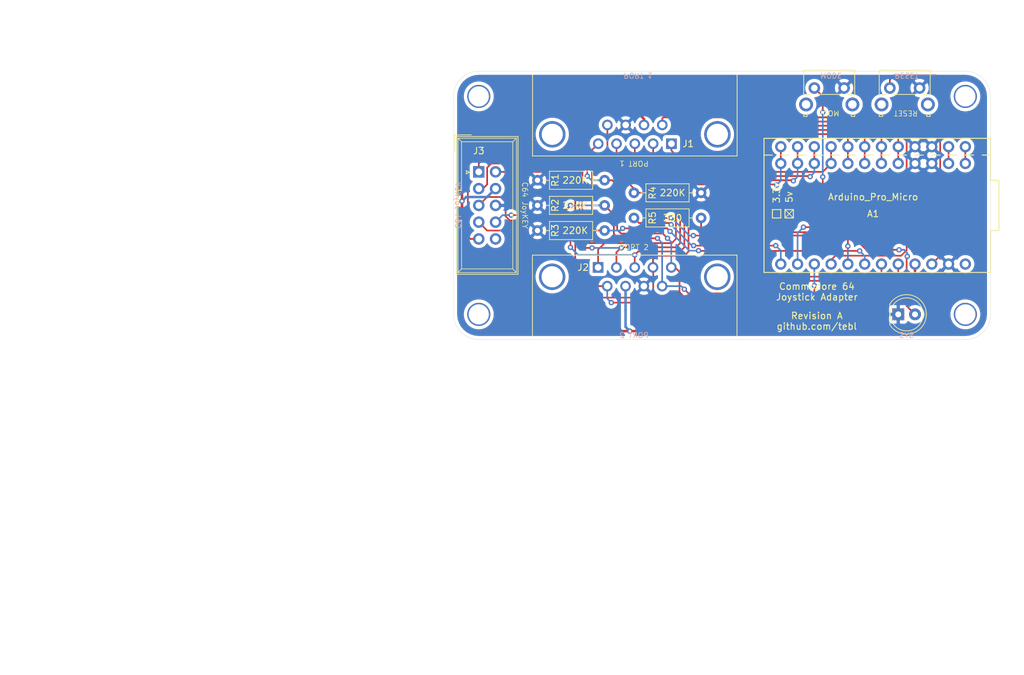
<source format=kicad_pcb>
(kicad_pcb (version 20171130) (host pcbnew "(5.1.8)-1")

  (general
    (thickness 1.6)
    (drawings 61)
    (tracks 326)
    (zones 0)
    (modules 16)
    (nets 29)
  )

  (page A4)
  (layers
    (0 F.Cu signal)
    (31 B.Cu signal)
    (32 B.Adhes user)
    (33 F.Adhes user)
    (34 B.Paste user)
    (35 F.Paste user)
    (36 B.SilkS user)
    (37 F.SilkS user)
    (38 B.Mask user)
    (39 F.Mask user)
    (40 Dwgs.User user)
    (41 Cmts.User user)
    (42 Eco1.User user)
    (43 Eco2.User user)
    (44 Edge.Cuts user)
    (45 Margin user)
    (46 B.CrtYd user)
    (47 F.CrtYd user)
    (48 B.Fab user)
    (49 F.Fab user)
  )

  (setup
    (last_trace_width 0.25)
    (trace_clearance 0.2)
    (zone_clearance 0.508)
    (zone_45_only no)
    (trace_min 0.2)
    (via_size 0.8)
    (via_drill 0.4)
    (via_min_size 0.4)
    (via_min_drill 0.3)
    (uvia_size 0.3)
    (uvia_drill 0.1)
    (uvias_allowed no)
    (uvia_min_size 0.2)
    (uvia_min_drill 0.1)
    (edge_width 0.05)
    (segment_width 0.2)
    (pcb_text_width 0.3)
    (pcb_text_size 1.5 1.5)
    (mod_edge_width 0.12)
    (mod_text_size 1 1)
    (mod_text_width 0.15)
    (pad_size 1.524 1.524)
    (pad_drill 0.762)
    (pad_to_mask_clearance 0)
    (aux_axis_origin 0 0)
    (visible_elements 7FFFFFFF)
    (pcbplotparams
      (layerselection 0x010fc_ffffffff)
      (usegerberextensions true)
      (usegerberattributes true)
      (usegerberadvancedattributes true)
      (creategerberjobfile true)
      (excludeedgelayer true)
      (linewidth 0.100000)
      (plotframeref false)
      (viasonmask false)
      (mode 1)
      (useauxorigin false)
      (hpglpennumber 1)
      (hpglpenspeed 20)
      (hpglpendiameter 15.000000)
      (psnegative false)
      (psa4output false)
      (plotreference true)
      (plotvalue true)
      (plotinvisibletext false)
      (padsonsilk false)
      (subtractmaskfromsilk false)
      (outputformat 1)
      (mirror false)
      (drillshape 0)
      (scaleselection 1)
      (outputdirectory "export/"))
  )

  (net 0 "")
  (net 1 "Net-(M1-Pad1)")
  (net 2 "Net-(M2-Pad1)")
  (net 3 "Net-(M3-Pad1)")
  (net 4 "Net-(M4-Pad1)")
  (net 5 POT_AX)
  (net 6 GND)
  (net 7 VCC)
  (net 8 P1_FIRE)
  (net 9 POT_AY)
  (net 10 P1_RIGHT)
  (net 11 P1_LEFT)
  (net 12 P1_DOWN)
  (net 13 P1_UP)
  (net 14 P2_UP)
  (net 15 P2_DOWN)
  (net 16 P2_LEFT)
  (net 17 P2_RIGHT)
  (net 18 POT_BY)
  (net 19 P2_FIRE)
  (net 20 POT_BX)
  (net 21 "Net-(A1-Pad13)")
  (net 22 "Net-(D1-Pad2)")
  (net 23 "Net-(A1-Pad2)")
  (net 24 "Net-(A1-Pad1)")
  (net 25 "Net-(A1-Pad14)")
  (net 26 "Net-(A1-Pad22)")
  (net 27 "Net-(A1-Pad24)")
  (net 28 "Net-(J3-Pad10)")

  (net_class Default "This is the default net class."
    (clearance 0.2)
    (trace_width 0.25)
    (via_dia 0.8)
    (via_drill 0.4)
    (uvia_dia 0.3)
    (uvia_drill 0.1)
    (add_net GND)
    (add_net "Net-(A1-Pad1)")
    (add_net "Net-(A1-Pad13)")
    (add_net "Net-(A1-Pad14)")
    (add_net "Net-(A1-Pad2)")
    (add_net "Net-(A1-Pad22)")
    (add_net "Net-(A1-Pad24)")
    (add_net "Net-(D1-Pad2)")
    (add_net "Net-(J3-Pad10)")
    (add_net "Net-(M1-Pad1)")
    (add_net "Net-(M2-Pad1)")
    (add_net "Net-(M3-Pad1)")
    (add_net "Net-(M4-Pad1)")
    (add_net P1_DOWN)
    (add_net P1_FIRE)
    (add_net P1_LEFT)
    (add_net P1_RIGHT)
    (add_net P1_UP)
    (add_net P2_DOWN)
    (add_net P2_FIRE)
    (add_net P2_LEFT)
    (add_net P2_RIGHT)
    (add_net P2_UP)
    (add_net POT_AX)
    (add_net POT_AY)
    (add_net POT_BX)
    (add_net POT_BY)
  )

  (net_class PWR ""
    (clearance 0.2)
    (trace_width 0.381)
    (via_dia 0.8)
    (via_drill 0.4)
    (uvia_dia 0.3)
    (uvia_drill 0.1)
    (add_net VCC)
  )

  (module Resistor_THT:R_Axial_DIN0207_L6.3mm_D2.5mm_P10.16mm_Horizontal (layer F.Cu) (tedit 5AE5139B) (tstamp 5FFE395A)
    (at 133.35 90.17 180)
    (descr "Resistor, Axial_DIN0207 series, Axial, Horizontal, pin pitch=10.16mm, 0.25W = 1/4W, length*diameter=6.3*2.5mm^2, http://cdn-reichelt.de/documents/datenblatt/B400/1_4W%23YAG.pdf")
    (tags "Resistor Axial_DIN0207 series Axial Horizontal pin pitch 10.16mm 0.25W = 1/4W length 6.3mm diameter 2.5mm")
    (path /60034C9D)
    (fp_text reference R4 (at 7.366 0 270) (layer F.SilkS)
      (effects (font (size 1 1) (thickness 0.15)))
    )
    (fp_text value 220K (at 4.318 0) (layer F.SilkS)
      (effects (font (size 1 1) (thickness 0.15)))
    )
    (fp_line (start 1.93 -1.25) (end 1.93 1.25) (layer F.Fab) (width 0.1))
    (fp_line (start 1.93 1.25) (end 8.23 1.25) (layer F.Fab) (width 0.1))
    (fp_line (start 8.23 1.25) (end 8.23 -1.25) (layer F.Fab) (width 0.1))
    (fp_line (start 8.23 -1.25) (end 1.93 -1.25) (layer F.Fab) (width 0.1))
    (fp_line (start 0 0) (end 1.93 0) (layer F.Fab) (width 0.1))
    (fp_line (start 10.16 0) (end 8.23 0) (layer F.Fab) (width 0.1))
    (fp_line (start 1.81 -1.37) (end 1.81 1.37) (layer F.SilkS) (width 0.12))
    (fp_line (start 1.81 1.37) (end 8.35 1.37) (layer F.SilkS) (width 0.12))
    (fp_line (start 8.35 1.37) (end 8.35 -1.37) (layer F.SilkS) (width 0.12))
    (fp_line (start 8.35 -1.37) (end 1.81 -1.37) (layer F.SilkS) (width 0.12))
    (fp_line (start 1.04 0) (end 1.81 0) (layer F.SilkS) (width 0.12))
    (fp_line (start 9.12 0) (end 8.35 0) (layer F.SilkS) (width 0.12))
    (fp_line (start -1.05 -1.5) (end -1.05 1.5) (layer F.CrtYd) (width 0.05))
    (fp_line (start -1.05 1.5) (end 11.21 1.5) (layer F.CrtYd) (width 0.05))
    (fp_line (start 11.21 1.5) (end 11.21 -1.5) (layer F.CrtYd) (width 0.05))
    (fp_line (start 11.21 -1.5) (end -1.05 -1.5) (layer F.CrtYd) (width 0.05))
    (fp_text user %R (at 7.366 0 270) (layer F.Fab)
      (effects (font (size 1 1) (thickness 0.15)))
    )
    (pad 1 thru_hole circle (at 0 0 180) (size 1.6 1.6) (drill 0.8) (layers *.Cu *.Mask)
      (net 6 GND))
    (pad 2 thru_hole oval (at 10.16 0 180) (size 1.6 1.6) (drill 0.8) (layers *.Cu *.Mask)
      (net 5 POT_AX))
    (model ${KISYS3DMOD}/Resistor_THT.3dshapes/R_Axial_DIN0207_L6.3mm_D2.5mm_P10.16mm_Horizontal.wrl
      (at (xyz 0 0 0))
      (scale (xyz 1 1 1))
      (rotate (xyz 0 0 0))
    )
  )

  (module arduino_pro_micro:Arduino_Pro_Micro (layer F.Cu) (tedit 5FB9CEB9) (tstamp 5FFDE881)
    (at 159.385 92.075 270)
    (path /5FBBE539)
    (fp_text reference A1 (at 1.27 0) (layer F.SilkS)
      (effects (font (size 1 1) (thickness 0.15)))
    )
    (fp_text value Arduino_Pro_Micro (at -1.27 0) (layer F.SilkS)
      (effects (font (size 1 1) (thickness 0.15)))
    )
    (fp_line (start -10.16 16.51) (end 10.16 16.51) (layer F.SilkS) (width 0.15))
    (fp_line (start -10.16 -17.78) (end -10.16 16.51) (layer F.SilkS) (width 0.15))
    (fp_line (start 10.16 16.51) (end 10.16 -17.78) (layer F.SilkS) (width 0.15))
    (fp_line (start -3.81 -19.05) (end 3.81 -19.05) (layer F.SilkS) (width 0.15))
    (fp_line (start -3.81 -17.78) (end -3.81 -19.05) (layer F.SilkS) (width 0.15))
    (fp_line (start -10.16 -17.78) (end -3.81 -17.78) (layer F.SilkS) (width 0.15))
    (fp_line (start 3.81 -17.78) (end 10.16 -17.78) (layer F.SilkS) (width 0.15))
    (fp_line (start 3.81 -19.05) (end 3.81 -17.78) (layer F.SilkS) (width 0.15))
    (fp_line (start 1.905 15.24) (end 1.905 13.97) (layer F.SilkS) (width 0.15))
    (fp_line (start 0.635 15.24) (end 1.905 15.24) (layer F.SilkS) (width 0.15))
    (fp_line (start 0.635 13.97) (end 0.635 15.24) (layer F.SilkS) (width 0.15))
    (fp_line (start 1.905 13.97) (end 0.635 13.97) (layer F.SilkS) (width 0.15))
    (fp_line (start 0.635 12.065) (end 0.635 13.335) (layer F.SilkS) (width 0.15))
    (fp_line (start 1.905 12.065) (end 0.635 12.065) (layer F.SilkS) (width 0.15))
    (fp_line (start 1.905 13.335) (end 1.905 12.065) (layer F.SilkS) (width 0.15))
    (fp_line (start 0.635 13.335) (end 1.905 13.335) (layer F.SilkS) (width 0.15))
    (fp_line (start -7.62 -17.78) (end -7.62 -16.51) (layer F.SilkS) (width 0.15))
    (fp_line (start -7.62 -15.24) (end -7.62 -13.97) (layer F.SilkS) (width 0.15))
    (fp_line (start -7.62 -12.7) (end -7.62 -11.43) (layer F.SilkS) (width 0.15))
    (fp_line (start -7.62 -10.16) (end -7.62 -8.89) (layer F.SilkS) (width 0.15))
    (fp_line (start -7.62 -7.62) (end -7.62 -6.35) (layer F.SilkS) (width 0.15))
    (fp_line (start -7.62 -5.08) (end -7.62 -3.81) (layer F.SilkS) (width 0.15))
    (fp_line (start -7.62 -2.54) (end -7.62 -1.27) (layer F.SilkS) (width 0.15))
    (fp_line (start -7.62 0) (end -7.62 1.27) (layer F.SilkS) (width 0.15))
    (fp_line (start -7.62 2.54) (end -7.62 3.81) (layer F.SilkS) (width 0.15))
    (fp_line (start -7.62 5.08) (end -7.62 6.35) (layer F.SilkS) (width 0.15))
    (fp_line (start -7.62 7.62) (end -7.62 8.89) (layer F.SilkS) (width 0.15))
    (fp_line (start -7.62 10.16) (end -7.62 11.43) (layer F.SilkS) (width 0.15))
    (fp_line (start -7.62 12.7) (end -7.62 13.97) (layer F.SilkS) (width 0.15))
    (fp_line (start -7.62 15.24) (end -7.62 16.51) (layer F.SilkS) (width 0.15))
    (fp_text user 3.3v (at -1.905 14.605 90) (layer F.SilkS)
      (effects (font (size 1 1) (thickness 0.15)))
    )
    (fp_text user 5v (at -1.27 12.7 90) (layer F.SilkS)
      (effects (font (size 1 1) (thickness 0.15)))
    )
    (pad 12 thru_hole circle (at -6.35 13.97 270) (size 1.7 1.7) (drill 1) (layers *.Cu *.Mask)
      (net 17 P2_RIGHT))
    (pad 11 thru_hole circle (at -6.35 11.43 270) (size 1.7 1.7) (drill 1) (layers *.Cu *.Mask)
      (net 16 P2_LEFT))
    (pad 10 thru_hole circle (at -6.35 8.89 270) (size 1.7 1.7) (drill 1) (layers *.Cu *.Mask)
      (net 15 P2_DOWN))
    (pad 9 thru_hole circle (at -6.35 6.35 270) (size 1.7 1.7) (drill 1) (layers *.Cu *.Mask)
      (net 14 P2_UP))
    (pad 8 thru_hole circle (at -6.35 3.81 270) (size 1.7 1.7) (drill 1) (layers *.Cu *.Mask)
      (net 10 P1_RIGHT))
    (pad 7 thru_hole circle (at -6.35 1.27 270) (size 1.7 1.7) (drill 1) (layers *.Cu *.Mask)
      (net 11 P1_LEFT))
    (pad 6 thru_hole circle (at -6.35 -1.27 270) (size 1.7 1.7) (drill 1) (layers *.Cu *.Mask)
      (net 12 P1_DOWN))
    (pad 5 thru_hole circle (at -6.35 -3.81 270) (size 1.7 1.7) (drill 1) (layers *.Cu *.Mask)
      (net 13 P1_UP))
    (pad 4 thru_hole circle (at -6.35 -6.35 270) (size 1.7 1.7) (drill 1) (layers *.Cu *.Mask)
      (net 6 GND))
    (pad 3 thru_hole circle (at -6.35 -8.89 270) (size 1.7 1.7) (drill 1) (layers *.Cu *.Mask)
      (net 6 GND))
    (pad 2 thru_hole circle (at -6.35 -11.43 270) (size 1.7 1.7) (drill 1) (layers *.Cu *.Mask)
      (net 23 "Net-(A1-Pad2)"))
    (pad 1 thru_hole circle (at -6.35 -13.97 270) (size 1.7 1.7) (drill 1) (layers *.Cu *.Mask)
      (net 24 "Net-(A1-Pad1)"))
    (pad 2 thru_hole circle (at -8.89 -11.43 270) (size 1.7 1.7) (drill 1) (layers *.Cu *.Mask)
      (net 23 "Net-(A1-Pad2)"))
    (pad 3 thru_hole circle (at -8.89 -8.89 270) (size 1.7 1.7) (drill 1) (layers *.Cu *.Mask)
      (net 6 GND))
    (pad 4 thru_hole circle (at -8.89 -6.35 270) (size 1.7 1.7) (drill 1) (layers *.Cu *.Mask)
      (net 6 GND))
    (pad 5 thru_hole circle (at -8.89 -3.81 270) (size 1.7 1.7) (drill 1) (layers *.Cu *.Mask)
      (net 13 P1_UP))
    (pad 6 thru_hole circle (at -8.89 -1.27 270) (size 1.7 1.7) (drill 1) (layers *.Cu *.Mask)
      (net 12 P1_DOWN))
    (pad 7 thru_hole circle (at -8.89 1.27 270) (size 1.7 1.7) (drill 1) (layers *.Cu *.Mask)
      (net 11 P1_LEFT))
    (pad 8 thru_hole circle (at -8.89 3.81 270) (size 1.7 1.7) (drill 1) (layers *.Cu *.Mask)
      (net 10 P1_RIGHT))
    (pad 9 thru_hole circle (at -8.89 6.35 270) (size 1.7 1.7) (drill 1) (layers *.Cu *.Mask)
      (net 14 P2_UP))
    (pad 10 thru_hole circle (at -8.89 8.89 270) (size 1.7 1.7) (drill 1) (layers *.Cu *.Mask)
      (net 15 P2_DOWN))
    (pad 11 thru_hole circle (at -8.89 11.43 270) (size 1.7 1.7) (drill 1) (layers *.Cu *.Mask)
      (net 16 P2_LEFT))
    (pad 12 thru_hole circle (at -8.89 13.97 270) (size 1.7 1.7) (drill 1) (layers *.Cu *.Mask)
      (net 17 P2_RIGHT))
    (pad 13 thru_hole circle (at 8.89 13.97 270) (size 1.7 1.7) (drill 1) (layers *.Cu *.Mask)
      (net 21 "Net-(A1-Pad13)"))
    (pad 14 thru_hole circle (at 8.89 11.43 270) (size 1.7 1.7) (drill 1) (layers *.Cu *.Mask)
      (net 25 "Net-(A1-Pad14)"))
    (pad 15 thru_hole circle (at 8.89 8.89 270) (size 1.7 1.7) (drill 1) (layers *.Cu *.Mask)
      (net 19 P2_FIRE))
    (pad 16 thru_hole circle (at 8.89 6.35 270) (size 1.7 1.7) (drill 1) (layers *.Cu *.Mask)
      (net 8 P1_FIRE))
    (pad 17 thru_hole circle (at 8.89 3.81 270) (size 1.7 1.7) (drill 1) (layers *.Cu *.Mask)
      (net 5 POT_AX))
    (pad 18 thru_hole circle (at 8.89 1.27 270) (size 1.7 1.7) (drill 1) (layers *.Cu *.Mask)
      (net 9 POT_AY))
    (pad 19 thru_hole circle (at 8.89 -1.27 270) (size 1.7 1.7) (drill 1) (layers *.Cu *.Mask)
      (net 20 POT_BX))
    (pad 20 thru_hole circle (at 8.89 -3.81 270) (size 1.7 1.7) (drill 1) (layers *.Cu *.Mask)
      (net 18 POT_BY))
    (pad 21 thru_hole circle (at 8.89 -6.35 270) (size 1.7 1.7) (drill 1) (layers *.Cu *.Mask)
      (net 7 VCC))
    (pad 22 thru_hole circle (at 8.89 -8.89 270) (size 1.7 1.7) (drill 1) (layers *.Cu *.Mask)
      (net 26 "Net-(A1-Pad22)"))
    (pad 23 thru_hole circle (at 8.89 -11.43 270) (size 1.7 1.7) (drill 1) (layers *.Cu *.Mask)
      (net 6 GND))
    (pad 24 thru_hole circle (at 8.89 -13.97 270) (size 1.7 1.7) (drill 1) (layers *.Cu *.Mask)
      (net 27 "Net-(A1-Pad24)"))
    (pad 1 thru_hole circle (at -8.89 -13.97 270) (size 1.7 1.7) (drill 1) (layers *.Cu *.Mask)
      (net 24 "Net-(A1-Pad1)"))
  )

  (module Resistor_THT:R_Axial_DIN0207_L6.3mm_D2.5mm_P10.16mm_Horizontal (layer F.Cu) (tedit 5AE5139B) (tstamp 5FFDE2B7)
    (at 133.35 93.98 180)
    (descr "Resistor, Axial_DIN0207 series, Axial, Horizontal, pin pitch=10.16mm, 0.25W = 1/4W, length*diameter=6.3*2.5mm^2, http://cdn-reichelt.de/documents/datenblatt/B400/1_4W%23YAG.pdf")
    (tags "Resistor Axial_DIN0207 series Axial Horizontal pin pitch 10.16mm 0.25W = 1/4W length 6.3mm diameter 2.5mm")
    (path /60024503)
    (fp_text reference R5 (at 7.366 0 270) (layer F.SilkS)
      (effects (font (size 1 1) (thickness 0.15)))
    )
    (fp_text value 330 (at 4.318 0) (layer F.SilkS)
      (effects (font (size 1 1) (thickness 0.15)))
    )
    (fp_line (start 11.21 -1.5) (end -1.05 -1.5) (layer F.CrtYd) (width 0.05))
    (fp_line (start 11.21 1.5) (end 11.21 -1.5) (layer F.CrtYd) (width 0.05))
    (fp_line (start -1.05 1.5) (end 11.21 1.5) (layer F.CrtYd) (width 0.05))
    (fp_line (start -1.05 -1.5) (end -1.05 1.5) (layer F.CrtYd) (width 0.05))
    (fp_line (start 9.12 0) (end 8.35 0) (layer F.SilkS) (width 0.12))
    (fp_line (start 1.04 0) (end 1.81 0) (layer F.SilkS) (width 0.12))
    (fp_line (start 8.35 -1.37) (end 1.81 -1.37) (layer F.SilkS) (width 0.12))
    (fp_line (start 8.35 1.37) (end 8.35 -1.37) (layer F.SilkS) (width 0.12))
    (fp_line (start 1.81 1.37) (end 8.35 1.37) (layer F.SilkS) (width 0.12))
    (fp_line (start 1.81 -1.37) (end 1.81 1.37) (layer F.SilkS) (width 0.12))
    (fp_line (start 10.16 0) (end 8.23 0) (layer F.Fab) (width 0.1))
    (fp_line (start 0 0) (end 1.93 0) (layer F.Fab) (width 0.1))
    (fp_line (start 8.23 -1.25) (end 1.93 -1.25) (layer F.Fab) (width 0.1))
    (fp_line (start 8.23 1.25) (end 8.23 -1.25) (layer F.Fab) (width 0.1))
    (fp_line (start 1.93 1.25) (end 8.23 1.25) (layer F.Fab) (width 0.1))
    (fp_line (start 1.93 -1.25) (end 1.93 1.25) (layer F.Fab) (width 0.1))
    (fp_text user %R (at 7.366 0 270) (layer F.Fab)
      (effects (font (size 1 1) (thickness 0.15)))
    )
    (pad 2 thru_hole oval (at 10.16 0 180) (size 1.6 1.6) (drill 0.8) (layers *.Cu *.Mask)
      (net 21 "Net-(A1-Pad13)"))
    (pad 1 thru_hole circle (at 0 0 180) (size 1.6 1.6) (drill 0.8) (layers *.Cu *.Mask)
      (net 22 "Net-(D1-Pad2)"))
    (model ${KISYS3DMOD}/Resistor_THT.3dshapes/R_Axial_DIN0207_L6.3mm_D2.5mm_P10.16mm_Horizontal.wrl
      (at (xyz 0 0 0))
      (scale (xyz 1 1 1))
      (rotate (xyz 0 0 0))
    )
  )

  (module RND:DSUB-9_Male_Horizontal_P2.77x2.84mm_EdgePinOffset7.70mm_Housed_MountingHolesOffset9.12mm (layer F.Cu) (tedit 5BCE4B38) (tstamp 5FFB97A3)
    (at 117.76 101.47)
    (descr "9-pin D-Sub connector, horizontal/angled (90 deg), THT-mount, male, pitch 2.77x2.84mm, pin-PCB-offset 7.699999999999999mm, distance of mounting holes 25mm, distance of mounting holes to PCB edge 9.12mm, see https://disti-assets.s3.amazonaws.com/tonar/files/datasheets/16730.pdf")
    (tags "9-pin D-Sub connector horizontal angled 90deg THT male pitch 2.77x2.84mm pin-PCB-offset 7.699999999999999mm mounting-holes-distance 25mm mounting-hole-offset 25mm")
    (path /5FFBB4AE)
    (fp_text reference J2 (at -2.265 0) (layer F.SilkS)
      (effects (font (size 1 1) (thickness 0.15)))
    )
    (fp_text value "Port 2" (at 5.54 18.44) (layer F.Fab)
      (effects (font (size 1 1) (thickness 0.15)))
    )
    (fp_line (start 21.5 -2.35) (end -10.4 -2.35) (layer F.CrtYd) (width 0.05))
    (fp_line (start 21.5 17.45) (end 21.5 -2.35) (layer F.CrtYd) (width 0.05))
    (fp_line (start -10.4 17.45) (end 21.5 17.45) (layer F.CrtYd) (width 0.05))
    (fp_line (start -10.4 -2.35) (end -10.4 17.45) (layer F.CrtYd) (width 0.05))
    (fp_line (start 21.025 -1.86) (end 21.025 10.48) (layer F.SilkS) (width 0.12))
    (fp_line (start -9.945 -1.86) (end 21.025 -1.86) (layer F.SilkS) (width 0.12))
    (fp_line (start -9.945 10.48) (end -9.945 -1.86) (layer F.SilkS) (width 0.12))
    (fp_line (start 19.64 10.54) (end 19.64 1.42) (layer F.Fab) (width 0.1))
    (fp_line (start 16.44 10.54) (end 16.44 1.42) (layer F.Fab) (width 0.1))
    (fp_line (start -5.36 10.54) (end -5.36 1.42) (layer F.Fab) (width 0.1))
    (fp_line (start -8.56 10.54) (end -8.56 1.42) (layer F.Fab) (width 0.1))
    (fp_line (start 20.54 10.94) (end 15.54 10.94) (layer F.Fab) (width 0.1))
    (fp_line (start 20.54 15.94) (end 20.54 10.94) (layer F.Fab) (width 0.1))
    (fp_line (start 15.54 15.94) (end 20.54 15.94) (layer F.Fab) (width 0.1))
    (fp_line (start 15.54 10.94) (end 15.54 15.94) (layer F.Fab) (width 0.1))
    (fp_line (start -4.46 10.94) (end -9.46 10.94) (layer F.Fab) (width 0.1))
    (fp_line (start -4.46 15.94) (end -4.46 10.94) (layer F.Fab) (width 0.1))
    (fp_line (start -9.46 15.94) (end -4.46 15.94) (layer F.Fab) (width 0.1))
    (fp_line (start -9.46 10.94) (end -9.46 15.94) (layer F.Fab) (width 0.1))
    (fp_line (start 13.69 10.94) (end -2.61 10.94) (layer F.Fab) (width 0.1))
    (fp_line (start 13.69 16.94) (end 13.69 10.94) (layer F.Fab) (width 0.1))
    (fp_line (start -2.61 16.94) (end 13.69 16.94) (layer F.Fab) (width 0.1))
    (fp_line (start -2.61 10.94) (end -2.61 16.94) (layer F.Fab) (width 0.1))
    (fp_line (start 20.965 10.54) (end -9.885 10.54) (layer F.Fab) (width 0.1))
    (fp_line (start 20.965 10.94) (end 20.965 10.54) (layer F.Fab) (width 0.1))
    (fp_line (start -9.885 10.94) (end 20.965 10.94) (layer F.Fab) (width 0.1))
    (fp_line (start -9.885 10.54) (end -9.885 10.94) (layer F.Fab) (width 0.1))
    (fp_line (start 20.965 -1.8) (end -9.885 -1.8) (layer F.Fab) (width 0.1))
    (fp_line (start 20.965 10.54) (end 20.965 -1.8) (layer F.Fab) (width 0.1))
    (fp_line (start -9.885 10.54) (end 20.965 10.54) (layer F.Fab) (width 0.1))
    (fp_line (start -9.885 -1.8) (end -9.885 10.54) (layer F.Fab) (width 0.1))
    (fp_arc (start -6.96 1.42) (end -8.56 1.42) (angle 180) (layer F.Fab) (width 0.1))
    (fp_arc (start 18.04 1.42) (end 16.44 1.42) (angle 180) (layer F.Fab) (width 0.1))
    (fp_text user %R (at 5.54 13.94) (layer F.Fab)
      (effects (font (size 1 1) (thickness 0.15)))
    )
    (pad 1 thru_hole rect (at 0 0) (size 1.6 1.6) (drill 1) (layers *.Cu *.Mask)
      (net 14 P2_UP))
    (pad 2 thru_hole circle (at 2.77 0) (size 1.6 1.6) (drill 1) (layers *.Cu *.Mask)
      (net 15 P2_DOWN))
    (pad 3 thru_hole circle (at 5.54 0) (size 1.6 1.6) (drill 1) (layers *.Cu *.Mask)
      (net 16 P2_LEFT))
    (pad 4 thru_hole circle (at 8.31 0) (size 1.6 1.6) (drill 1) (layers *.Cu *.Mask)
      (net 17 P2_RIGHT))
    (pad 5 thru_hole circle (at 11.08 0) (size 1.6 1.6) (drill 1) (layers *.Cu *.Mask)
      (net 18 POT_BY))
    (pad 6 thru_hole circle (at 1.385 2.84) (size 1.6 1.6) (drill 1) (layers *.Cu *.Mask)
      (net 19 P2_FIRE))
    (pad 7 thru_hole circle (at 4.155 2.84) (size 1.6 1.6) (drill 1) (layers *.Cu *.Mask)
      (net 7 VCC))
    (pad 8 thru_hole circle (at 6.925 2.84) (size 1.6 1.6) (drill 1) (layers *.Cu *.Mask)
      (net 6 GND))
    (pad 9 thru_hole circle (at 9.695 2.84) (size 1.6 1.6) (drill 1) (layers *.Cu *.Mask)
      (net 20 POT_BX))
    (pad 0 thru_hole circle (at -6.96 1.42) (size 4 4) (drill 3.2) (layers *.Cu *.Mask))
    (pad 0 thru_hole circle (at 18.04 1.42) (size 4 4) (drill 3.2) (layers *.Cu *.Mask))
    (model ${KISYS3DMOD}/Connector_Dsub.3dshapes/DSUB-9_Male_Horizontal_P2.77x2.84mm_EdgePinOffset7.70mm_Housed_MountingHolesOffset9.12mm.wrl
      (at (xyz 0 0 0))
      (scale (xyz 1 1 1))
      (rotate (xyz 0 0 0))
    )
  )

  (module RND:DSUB-9_Male_Horizontal_P2.77x2.84mm_EdgePinOffset7.70mm_Housed_MountingHolesOffset9.12mm (layer F.Cu) (tedit 5BCE4B38) (tstamp 5FFE0810)
    (at 128.86 82.73 180)
    (descr "9-pin D-Sub connector, horizontal/angled (90 deg), THT-mount, male, pitch 2.77x2.84mm, pin-PCB-offset 7.699999999999999mm, distance of mounting holes 25mm, distance of mounting holes to PCB edge 9.12mm, see https://disti-assets.s3.amazonaws.com/tonar/files/datasheets/16730.pdf")
    (tags "9-pin D-Sub connector horizontal angled 90deg THT male pitch 2.77x2.84mm pin-PCB-offset 7.699999999999999mm mounting-holes-distance 25mm mounting-hole-offset 25mm")
    (path /5FFBE15A)
    (fp_text reference J1 (at -2.54 0) (layer F.SilkS)
      (effects (font (size 1 1) (thickness 0.15)))
    )
    (fp_text value "Port 1" (at 5.54 18.44) (layer F.Fab)
      (effects (font (size 1 1) (thickness 0.15)))
    )
    (fp_line (start -9.885 -1.8) (end -9.885 10.54) (layer F.Fab) (width 0.1))
    (fp_line (start -9.885 10.54) (end 20.965 10.54) (layer F.Fab) (width 0.1))
    (fp_line (start 20.965 10.54) (end 20.965 -1.8) (layer F.Fab) (width 0.1))
    (fp_line (start 20.965 -1.8) (end -9.885 -1.8) (layer F.Fab) (width 0.1))
    (fp_line (start -9.885 10.54) (end -9.885 10.94) (layer F.Fab) (width 0.1))
    (fp_line (start -9.885 10.94) (end 20.965 10.94) (layer F.Fab) (width 0.1))
    (fp_line (start 20.965 10.94) (end 20.965 10.54) (layer F.Fab) (width 0.1))
    (fp_line (start 20.965 10.54) (end -9.885 10.54) (layer F.Fab) (width 0.1))
    (fp_line (start -2.61 10.94) (end -2.61 16.94) (layer F.Fab) (width 0.1))
    (fp_line (start -2.61 16.94) (end 13.69 16.94) (layer F.Fab) (width 0.1))
    (fp_line (start 13.69 16.94) (end 13.69 10.94) (layer F.Fab) (width 0.1))
    (fp_line (start 13.69 10.94) (end -2.61 10.94) (layer F.Fab) (width 0.1))
    (fp_line (start -9.46 10.94) (end -9.46 15.94) (layer F.Fab) (width 0.1))
    (fp_line (start -9.46 15.94) (end -4.46 15.94) (layer F.Fab) (width 0.1))
    (fp_line (start -4.46 15.94) (end -4.46 10.94) (layer F.Fab) (width 0.1))
    (fp_line (start -4.46 10.94) (end -9.46 10.94) (layer F.Fab) (width 0.1))
    (fp_line (start 15.54 10.94) (end 15.54 15.94) (layer F.Fab) (width 0.1))
    (fp_line (start 15.54 15.94) (end 20.54 15.94) (layer F.Fab) (width 0.1))
    (fp_line (start 20.54 15.94) (end 20.54 10.94) (layer F.Fab) (width 0.1))
    (fp_line (start 20.54 10.94) (end 15.54 10.94) (layer F.Fab) (width 0.1))
    (fp_line (start -8.56 10.54) (end -8.56 1.42) (layer F.Fab) (width 0.1))
    (fp_line (start -5.36 10.54) (end -5.36 1.42) (layer F.Fab) (width 0.1))
    (fp_line (start 16.44 10.54) (end 16.44 1.42) (layer F.Fab) (width 0.1))
    (fp_line (start 19.64 10.54) (end 19.64 1.42) (layer F.Fab) (width 0.1))
    (fp_line (start -9.945 10.48) (end -9.945 -1.86) (layer F.SilkS) (width 0.12))
    (fp_line (start -9.945 -1.86) (end 21.025 -1.86) (layer F.SilkS) (width 0.12))
    (fp_line (start 21.025 -1.86) (end 21.025 10.48) (layer F.SilkS) (width 0.12))
    (fp_line (start -10.4 -2.35) (end -10.4 17.45) (layer F.CrtYd) (width 0.05))
    (fp_line (start -10.4 17.45) (end 21.5 17.45) (layer F.CrtYd) (width 0.05))
    (fp_line (start 21.5 17.45) (end 21.5 -2.35) (layer F.CrtYd) (width 0.05))
    (fp_line (start 21.5 -2.35) (end -10.4 -2.35) (layer F.CrtYd) (width 0.05))
    (fp_text user %R (at 5.54 13.94) (layer F.Fab)
      (effects (font (size 1 1) (thickness 0.15)))
    )
    (fp_arc (start 18.04 1.42) (end 16.44 1.42) (angle 180) (layer F.Fab) (width 0.1))
    (fp_arc (start -6.96 1.42) (end -8.56 1.42) (angle 180) (layer F.Fab) (width 0.1))
    (pad 0 thru_hole circle (at 18.04 1.42 180) (size 4 4) (drill 3.2) (layers *.Cu *.Mask))
    (pad 0 thru_hole circle (at -6.96 1.42 180) (size 4 4) (drill 3.2) (layers *.Cu *.Mask))
    (pad 9 thru_hole circle (at 9.695 2.84 180) (size 1.6 1.6) (drill 1) (layers *.Cu *.Mask)
      (net 5 POT_AX))
    (pad 8 thru_hole circle (at 6.925 2.84 180) (size 1.6 1.6) (drill 1) (layers *.Cu *.Mask)
      (net 6 GND))
    (pad 7 thru_hole circle (at 4.155 2.84 180) (size 1.6 1.6) (drill 1) (layers *.Cu *.Mask)
      (net 7 VCC))
    (pad 6 thru_hole circle (at 1.385 2.84 180) (size 1.6 1.6) (drill 1) (layers *.Cu *.Mask)
      (net 8 P1_FIRE))
    (pad 5 thru_hole circle (at 11.08 0 180) (size 1.6 1.6) (drill 1) (layers *.Cu *.Mask)
      (net 9 POT_AY))
    (pad 4 thru_hole circle (at 8.31 0 180) (size 1.6 1.6) (drill 1) (layers *.Cu *.Mask)
      (net 10 P1_RIGHT))
    (pad 3 thru_hole circle (at 5.54 0 180) (size 1.6 1.6) (drill 1) (layers *.Cu *.Mask)
      (net 11 P1_LEFT))
    (pad 2 thru_hole circle (at 2.77 0 180) (size 1.6 1.6) (drill 1) (layers *.Cu *.Mask)
      (net 12 P1_DOWN))
    (pad 1 thru_hole rect (at 0 0 180) (size 1.6 1.6) (drill 1) (layers *.Cu *.Mask)
      (net 13 P1_UP))
    (model ${KISYS3DMOD}/Connector_Dsub.3dshapes/DSUB-9_Male_Horizontal_P2.77x2.84mm_EdgePinOffset7.70mm_Housed_MountingHolesOffset9.12mm.wrl
      (at (xyz 0 0 0))
      (scale (xyz 1 1 1))
      (rotate (xyz 0 0 0))
    )
  )

  (module mounting:M3_pin (layer F.Cu) (tedit 5F76331A) (tstamp 5FFB8DBA)
    (at 99.695 108.585)
    (descr "module 1 pin (ou trou mecanique de percage)")
    (tags DEV)
    (path /6002CE00)
    (fp_text reference M1 (at 0 -3.048) (layer F.Fab) hide
      (effects (font (size 1 1) (thickness 0.15)))
    )
    (fp_text value Mounting (at 0 3) (layer F.Fab) hide
      (effects (font (size 1 1) (thickness 0.15)))
    )
    (fp_circle (center 0 0) (end 2.6 0) (layer F.CrtYd) (width 0.05))
    (fp_circle (center 0 0) (end 2 0.8) (layer F.Fab) (width 0.1))
    (pad 1 thru_hole circle (at 0 0) (size 3.5 3.5) (drill 3.048) (layers *.Cu *.Mask)
      (net 1 "Net-(M1-Pad1)") (solder_mask_margin 0.8))
  )

  (module mounting:M3_pin (layer F.Cu) (tedit 5F76331A) (tstamp 5FFB8DC1)
    (at 173.355 75.565)
    (descr "module 1 pin (ou trou mecanique de percage)")
    (tags DEV)
    (path /6002E2AC)
    (fp_text reference M2 (at 0 -3.048) (layer F.Fab) hide
      (effects (font (size 1 1) (thickness 0.15)))
    )
    (fp_text value Mounting (at 0 3) (layer F.Fab) hide
      (effects (font (size 1 1) (thickness 0.15)))
    )
    (fp_circle (center 0 0) (end 2 0.8) (layer F.Fab) (width 0.1))
    (fp_circle (center 0 0) (end 2.6 0) (layer F.CrtYd) (width 0.05))
    (pad 1 thru_hole circle (at 0 0) (size 3.5 3.5) (drill 3.048) (layers *.Cu *.Mask)
      (net 2 "Net-(M2-Pad1)") (solder_mask_margin 0.8))
  )

  (module mounting:M3_pin (layer F.Cu) (tedit 5F76331A) (tstamp 5FFB8DC8)
    (at 99.695 75.565)
    (descr "module 1 pin (ou trou mecanique de percage)")
    (tags DEV)
    (path /6002E709)
    (fp_text reference M3 (at 0 -3.048) (layer F.Fab) hide
      (effects (font (size 1 1) (thickness 0.15)))
    )
    (fp_text value Mounting (at 0 3) (layer F.Fab) hide
      (effects (font (size 1 1) (thickness 0.15)))
    )
    (fp_circle (center 0 0) (end 2.6 0) (layer F.CrtYd) (width 0.05))
    (fp_circle (center 0 0) (end 2 0.8) (layer F.Fab) (width 0.1))
    (pad 1 thru_hole circle (at 0 0) (size 3.5 3.5) (drill 3.048) (layers *.Cu *.Mask)
      (net 3 "Net-(M3-Pad1)") (solder_mask_margin 0.8))
  )

  (module mounting:M3_pin (layer F.Cu) (tedit 5F76331A) (tstamp 5FFB8DCF)
    (at 173.355 108.585)
    (descr "module 1 pin (ou trou mecanique de percage)")
    (tags DEV)
    (path /6002EC01)
    (fp_text reference M4 (at 0 -3.048) (layer F.Fab) hide
      (effects (font (size 1 1) (thickness 0.15)))
    )
    (fp_text value Mounting (at 0 3) (layer F.Fab) hide
      (effects (font (size 1 1) (thickness 0.15)))
    )
    (fp_circle (center 0 0) (end 2 0.8) (layer F.Fab) (width 0.1))
    (fp_circle (center 0 0) (end 2.6 0) (layer F.CrtYd) (width 0.05))
    (pad 1 thru_hole circle (at 0 0) (size 3.5 3.5) (drill 3.048) (layers *.Cu *.Mask)
      (net 4 "Net-(M4-Pad1)") (solder_mask_margin 0.8))
  )

  (module Resistor_THT:R_Axial_DIN0207_L6.3mm_D2.5mm_P10.16mm_Horizontal (layer F.Cu) (tedit 5AE5139B) (tstamp 5FFDE25B)
    (at 108.585 88.265)
    (descr "Resistor, Axial_DIN0207 series, Axial, Horizontal, pin pitch=10.16mm, 0.25W = 1/4W, length*diameter=6.3*2.5mm^2, http://cdn-reichelt.de/documents/datenblatt/B400/1_4W%23YAG.pdf")
    (tags "Resistor Axial_DIN0207 series Axial Horizontal pin pitch 10.16mm 0.25W = 1/4W length 6.3mm diameter 2.5mm")
    (path /6002419F)
    (fp_text reference R1 (at 2.667 0 270) (layer F.SilkS)
      (effects (font (size 1 1) (thickness 0.15)))
    )
    (fp_text value 220K (at 5.715 0) (layer F.SilkS)
      (effects (font (size 1 1) (thickness 0.15)))
    )
    (fp_line (start 1.93 -1.25) (end 1.93 1.25) (layer F.Fab) (width 0.1))
    (fp_line (start 1.93 1.25) (end 8.23 1.25) (layer F.Fab) (width 0.1))
    (fp_line (start 8.23 1.25) (end 8.23 -1.25) (layer F.Fab) (width 0.1))
    (fp_line (start 8.23 -1.25) (end 1.93 -1.25) (layer F.Fab) (width 0.1))
    (fp_line (start 0 0) (end 1.93 0) (layer F.Fab) (width 0.1))
    (fp_line (start 10.16 0) (end 8.23 0) (layer F.Fab) (width 0.1))
    (fp_line (start 1.81 -1.37) (end 1.81 1.37) (layer F.SilkS) (width 0.12))
    (fp_line (start 1.81 1.37) (end 8.35 1.37) (layer F.SilkS) (width 0.12))
    (fp_line (start 8.35 1.37) (end 8.35 -1.37) (layer F.SilkS) (width 0.12))
    (fp_line (start 8.35 -1.37) (end 1.81 -1.37) (layer F.SilkS) (width 0.12))
    (fp_line (start 1.04 0) (end 1.81 0) (layer F.SilkS) (width 0.12))
    (fp_line (start 9.12 0) (end 8.35 0) (layer F.SilkS) (width 0.12))
    (fp_line (start -1.05 -1.5) (end -1.05 1.5) (layer F.CrtYd) (width 0.05))
    (fp_line (start -1.05 1.5) (end 11.21 1.5) (layer F.CrtYd) (width 0.05))
    (fp_line (start 11.21 1.5) (end 11.21 -1.5) (layer F.CrtYd) (width 0.05))
    (fp_line (start 11.21 -1.5) (end -1.05 -1.5) (layer F.CrtYd) (width 0.05))
    (fp_text user %R (at 2.667 0 270) (layer F.Fab)
      (effects (font (size 1 1) (thickness 0.15)))
    )
    (pad 1 thru_hole circle (at 0 0) (size 1.6 1.6) (drill 0.8) (layers *.Cu *.Mask)
      (net 6 GND))
    (pad 2 thru_hole oval (at 10.16 0) (size 1.6 1.6) (drill 0.8) (layers *.Cu *.Mask)
      (net 18 POT_BY))
    (model ${KISYS3DMOD}/Resistor_THT.3dshapes/R_Axial_DIN0207_L6.3mm_D2.5mm_P10.16mm_Horizontal.wrl
      (at (xyz 0 0 0))
      (scale (xyz 1 1 1))
      (rotate (xyz 0 0 0))
    )
  )

  (module Resistor_THT:R_Axial_DIN0207_L6.3mm_D2.5mm_P10.16mm_Horizontal (layer F.Cu) (tedit 5AE5139B) (tstamp 5FFE387D)
    (at 108.585 92.075)
    (descr "Resistor, Axial_DIN0207 series, Axial, Horizontal, pin pitch=10.16mm, 0.25W = 1/4W, length*diameter=6.3*2.5mm^2, http://cdn-reichelt.de/documents/datenblatt/B400/1_4W%23YAG.pdf")
    (tags "Resistor Axial_DIN0207 series Axial Horizontal pin pitch 10.16mm 0.25W = 1/4W length 6.3mm diameter 2.5mm")
    (path /600255F0)
    (fp_text reference R2 (at 2.667 0 270) (layer F.SilkS)
      (effects (font (size 1 1) (thickness 0.15)))
    )
    (fp_text value 220K (at 5.715 0) (layer F.SilkS)
      (effects (font (size 1 1) (thickness 0.15)))
    )
    (fp_line (start 1.93 -1.25) (end 1.93 1.25) (layer F.Fab) (width 0.1))
    (fp_line (start 1.93 1.25) (end 8.23 1.25) (layer F.Fab) (width 0.1))
    (fp_line (start 8.23 1.25) (end 8.23 -1.25) (layer F.Fab) (width 0.1))
    (fp_line (start 8.23 -1.25) (end 1.93 -1.25) (layer F.Fab) (width 0.1))
    (fp_line (start 0 0) (end 1.93 0) (layer F.Fab) (width 0.1))
    (fp_line (start 10.16 0) (end 8.23 0) (layer F.Fab) (width 0.1))
    (fp_line (start 1.81 -1.37) (end 1.81 1.37) (layer F.SilkS) (width 0.12))
    (fp_line (start 1.81 1.37) (end 8.35 1.37) (layer F.SilkS) (width 0.12))
    (fp_line (start 8.35 1.37) (end 8.35 -1.37) (layer F.SilkS) (width 0.12))
    (fp_line (start 8.35 -1.37) (end 1.81 -1.37) (layer F.SilkS) (width 0.12))
    (fp_line (start 1.04 0) (end 1.81 0) (layer F.SilkS) (width 0.12))
    (fp_line (start 9.12 0) (end 8.35 0) (layer F.SilkS) (width 0.12))
    (fp_line (start -1.05 -1.5) (end -1.05 1.5) (layer F.CrtYd) (width 0.05))
    (fp_line (start -1.05 1.5) (end 11.21 1.5) (layer F.CrtYd) (width 0.05))
    (fp_line (start 11.21 1.5) (end 11.21 -1.5) (layer F.CrtYd) (width 0.05))
    (fp_line (start 11.21 -1.5) (end -1.05 -1.5) (layer F.CrtYd) (width 0.05))
    (fp_text user %R (at 2.667 0 270) (layer F.Fab)
      (effects (font (size 1 1) (thickness 0.15)))
    )
    (pad 1 thru_hole circle (at 0 0) (size 1.6 1.6) (drill 0.8) (layers *.Cu *.Mask)
      (net 6 GND))
    (pad 2 thru_hole oval (at 10.16 0) (size 1.6 1.6) (drill 0.8) (layers *.Cu *.Mask)
      (net 20 POT_BX))
    (model ${KISYS3DMOD}/Resistor_THT.3dshapes/R_Axial_DIN0207_L6.3mm_D2.5mm_P10.16mm_Horizontal.wrl
      (at (xyz 0 0 0))
      (scale (xyz 1 1 1))
      (rotate (xyz 0 0 0))
    )
  )

  (module Resistor_THT:R_Axial_DIN0207_L6.3mm_D2.5mm_P10.16mm_Horizontal (layer F.Cu) (tedit 5AE5139B) (tstamp 5FFDE289)
    (at 108.585 95.885)
    (descr "Resistor, Axial_DIN0207 series, Axial, Horizontal, pin pitch=10.16mm, 0.25W = 1/4W, length*diameter=6.3*2.5mm^2, http://cdn-reichelt.de/documents/datenblatt/B400/1_4W%23YAG.pdf")
    (tags "Resistor Axial_DIN0207 series Axial Horizontal pin pitch 10.16mm 0.25W = 1/4W length 6.3mm diameter 2.5mm")
    (path /60034C97)
    (fp_text reference R3 (at 2.667 0 270) (layer F.SilkS)
      (effects (font (size 1 1) (thickness 0.15)))
    )
    (fp_text value 220K (at 5.715 0) (layer F.SilkS)
      (effects (font (size 1 1) (thickness 0.15)))
    )
    (fp_line (start 11.21 -1.5) (end -1.05 -1.5) (layer F.CrtYd) (width 0.05))
    (fp_line (start 11.21 1.5) (end 11.21 -1.5) (layer F.CrtYd) (width 0.05))
    (fp_line (start -1.05 1.5) (end 11.21 1.5) (layer F.CrtYd) (width 0.05))
    (fp_line (start -1.05 -1.5) (end -1.05 1.5) (layer F.CrtYd) (width 0.05))
    (fp_line (start 9.12 0) (end 8.35 0) (layer F.SilkS) (width 0.12))
    (fp_line (start 1.04 0) (end 1.81 0) (layer F.SilkS) (width 0.12))
    (fp_line (start 8.35 -1.37) (end 1.81 -1.37) (layer F.SilkS) (width 0.12))
    (fp_line (start 8.35 1.37) (end 8.35 -1.37) (layer F.SilkS) (width 0.12))
    (fp_line (start 1.81 1.37) (end 8.35 1.37) (layer F.SilkS) (width 0.12))
    (fp_line (start 1.81 -1.37) (end 1.81 1.37) (layer F.SilkS) (width 0.12))
    (fp_line (start 10.16 0) (end 8.23 0) (layer F.Fab) (width 0.1))
    (fp_line (start 0 0) (end 1.93 0) (layer F.Fab) (width 0.1))
    (fp_line (start 8.23 -1.25) (end 1.93 -1.25) (layer F.Fab) (width 0.1))
    (fp_line (start 8.23 1.25) (end 8.23 -1.25) (layer F.Fab) (width 0.1))
    (fp_line (start 1.93 1.25) (end 8.23 1.25) (layer F.Fab) (width 0.1))
    (fp_line (start 1.93 -1.25) (end 1.93 1.25) (layer F.Fab) (width 0.1))
    (fp_text user %R (at 2.667 0 270) (layer F.Fab)
      (effects (font (size 1 1) (thickness 0.15)))
    )
    (pad 2 thru_hole oval (at 10.16 0) (size 1.6 1.6) (drill 0.8) (layers *.Cu *.Mask)
      (net 9 POT_AY))
    (pad 1 thru_hole circle (at 0 0) (size 1.6 1.6) (drill 0.8) (layers *.Cu *.Mask)
      (net 6 GND))
    (model ${KISYS3DMOD}/Resistor_THT.3dshapes/R_Axial_DIN0207_L6.3mm_D2.5mm_P10.16mm_Horizontal.wrl
      (at (xyz 0 0 0))
      (scale (xyz 1 1 1))
      (rotate (xyz 0 0 0))
    )
  )

  (module Button_Switch_THT:SW_Tactile_SPST_Angled_PTS645Vx39-2LFS (layer F.Cu) (tedit 5A02FE31) (tstamp 5FFE0096)
    (at 161.925 74.295)
    (descr "tactile switch SPST right angle, PTS645VL39-2 LFS")
    (tags "tactile switch SPST angled PTS645VL39-2 LFS C&K Button")
    (path /5FBBF92E)
    (fp_text reference SW1 (at 2.25 1.68) (layer F.SilkS) hide
      (effects (font (size 1 1) (thickness 0.15)))
    )
    (fp_text value RESET (at 2.25 5.715 180) (layer F.Fab)
      (effects (font (size 1 1) (thickness 0.15)))
    )
    (fp_text user %R (at 2.25 1.68) (layer F.Fab)
      (effects (font (size 1 1) (thickness 0.15)))
    )
    (fp_line (start 0.5 -3.85) (end 0.5 -2.59) (layer F.Fab) (width 0.1))
    (fp_line (start 4 -3.85) (end 4 -2.59) (layer F.Fab) (width 0.1))
    (fp_line (start 0.5 -3.85) (end 4 -3.85) (layer F.Fab) (width 0.1))
    (fp_line (start -1.09 0.97) (end -1.09 1.2) (layer F.SilkS) (width 0.12))
    (fp_line (start 5.7 4.2) (end 5.7 0.86) (layer F.Fab) (width 0.1))
    (fp_line (start -1.5 4.2) (end -1.2 4.2) (layer F.Fab) (width 0.1))
    (fp_line (start -1.2 0.86) (end 5.7 0.86) (layer F.Fab) (width 0.1))
    (fp_line (start 6 4.2) (end 6 -2.59) (layer F.Fab) (width 0.1))
    (fp_line (start -2.5 -2.8) (end 7.05 -2.8) (layer F.CrtYd) (width 0.05))
    (fp_line (start 7.05 -2.8) (end 7.05 4.45) (layer F.CrtYd) (width 0.05))
    (fp_line (start 7.05 4.45) (end -2.5 4.45) (layer F.CrtYd) (width 0.05))
    (fp_line (start -2.5 4.45) (end -2.5 -2.8) (layer F.CrtYd) (width 0.05))
    (fp_line (start -1.61 -2.7) (end 6.11 -2.7) (layer F.SilkS) (width 0.12))
    (fp_line (start 6.11 -2.7) (end 6.11 1.2) (layer F.SilkS) (width 0.12))
    (fp_line (start -1.61 4.31) (end -1.09 4.31) (layer F.SilkS) (width 0.12))
    (fp_line (start -1.61 -2.7) (end -1.61 1.2) (layer F.SilkS) (width 0.12))
    (fp_line (start -1.5 -2.59) (end 6 -2.59) (layer F.Fab) (width 0.1))
    (fp_line (start -1.5 4.2) (end -1.5 -2.59) (layer F.Fab) (width 0.1))
    (fp_line (start 5.7 4.2) (end 6 4.2) (layer F.Fab) (width 0.1))
    (fp_line (start -1.2 4.2) (end -1.2 0.86) (layer F.Fab) (width 0.1))
    (fp_line (start 5.59 0.97) (end 5.59 1.2) (layer F.SilkS) (width 0.12))
    (fp_line (start -1.09 3.8) (end -1.09 4.31) (layer F.SilkS) (width 0.12))
    (fp_line (start -1.61 3.8) (end -1.61 4.31) (layer F.SilkS) (width 0.12))
    (fp_line (start 5.05 0.97) (end 5.59 0.97) (layer F.SilkS) (width 0.12))
    (fp_line (start 5.59 3.8) (end 5.59 4.31) (layer F.SilkS) (width 0.12))
    (fp_line (start 5.59 4.31) (end 6.11 4.31) (layer F.SilkS) (width 0.12))
    (fp_line (start 6.11 3.8) (end 6.11 4.31) (layer F.SilkS) (width 0.12))
    (fp_line (start -1.09 0.97) (end -0.55 0.97) (layer F.SilkS) (width 0.12))
    (fp_line (start 0.55 0.97) (end 3.95 0.97) (layer F.SilkS) (width 0.12))
    (pad "" thru_hole circle (at -1.25 2.49) (size 2.1 2.1) (drill 1.3) (layers *.Cu *.Mask))
    (pad 1 thru_hole circle (at 0 0) (size 1.75 1.75) (drill 0.99) (layers *.Cu *.Mask)
      (net 26 "Net-(A1-Pad22)"))
    (pad 2 thru_hole circle (at 4.5 0) (size 1.75 1.75) (drill 0.99) (layers *.Cu *.Mask)
      (net 6 GND))
    (pad "" thru_hole circle (at 5.76 2.49) (size 2.1 2.1) (drill 1.3) (layers *.Cu *.Mask))
    (model ${KISYS3DMOD}/Button_Switch_THT.3dshapes/SW_Tactile_SPST_Angled_PTS645Vx39-2LFS.wrl
      (at (xyz 0 0 0))
      (scale (xyz 1 1 1))
      (rotate (xyz 0 0 0))
    )
  )

  (module Button_Switch_THT:SW_Tactile_SPST_Angled_PTS645Vx39-2LFS (layer F.Cu) (tedit 5A02FE31) (tstamp 5FFDE8CD)
    (at 150.495 74.295)
    (descr "tactile switch SPST right angle, PTS645VL39-2 LFS")
    (tags "tactile switch SPST angled PTS645VL39-2 LFS C&K Button")
    (path /60015843)
    (fp_text reference SW2 (at 2.25 1.68) (layer F.SilkS) hide
      (effects (font (size 1 1) (thickness 0.15)))
    )
    (fp_text value MODE (at 2.25 5.715) (layer F.Fab)
      (effects (font (size 1 1) (thickness 0.15)))
    )
    (fp_line (start 0.55 0.97) (end 3.95 0.97) (layer F.SilkS) (width 0.12))
    (fp_line (start -1.09 0.97) (end -0.55 0.97) (layer F.SilkS) (width 0.12))
    (fp_line (start 6.11 3.8) (end 6.11 4.31) (layer F.SilkS) (width 0.12))
    (fp_line (start 5.59 4.31) (end 6.11 4.31) (layer F.SilkS) (width 0.12))
    (fp_line (start 5.59 3.8) (end 5.59 4.31) (layer F.SilkS) (width 0.12))
    (fp_line (start 5.05 0.97) (end 5.59 0.97) (layer F.SilkS) (width 0.12))
    (fp_line (start -1.61 3.8) (end -1.61 4.31) (layer F.SilkS) (width 0.12))
    (fp_line (start -1.09 3.8) (end -1.09 4.31) (layer F.SilkS) (width 0.12))
    (fp_line (start 5.59 0.97) (end 5.59 1.2) (layer F.SilkS) (width 0.12))
    (fp_line (start -1.2 4.2) (end -1.2 0.86) (layer F.Fab) (width 0.1))
    (fp_line (start 5.7 4.2) (end 6 4.2) (layer F.Fab) (width 0.1))
    (fp_line (start -1.5 4.2) (end -1.5 -2.59) (layer F.Fab) (width 0.1))
    (fp_line (start -1.5 -2.59) (end 6 -2.59) (layer F.Fab) (width 0.1))
    (fp_line (start -1.61 -2.7) (end -1.61 1.2) (layer F.SilkS) (width 0.12))
    (fp_line (start -1.61 4.31) (end -1.09 4.31) (layer F.SilkS) (width 0.12))
    (fp_line (start 6.11 -2.7) (end 6.11 1.2) (layer F.SilkS) (width 0.12))
    (fp_line (start -1.61 -2.7) (end 6.11 -2.7) (layer F.SilkS) (width 0.12))
    (fp_line (start -2.5 4.45) (end -2.5 -2.8) (layer F.CrtYd) (width 0.05))
    (fp_line (start 7.05 4.45) (end -2.5 4.45) (layer F.CrtYd) (width 0.05))
    (fp_line (start 7.05 -2.8) (end 7.05 4.45) (layer F.CrtYd) (width 0.05))
    (fp_line (start -2.5 -2.8) (end 7.05 -2.8) (layer F.CrtYd) (width 0.05))
    (fp_line (start 6 4.2) (end 6 -2.59) (layer F.Fab) (width 0.1))
    (fp_line (start -1.2 0.86) (end 5.7 0.86) (layer F.Fab) (width 0.1))
    (fp_line (start -1.5 4.2) (end -1.2 4.2) (layer F.Fab) (width 0.1))
    (fp_line (start 5.7 4.2) (end 5.7 0.86) (layer F.Fab) (width 0.1))
    (fp_line (start -1.09 0.97) (end -1.09 1.2) (layer F.SilkS) (width 0.12))
    (fp_line (start 0.5 -3.85) (end 4 -3.85) (layer F.Fab) (width 0.1))
    (fp_line (start 4 -3.85) (end 4 -2.59) (layer F.Fab) (width 0.1))
    (fp_line (start 0.5 -3.85) (end 0.5 -2.59) (layer F.Fab) (width 0.1))
    (fp_text user %R (at 2.25 1.68) (layer F.Fab)
      (effects (font (size 1 1) (thickness 0.15)))
    )
    (pad "" thru_hole circle (at 5.76 2.49) (size 2.1 2.1) (drill 1.3) (layers *.Cu *.Mask))
    (pad 2 thru_hole circle (at 4.5 0) (size 1.75 1.75) (drill 0.99) (layers *.Cu *.Mask)
      (net 6 GND))
    (pad 1 thru_hole circle (at 0 0) (size 1.75 1.75) (drill 0.99) (layers *.Cu *.Mask)
      (net 25 "Net-(A1-Pad14)"))
    (pad "" thru_hole circle (at -1.25 2.49) (size 2.1 2.1) (drill 1.3) (layers *.Cu *.Mask))
    (model ${KISYS3DMOD}/Button_Switch_THT.3dshapes/SW_Tactile_SPST_Angled_PTS645Vx39-2LFS.wrl
      (at (xyz 0 0 0))
      (scale (xyz 1 1 1))
      (rotate (xyz 0 0 0))
    )
  )

  (module LED_THT:LED_D5.0mm_Clear (layer F.Cu) (tedit 5A6C9BC0) (tstamp 5FFE215F)
    (at 163.195 108.585)
    (descr "LED, diameter 5.0mm, 2 pins, http://cdn-reichelt.de/documents/datenblatt/A500/LL-504BC2E-009.pdf")
    (tags "LED diameter 5.0mm 2 pins")
    (path /5FBD6E88)
    (fp_text reference D1 (at 1.27 -3.96) (layer F.SilkS) hide
      (effects (font (size 1 1) (thickness 0.15)))
    )
    (fp_text value PWR (at 1.27 4.445) (layer F.Fab)
      (effects (font (size 1 1) (thickness 0.15)))
    )
    (fp_circle (center 1.27 0) (end 3.77 0) (layer F.SilkS) (width 0.12))
    (fp_circle (center 1.27 0) (end 3.77 0) (layer F.Fab) (width 0.1))
    (fp_line (start 4.5 -3.25) (end -1.95 -3.25) (layer F.CrtYd) (width 0.05))
    (fp_line (start 4.5 3.25) (end 4.5 -3.25) (layer F.CrtYd) (width 0.05))
    (fp_line (start -1.95 3.25) (end 4.5 3.25) (layer F.CrtYd) (width 0.05))
    (fp_line (start -1.95 -3.25) (end -1.95 3.25) (layer F.CrtYd) (width 0.05))
    (fp_line (start -1.29 -1.545) (end -1.29 1.545) (layer F.SilkS) (width 0.12))
    (fp_line (start -1.23 -1.469694) (end -1.23 1.469694) (layer F.Fab) (width 0.1))
    (fp_text user %R (at 1.25 0) (layer F.Fab)
      (effects (font (size 0.8 0.8) (thickness 0.2)))
    )
    (fp_arc (start 1.27 0) (end -1.23 -1.469694) (angle 299.1) (layer F.Fab) (width 0.1))
    (fp_arc (start 1.27 0) (end -1.29 -1.54483) (angle 148.9) (layer F.SilkS) (width 0.12))
    (fp_arc (start 1.27 0) (end -1.29 1.54483) (angle -148.9) (layer F.SilkS) (width 0.12))
    (pad 1 thru_hole rect (at 0 0) (size 1.8 1.8) (drill 0.9) (layers *.Cu *.Mask)
      (net 6 GND))
    (pad 2 thru_hole circle (at 2.54 0) (size 1.8 1.8) (drill 0.9) (layers *.Cu *.Mask)
      (net 22 "Net-(D1-Pad2)"))
    (model ${KISYS3DMOD}/LED_THT.3dshapes/LED_D5.0mm_Clear.wrl
      (at (xyz 0 0 0))
      (scale (xyz 1 1 1))
      (rotate (xyz 0 0 0))
    )
  )

  (module C64_IDC:IDC_Joystick (layer F.Cu) (tedit 5FD29ED6) (tstamp 5FFDFDB6)
    (at 99.695 86.995)
    (descr "Through hole straight IDC box header, 2x05, 2.54mm pitch, double rows")
    (tags "Through hole IDC box header THT 2x05 2.54mm double row")
    (path /5FFF3ACE)
    (fp_text reference J3 (at 0 -3.175) (layer F.SilkS)
      (effects (font (size 1 1) (thickness 0.15)))
    )
    (fp_text value "C64 JoyKEY" (at 1.27 16.764) (layer F.Fab)
      (effects (font (size 1 1) (thickness 0.15)))
    )
    (fp_line (start -1.885438 0.3135) (end -1.885438 -0.1865) (layer F.SilkS) (width 0.12))
    (fp_line (start -1.885438 -0.1865) (end -1.452425 0.0635) (layer F.SilkS) (width 0.12))
    (fp_line (start -1.452425 0.0635) (end -1.885438 0.3135) (layer F.SilkS) (width 0.12))
    (fp_line (start -3.655 -5.6) (end -1.115 -5.6) (layer F.SilkS) (width 0.12))
    (fp_line (start -3.655 -5.6) (end -3.655 -3.06) (layer F.SilkS) (width 0.12))
    (fp_line (start -3.405 -5.35) (end 5.945 -5.35) (layer F.SilkS) (width 0.12))
    (fp_line (start -3.405 15.51) (end -3.405 -5.35) (layer F.SilkS) (width 0.12))
    (fp_line (start 5.945 15.51) (end -3.405 15.51) (layer F.SilkS) (width 0.12))
    (fp_line (start 5.945 -5.35) (end 5.945 15.51) (layer F.SilkS) (width 0.12))
    (fp_line (start -3.41 -5.35) (end 5.95 -5.35) (layer F.CrtYd) (width 0.05))
    (fp_line (start -3.41 15.51) (end -3.41 -5.35) (layer F.CrtYd) (width 0.05))
    (fp_line (start 5.95 15.51) (end -3.41 15.51) (layer F.CrtYd) (width 0.05))
    (fp_line (start 5.95 -5.35) (end 5.95 15.51) (layer F.CrtYd) (width 0.05))
    (fp_line (start -3.155 15.26) (end -2.605 14.7) (layer F.SilkS) (width 0.1))
    (fp_line (start -3.155 -5.1) (end -2.605 -4.56) (layer F.SilkS) (width 0.1))
    (fp_line (start 5.695 15.26) (end 5.145 14.7) (layer F.SilkS) (width 0.1))
    (fp_line (start 5.695 -5.1) (end 5.145 -4.56) (layer F.SilkS) (width 0.1))
    (fp_line (start 5.145 14.7) (end -2.605 14.7) (layer F.SilkS) (width 0.1))
    (fp_line (start 5.695 15.26) (end -3.155 15.26) (layer F.SilkS) (width 0.1))
    (fp_line (start 5.145 -4.56) (end -2.605 -4.56) (layer F.SilkS) (width 0.1))
    (fp_line (start 5.695 -5.1) (end -3.155 -5.1) (layer F.SilkS) (width 0.1))
    (fp_line (start -2.605 7.33) (end -3.155 7.33) (layer F.SilkS) (width 0.1))
    (fp_line (start -2.605 2.83) (end -3.155 2.83) (layer F.SilkS) (width 0.1))
    (fp_line (start -2.605 7.33) (end -2.605 14.7) (layer F.SilkS) (width 0.1))
    (fp_line (start -2.605 -4.56) (end -2.605 2.83) (layer F.SilkS) (width 0.1))
    (fp_line (start -3.155 -5.1) (end -3.155 15.26) (layer F.SilkS) (width 0.1))
    (fp_line (start 5.145 -4.56) (end 5.145 14.7) (layer F.SilkS) (width 0.1))
    (fp_line (start 5.695 -5.1) (end 5.695 15.26) (layer F.SilkS) (width 0.1))
    (fp_text user %R (at 1.27 5.08) (layer F.Fab)
      (effects (font (size 1 1) (thickness 0.15)))
    )
    (pad 1 thru_hole rect (at 0 0) (size 1.7272 1.7272) (drill 1.016) (layers *.Cu *.Mask)
      (net 14 P2_UP))
    (pad 2 thru_hole oval (at 0 2.54) (size 1.7272 1.7272) (drill 1.016) (layers *.Cu *.Mask)
      (net 15 P2_DOWN))
    (pad 3 thru_hole oval (at 0 5.08) (size 1.7272 1.7272) (drill 1.016) (layers *.Cu *.Mask)
      (net 16 P2_LEFT))
    (pad 4 thru_hole oval (at 0 7.62) (size 1.7272 1.7272) (drill 1.016) (layers *.Cu *.Mask)
      (net 17 P2_RIGHT))
    (pad 5 thru_hole oval (at 0 10.16) (size 1.7272 1.7272) (drill 1.016) (layers *.Cu *.Mask)
      (net 18 POT_BY))
    (pad 6 thru_hole oval (at 2.54 0) (size 1.7272 1.7272) (drill 1.016) (layers *.Cu *.Mask)
      (net 19 P2_FIRE))
    (pad 7 thru_hole oval (at 2.54 2.54) (size 1.7272 1.7272) (drill 1.016) (layers *.Cu *.Mask)
      (net 7 VCC))
    (pad 8 thru_hole oval (at 2.54 5.08) (size 1.7272 1.7272) (drill 1.016) (layers *.Cu *.Mask)
      (net 6 GND))
    (pad 9 thru_hole oval (at 2.54 7.62) (size 1.7272 1.7272) (drill 1.016) (layers *.Cu *.Mask)
      (net 20 POT_BX))
    (pad 10 thru_hole oval (at 2.54 10.16) (size 1.7272 1.7272) (drill 1.016) (layers *.Cu *.Mask)
      (net 28 "Net-(J3-Pad10)"))
    (model ${KISYS3DMOD}/Connector_IDC.3dshapes/IDC-Header_2x05_P2.54mm_Vertical.wrl
      (at (xyz 0 0 0))
      (scale (xyz 1 1 1))
      (rotate (xyz 0 0 0))
    )
  )

  (gr_text RESET (at 164.338 78.105 180) (layer F.SilkS) (tstamp 5FFE5C11)
    (effects (font (size 0.8 0.8) (thickness 0.1)))
  )
  (gr_text MODE (at 152.654 78.105 180) (layer F.SilkS) (tstamp 5FFE5BE6)
    (effects (font (size 0.8 0.8) (thickness 0.1)))
  )
  (gr_text "C64 JoyKEY" (at 106.68 92.075 270) (layer F.SilkS) (tstamp 5FFE5A54)
    (effects (font (size 0.8 0.8) (thickness 0.1)))
  )
  (gr_text "C64 JoyKEY" (at 96.52 92.075 270) (layer B.SilkS) (tstamp 5FFE51C6)
    (effects (font (size 0.8 0.8) (thickness 0.1)) (justify mirror))
  )
  (gr_text SYS (at 164.465 111.76) (layer B.SilkS) (tstamp 5FFE5031)
    (effects (font (size 0.8 0.8) (thickness 0.1)) (justify mirror))
  )
  (gr_text "PORT 2" (at 123.19 111.76) (layer B.SilkS) (tstamp 5FFE4CBB)
    (effects (font (size 0.8 0.8) (thickness 0.1)) (justify mirror))
  )
  (gr_text "PORT 1" (at 123.825 72.39 180) (layer B.SilkS) (tstamp 5FFE4CBB)
    (effects (font (size 0.8 0.8) (thickness 0.1)) (justify mirror))
  )
  (gr_text RESET (at 164.465 72.39 180) (layer B.SilkS) (tstamp 5FFE49A9)
    (effects (font (size 0.8 0.8) (thickness 0.1)) (justify mirror))
  )
  (gr_text MODE (at 153.035 72.39 180) (layer B.SilkS) (tstamp 5FFE49A2)
    (effects (font (size 0.8 0.8) (thickness 0.1)) (justify mirror))
  )
  (gr_line (start 146.05 92.71) (end 147.32 93.98) (layer F.SilkS) (width 0.12))
  (gr_line (start 146.05 93.98) (end 146.05 92.71) (layer F.SilkS) (width 0.12))
  (gr_line (start 147.32 92.71) (end 146.05 93.98) (layer F.SilkS) (width 0.12))
  (gr_arc (start 33.9725 159.639) (end 33.9725 160.274) (angle -90) (layer Dwgs.User) (width 0.05) (tstamp 5FFB7BEC))
  (gr_line (start 35.2425 151.0665) (end 52.0065 151.0665) (layer Dwgs.User) (width 0.05) (tstamp 5FFB7BEB))
  (gr_line (start 34.6075 151.7015) (end 34.6075 159.639) (layer Dwgs.User) (width 0.05) (tstamp 5FFB7BEA))
  (gr_line (start 28.1305 160.909) (end 28.1305 162.56) (layer Dwgs.User) (width 0.05) (tstamp 5FFB7BE9))
  (gr_arc (start 59.7535 162.56) (end 59.1185 162.56) (angle -90) (layer Dwgs.User) (width 0.05) (tstamp 5FFB7BE8))
  (gr_arc (start 27.4955 162.56) (end 27.4955 163.195) (angle -90) (layer Dwgs.User) (width 0.05) (tstamp 5FFB7BE7))
  (gr_arc (start 58.4835 160.909) (end 59.1185 160.909) (angle -90) (layer Dwgs.User) (width 0.05) (tstamp 5FFB7BE6))
  (gr_arc (start 28.7655 160.909) (end 28.7655 160.274) (angle -90) (layer Dwgs.User) (width 0.05) (tstamp 5FFB7BE5))
  (gr_arc (start 53.2765 159.639) (end 52.6415 159.639) (angle -90) (layer Dwgs.User) (width 0.05) (tstamp 5FFB7BE4))
  (gr_arc (start 35.2425 151.7015) (end 35.2425 151.0665) (angle -90) (layer Dwgs.User) (width 0.05) (tstamp 5FFB7BE3))
  (gr_line (start 52.6415 151.7015) (end 52.6415 159.639) (layer Dwgs.User) (width 0.05) (tstamp 5FFB7BE2))
  (gr_line (start 53.2765 160.274) (end 58.4835 160.274) (layer Dwgs.User) (width 0.05) (tstamp 5FFB7BE1))
  (gr_line (start 59.1185 160.909) (end 59.1185 162.56) (layer Dwgs.User) (width 0.05) (tstamp 5FFB7BE0))
  (gr_line (start 28.7655 160.274) (end 33.9725 160.274) (layer Dwgs.User) (width 0.05) (tstamp 5FFB7BDF))
  (gr_arc (start 52.0065 151.7015) (end 52.6415 151.7015) (angle -90) (layer Dwgs.User) (width 0.05) (tstamp 5FFB7BDE))
  (gr_arc (start 59.4995 143.51) (end 58.8645 143.51) (angle -90) (layer Dwgs.User) (width 0.05) (tstamp 5FFB7B9C))
  (gr_arc (start 27.2415 143.51) (end 27.2415 144.145) (angle -90) (layer Dwgs.User) (width 0.05) (tstamp 5FFB7B9C))
  (gr_line (start 58.8645 141.859) (end 58.8645 143.51) (layer Dwgs.User) (width 0.05))
  (gr_arc (start 58.2295 141.859) (end 58.8645 141.859) (angle -90) (layer Dwgs.User) (width 0.05) (tstamp 5FFB7B7F))
  (gr_line (start 53.0225 141.224) (end 58.2295 141.224) (layer Dwgs.User) (width 0.05) (tstamp 5FFB7B71))
  (gr_line (start 27.8765 141.859) (end 27.8765 143.51) (layer Dwgs.User) (width 0.05))
  (gr_line (start 28.5115 141.224) (end 33.7185 141.224) (layer Dwgs.User) (width 0.05) (tstamp 5FFB7B44))
  (gr_arc (start 28.5115 141.859) (end 28.5115 141.224) (angle -90) (layer Dwgs.User) (width 0.05) (tstamp 5FFB7B20))
  (gr_arc (start 53.0225 140.589) (end 52.3875 140.589) (angle -90) (layer Dwgs.User) (width 0.05) (tstamp 5FFB7A03))
  (gr_arc (start 33.7185 140.589) (end 33.7185 141.224) (angle -90) (layer Dwgs.User) (width 0.05) (tstamp 5FFB7A03))
  (gr_arc (start 51.7525 132.6515) (end 52.3875 132.6515) (angle -90) (layer Dwgs.User) (width 0.05) (tstamp 5FFB79AD))
  (gr_arc (start 34.9885 132.6515) (end 34.9885 132.0165) (angle -90) (layer Dwgs.User) (width 0.05) (tstamp 5FFB79AD))
  (gr_line (start 52.3875 132.6515) (end 52.3875 140.589) (layer Dwgs.User) (width 0.05))
  (gr_line (start 34.3535 132.6515) (end 34.3535 140.589) (layer Dwgs.User) (width 0.05))
  (gr_line (start 34.9885 132.0165) (end 51.7525 132.0165) (layer Dwgs.User) (width 0.05))
  (gr_text "Revision A\ngithub.com/tebl" (at 150.876 109.601) (layer F.SilkS) (tstamp 5FFB5FE4)
    (effects (font (size 1 1) (thickness 0.15)))
  )
  (gr_line (start 105.41 102.87) (end 96.52 102.87) (layer Dwgs.User) (width 0.05) (tstamp 5FFE02B0))
  (gr_line (start 106.045 81.915) (end 106.045 102.235) (layer Dwgs.User) (width 0.05) (tstamp 5FFE02AD))
  (gr_line (start 105.41 81.28) (end 96.52 81.28) (layer Dwgs.User) (width 0.05) (tstamp 5FFE02B6))
  (gr_arc (start 96.52 80.645) (end 95.885 80.645) (angle -90) (layer Dwgs.User) (width 0.05) (tstamp 5FFB5FD1))
  (gr_arc (start 105.41 81.915) (end 106.045 81.915) (angle -90) (layer Dwgs.User) (width 0.05) (tstamp 5FFE02AA))
  (gr_arc (start 96.52 103.505) (end 96.52 102.87) (angle -90) (layer Dwgs.User) (width 0.05) (tstamp 5FFB5FD1))
  (gr_arc (start 105.41 102.235) (end 105.41 102.87) (angle -90) (layer Dwgs.User) (width 0.05) (tstamp 5FFE02B3))
  (gr_text "Commodore 64\nJoystick Adapter" (at 150.876 105.156) (layer F.SilkS)
    (effects (font (size 1 1) (thickness 0.15)))
  )
  (gr_text "PORT 2" (at 123.19 98.425) (layer F.SilkS) (tstamp 5FFE5A57)
    (effects (font (size 0.8 0.8) (thickness 0.1)))
  )
  (gr_text "PORT 1" (at 123.19 85.725 180) (layer F.SilkS) (tstamp 5FFBB7B3)
    (effects (font (size 0.8 0.8) (thickness 0.1)))
  )
  (gr_arc (start 173.355 108.585) (end 173.355 112.395) (angle -90) (layer Edge.Cuts) (width 0.05) (tstamp 5FFBA2F1))
  (gr_arc (start 173.355 75.565) (end 177.165 75.565) (angle -90) (layer Edge.Cuts) (width 0.05) (tstamp 5FFBA2F1))
  (gr_arc (start 99.695 75.565) (end 99.695 71.755) (angle -90) (layer Edge.Cuts) (width 0.05) (tstamp 5FFBA2F1))
  (gr_arc (start 99.695 108.585) (end 95.885 108.585) (angle -90) (layer Edge.Cuts) (width 0.05))
  (gr_line (start 173.355 112.395) (end 99.695 112.395) (layer Edge.Cuts) (width 0.05) (tstamp 5FFBA299))
  (gr_line (start 177.165 75.565) (end 177.165 108.585) (layer Edge.Cuts) (width 0.05))
  (gr_line (start 99.695 71.755) (end 173.355 71.755) (layer Edge.Cuts) (width 0.05))
  (gr_line (start 95.885 108.585) (end 95.885 75.565) (layer Edge.Cuts) (width 0.05))

  (segment (start 123.19 90.17) (end 124.587 90.17) (width 0.25) (layer F.Cu) (net 5))
  (segment (start 124.587 90.17) (end 124.968 90.551) (width 0.25) (layer F.Cu) (net 5))
  (segment (start 124.968 90.551) (end 124.968 93.218) (width 0.25) (layer F.Cu) (net 5))
  (via (at 128.778 93.98) (size 0.8) (drill 0.4) (layers F.Cu B.Cu) (net 5))
  (segment (start 125.73 93.98) (end 128.778 93.98) (width 0.25) (layer F.Cu) (net 5))
  (segment (start 124.968 93.218) (end 125.73 93.98) (width 0.25) (layer F.Cu) (net 5))
  (segment (start 128.778 93.98) (end 128.905 93.98) (width 0.25) (layer B.Cu) (net 5))
  (via (at 132.17 96.647) (size 0.8) (drill 0.4) (layers F.Cu B.Cu) (net 5))
  (segment (start 131.572 96.647) (end 132.17 96.647) (width 0.25) (layer B.Cu) (net 5))
  (segment (start 128.905 93.98) (end 131.572 96.647) (width 0.25) (layer B.Cu) (net 5))
  (segment (start 132.17 96.647) (end 154.94 96.647) (width 0.25) (layer F.Cu) (net 5))
  (segment (start 155.575 97.282) (end 155.575 98.245) (width 0.25) (layer F.Cu) (net 5))
  (via (at 155.575 98.245) (size 0.8) (drill 0.4) (layers F.Cu B.Cu) (net 5))
  (segment (start 154.94 96.647) (end 155.575 97.282) (width 0.25) (layer F.Cu) (net 5))
  (segment (start 155.575 98.245) (end 155.575 100.965) (width 0.25) (layer B.Cu) (net 5))
  (segment (start 123.19 89.535) (end 123.19 90.17) (width 0.25) (layer F.Cu) (net 5))
  (segment (start 119.165 85.51) (end 123.19 89.535) (width 0.25) (layer F.Cu) (net 5))
  (segment (start 119.165 79.89) (end 119.165 85.51) (width 0.25) (layer F.Cu) (net 5))
  (segment (start 165.735 105.41) (end 165.735 100.965) (width 0.381) (layer F.Cu) (net 7))
  (segment (start 121.915 107.945) (end 121.915 104.31) (width 0.381) (layer B.Cu) (net 7))
  (segment (start 97.155 104.775) (end 97.155 91.44) (width 0.381) (layer F.Cu) (net 7))
  (segment (start 102.235 105.41) (end 97.79 105.41) (width 0.381) (layer F.Cu) (net 7))
  (segment (start 102.87 106.045) (end 102.235 105.41) (width 0.381) (layer F.Cu) (net 7))
  (segment (start 103.505 111.125) (end 102.87 110.49) (width 0.381) (layer F.Cu) (net 7))
  (segment (start 97.79 105.41) (end 97.155 104.775) (width 0.381) (layer F.Cu) (net 7))
  (segment (start 167.64 110.49) (end 167.005 111.125) (width 0.381) (layer F.Cu) (net 7))
  (segment (start 102.87 110.49) (end 102.87 106.045) (width 0.381) (layer F.Cu) (net 7))
  (segment (start 167.64 107.315) (end 167.64 110.49) (width 0.381) (layer F.Cu) (net 7))
  (segment (start 165.735 105.41) (end 167.64 107.315) (width 0.381) (layer F.Cu) (net 7))
  (via (at 122.555 111.125) (size 0.8) (drill 0.4) (layers F.Cu B.Cu) (net 7))
  (segment (start 121.915 110.485) (end 122.555 111.125) (width 0.381) (layer B.Cu) (net 7))
  (segment (start 121.915 107.945) (end 121.915 110.485) (width 0.381) (layer B.Cu) (net 7))
  (segment (start 122.555 111.125) (end 103.505 111.125) (width 0.381) (layer F.Cu) (net 7))
  (segment (start 167.005 111.125) (end 122.555 111.125) (width 0.381) (layer F.Cu) (net 7))
  (via (at 97.155 91.44) (size 0.8) (drill 0.4) (layers F.Cu B.Cu) (net 7))
  (segment (start 97.155 91.44) (end 97.79 90.805) (width 0.381) (layer B.Cu) (net 7))
  (segment (start 97.79 90.805) (end 100.965 90.805) (width 0.381) (layer B.Cu) (net 7))
  (segment (start 100.965 90.805) (end 102.235 89.535) (width 0.381) (layer B.Cu) (net 7))
  (segment (start 124.705 78.985) (end 124.705 79.89) (width 0.381) (layer F.Cu) (net 7))
  (segment (start 123.825 78.105) (end 124.705 78.985) (width 0.381) (layer F.Cu) (net 7))
  (segment (start 102.235 78.105) (end 123.825 78.105) (width 0.381) (layer F.Cu) (net 7))
  (segment (start 101.6 78.74) (end 102.235 78.105) (width 0.381) (layer F.Cu) (net 7))
  (segment (start 97.79 78.74) (end 101.6 78.74) (width 0.381) (layer F.Cu) (net 7))
  (segment (start 97.155 79.375) (end 97.79 78.74) (width 0.381) (layer F.Cu) (net 7))
  (segment (start 97.155 91.44) (end 97.155 79.375) (width 0.381) (layer F.Cu) (net 7))
  (segment (start 153.67 99.695) (end 153.035 100.33) (width 0.25) (layer F.Cu) (net 8))
  (segment (start 163.83 78.74) (end 164.465 79.375) (width 0.25) (layer F.Cu) (net 8))
  (segment (start 164.465 98.870002) (end 163.640002 99.695) (width 0.25) (layer F.Cu) (net 8))
  (segment (start 127.475 79.89) (end 127.475 78.9) (width 0.25) (layer F.Cu) (net 8))
  (segment (start 164.465 79.375) (end 164.465 98.870002) (width 0.25) (layer F.Cu) (net 8))
  (segment (start 127.475 78.9) (end 127.635 78.74) (width 0.25) (layer F.Cu) (net 8))
  (segment (start 153.035 100.33) (end 153.035 100.965) (width 0.25) (layer F.Cu) (net 8))
  (segment (start 127.635 78.74) (end 163.83 78.74) (width 0.25) (layer F.Cu) (net 8))
  (segment (start 163.640002 99.695) (end 163.195 99.695) (width 0.25) (layer F.Cu) (net 8))
  (segment (start 163.195 99.695) (end 153.67 99.695) (width 0.25) (layer F.Cu) (net 8))
  (segment (start 118.745 95.885) (end 117.475 95.885) (width 0.25) (layer F.Cu) (net 9))
  (segment (start 117.475 95.885) (end 116.84 95.25) (width 0.25) (layer F.Cu) (net 9))
  (segment (start 116.84 83.67) (end 117.78 82.73) (width 0.25) (layer F.Cu) (net 9))
  (segment (start 116.84 95.25) (end 116.84 83.67) (width 0.25) (layer F.Cu) (net 9))
  (via (at 121.472152 95.554847) (size 0.8) (drill 0.4) (layers F.Cu B.Cu) (net 9))
  (segment (start 121.141999 95.885) (end 121.472152 95.554847) (width 0.25) (layer B.Cu) (net 9))
  (segment (start 118.745 95.885) (end 121.141999 95.885) (width 0.25) (layer B.Cu) (net 9))
  (via (at 128.651 96.012) (size 0.8) (drill 0.4) (layers F.Cu B.Cu) (net 9))
  (segment (start 128.193847 95.554847) (end 128.651 96.012) (width 0.25) (layer F.Cu) (net 9))
  (segment (start 121.472152 95.554847) (end 128.193847 95.554847) (width 0.25) (layer F.Cu) (net 9))
  (segment (start 158.115 100.965) (end 158.115 99.732) (width 0.25) (layer B.Cu) (net 9))
  (segment (start 158.115 99.732) (end 157.353 98.97) (width 0.25) (layer B.Cu) (net 9))
  (via (at 157.353 98.97) (size 0.8) (drill 0.4) (layers F.Cu B.Cu) (net 9))
  (segment (start 134.71 98.97) (end 157.353 98.97) (width 0.25) (layer F.Cu) (net 9))
  (via (at 132.969 98.933) (size 0.8) (drill 0.4) (layers F.Cu B.Cu) (net 9))
  (segment (start 133.006 98.97) (end 132.969 98.933) (width 0.25) (layer F.Cu) (net 9))
  (segment (start 134.71 98.97) (end 133.006 98.97) (width 0.25) (layer F.Cu) (net 9))
  (segment (start 129.54 96.901) (end 128.651 96.012) (width 0.25) (layer B.Cu) (net 9))
  (segment (start 131.572 98.933) (end 129.54 96.901) (width 0.25) (layer B.Cu) (net 9))
  (segment (start 132.969 98.933) (end 131.572 98.933) (width 0.25) (layer B.Cu) (net 9))
  (segment (start 155.575 85.725) (end 155.575 83.185) (width 0.25) (layer F.Cu) (net 10) (status 30))
  (segment (start 155.575 81.915) (end 155.575 83.185) (width 0.25) (layer F.Cu) (net 10))
  (segment (start 142.24 81.915) (end 142.875 81.28) (width 0.25) (layer F.Cu) (net 10))
  (segment (start 142.24 85.725) (end 142.24 81.915) (width 0.25) (layer F.Cu) (net 10))
  (segment (start 141.605 86.36) (end 142.24 85.725) (width 0.25) (layer F.Cu) (net 10))
  (segment (start 154.94 81.28) (end 155.575 81.915) (width 0.25) (layer F.Cu) (net 10))
  (segment (start 121.285 86.36) (end 141.605 86.36) (width 0.25) (layer F.Cu) (net 10))
  (segment (start 142.875 81.28) (end 154.94 81.28) (width 0.25) (layer F.Cu) (net 10))
  (segment (start 120.55 85.625) (end 121.285 86.36) (width 0.25) (layer F.Cu) (net 10))
  (segment (start 120.55 82.73) (end 120.55 85.625) (width 0.25) (layer F.Cu) (net 10))
  (segment (start 158.115 83.185) (end 158.115 85.725) (width 0.25) (layer F.Cu) (net 11) (status 30))
  (segment (start 158.115 81.28) (end 158.115 83.185) (width 0.25) (layer F.Cu) (net 11))
  (segment (start 157.48 80.645) (end 158.115 81.28) (width 0.25) (layer F.Cu) (net 11))
  (segment (start 142.24 80.645) (end 157.48 80.645) (width 0.25) (layer F.Cu) (net 11))
  (segment (start 141.605 85.09) (end 141.605 81.28) (width 0.25) (layer F.Cu) (net 11))
  (segment (start 141.605 81.28) (end 142.24 80.645) (width 0.25) (layer F.Cu) (net 11))
  (segment (start 140.97 85.725) (end 141.605 85.09) (width 0.25) (layer F.Cu) (net 11))
  (segment (start 124.33 85.725) (end 140.97 85.725) (width 0.25) (layer F.Cu) (net 11))
  (segment (start 123.32 84.715) (end 124.33 85.725) (width 0.25) (layer F.Cu) (net 11))
  (segment (start 123.32 82.73) (end 123.32 84.715) (width 0.25) (layer F.Cu) (net 11))
  (segment (start 160.655 85.725) (end 160.655 83.185) (width 0.25) (layer F.Cu) (net 12) (status 30))
  (segment (start 141.605 80.01) (end 160.02 80.01) (width 0.25) (layer F.Cu) (net 12))
  (segment (start 140.97 80.645) (end 141.605 80.01) (width 0.25) (layer F.Cu) (net 12))
  (segment (start 140.97 84.455) (end 140.97 80.645) (width 0.25) (layer F.Cu) (net 12))
  (segment (start 140.335 85.09) (end 140.97 84.455) (width 0.25) (layer F.Cu) (net 12))
  (segment (start 160.02 80.01) (end 160.655 80.645) (width 0.25) (layer F.Cu) (net 12))
  (segment (start 127 85.09) (end 140.335 85.09) (width 0.25) (layer F.Cu) (net 12))
  (segment (start 160.655 80.645) (end 160.655 83.185) (width 0.25) (layer F.Cu) (net 12))
  (segment (start 126.09 84.18) (end 127 85.09) (width 0.25) (layer F.Cu) (net 12))
  (segment (start 126.09 82.73) (end 126.09 84.18) (width 0.25) (layer F.Cu) (net 12))
  (segment (start 163.195 83.185) (end 163.195 85.725) (width 0.25) (layer F.Cu) (net 13) (status 30))
  (segment (start 163.195 80.01) (end 163.195 83.185) (width 0.25) (layer F.Cu) (net 13))
  (segment (start 162.56 79.375) (end 163.195 80.01) (width 0.25) (layer F.Cu) (net 13))
  (segment (start 140.97 79.375) (end 162.56 79.375) (width 0.25) (layer F.Cu) (net 13))
  (segment (start 140.335 83.82) (end 140.335 80.01) (width 0.25) (layer F.Cu) (net 13))
  (segment (start 139.7 84.455) (end 140.335 83.82) (width 0.25) (layer F.Cu) (net 13))
  (segment (start 129.54 84.455) (end 139.7 84.455) (width 0.25) (layer F.Cu) (net 13))
  (segment (start 128.86 83.775) (end 129.54 84.455) (width 0.25) (layer F.Cu) (net 13))
  (segment (start 140.335 80.01) (end 140.97 79.375) (width 0.25) (layer F.Cu) (net 13))
  (segment (start 128.86 82.73) (end 128.86 83.775) (width 0.25) (layer F.Cu) (net 13))
  (segment (start 153.035 83.185) (end 153.035 85.725) (width 0.25) (layer F.Cu) (net 14) (status 30))
  (segment (start 152.185001 86.574999) (end 153.035 85.725) (width 0.25) (layer F.Cu) (net 14))
  (segment (start 151.765 86.995) (end 152.185001 86.574999) (width 0.25) (layer F.Cu) (net 14))
  (segment (start 129.921 86.995) (end 151.765 86.995) (width 0.25) (layer F.Cu) (net 14))
  (segment (start 129.54 87.376) (end 129.921 86.995) (width 0.25) (layer F.Cu) (net 14))
  (segment (start 129.54 97.155) (end 129.54 87.376) (width 0.25) (layer F.Cu) (net 14))
  (segment (start 128.905 97.79) (end 129.54 97.155) (width 0.25) (layer F.Cu) (net 14))
  (segment (start 118.745 97.79) (end 128.905 97.79) (width 0.25) (layer F.Cu) (net 14))
  (segment (start 117.76 98.775) (end 118.745 97.79) (width 0.25) (layer F.Cu) (net 14))
  (segment (start 117.76 101.47) (end 117.76 98.775) (width 0.25) (layer F.Cu) (net 14))
  (segment (start 115.389999 96.974999) (end 116.205 97.79) (width 0.25) (layer F.Cu) (net 14))
  (segment (start 115.389999 85.544999) (end 115.389999 96.974999) (width 0.25) (layer F.Cu) (net 14))
  (segment (start 114.935 85.09) (end 115.389999 85.544999) (width 0.25) (layer F.Cu) (net 14))
  (segment (start 100.33 85.09) (end 114.935 85.09) (width 0.25) (layer F.Cu) (net 14))
  (segment (start 99.695 85.725) (end 100.33 85.09) (width 0.25) (layer F.Cu) (net 14))
  (segment (start 116.205 97.79) (end 118.745 97.79) (width 0.25) (layer F.Cu) (net 14))
  (segment (start 99.695 86.995) (end 99.695 85.725) (width 0.25) (layer F.Cu) (net 14))
  (segment (start 150.495 83.185) (end 150.495 85.725) (width 0.25) (layer F.Cu) (net 15) (status 30))
  (via (at 149.86 87.72) (size 0.8) (drill 0.4) (layers F.Cu B.Cu) (net 15))
  (segment (start 149.86 87.72) (end 150.495 87.085) (width 0.25) (layer B.Cu) (net 15))
  (segment (start 150.495 86.995) (end 150.495 85.725) (width 0.25) (layer B.Cu) (net 15))
  (segment (start 150.495 87.085) (end 150.495 86.995) (width 0.25) (layer B.Cu) (net 15))
  (segment (start 130.556 87.63) (end 149.77 87.63) (width 0.25) (layer F.Cu) (net 15))
  (segment (start 149.77 87.63) (end 149.86 87.72) (width 0.25) (layer F.Cu) (net 15))
  (segment (start 130.175 97.79) (end 130.175 88.011) (width 0.25) (layer F.Cu) (net 15))
  (segment (start 129.54 98.425) (end 130.175 97.79) (width 0.25) (layer F.Cu) (net 15))
  (segment (start 121.285 98.425) (end 129.54 98.425) (width 0.25) (layer F.Cu) (net 15))
  (segment (start 130.175 88.011) (end 130.556 87.63) (width 0.25) (layer F.Cu) (net 15))
  (segment (start 120.53 99.18) (end 121.285 98.425) (width 0.25) (layer F.Cu) (net 15))
  (segment (start 120.53 101.47) (end 120.53 99.18) (width 0.25) (layer F.Cu) (net 15))
  (segment (start 99.695 89.535) (end 100.33 89.535) (width 0.25) (layer F.Cu) (net 15))
  (segment (start 100.33 89.535) (end 100.965 88.9) (width 0.25) (layer F.Cu) (net 15))
  (segment (start 100.965 88.9) (end 100.965 86.36) (width 0.25) (layer F.Cu) (net 15))
  (segment (start 100.965 86.36) (end 101.6 85.725) (width 0.25) (layer F.Cu) (net 15))
  (segment (start 101.6 85.725) (end 114.3 85.725) (width 0.25) (layer F.Cu) (net 15))
  (segment (start 114.3 85.725) (end 114.935 86.36) (width 0.25) (layer F.Cu) (net 15))
  (segment (start 114.935 86.36) (end 114.935 97.79) (width 0.25) (layer F.Cu) (net 15))
  (via (at 116.84 98.515) (size 0.8) (drill 0.4) (layers F.Cu B.Cu) (net 15))
  (segment (start 115.66 98.515) (end 116.84 98.515) (width 0.25) (layer F.Cu) (net 15))
  (segment (start 114.935 97.79) (end 115.66 98.515) (width 0.25) (layer F.Cu) (net 15))
  (via (at 121.285 98.515) (size 0.8) (drill 0.4) (layers F.Cu B.Cu) (net 15))
  (segment (start 116.84 98.515) (end 121.285 98.515) (width 0.25) (layer B.Cu) (net 15))
  (segment (start 147.955 83.185) (end 147.955 85.725) (width 0.25) (layer F.Cu) (net 16) (status 30))
  (via (at 147.32 88.355) (size 0.8) (drill 0.4) (layers F.Cu B.Cu) (net 16))
  (segment (start 147.955 87.72) (end 147.955 87.63) (width 0.25) (layer B.Cu) (net 16))
  (segment (start 147.32 88.355) (end 147.955 87.72) (width 0.25) (layer B.Cu) (net 16))
  (segment (start 147.955 87.63) (end 147.955 85.725) (width 0.25) (layer B.Cu) (net 16))
  (segment (start 147.23 88.265) (end 147.32 88.355) (width 0.25) (layer F.Cu) (net 16))
  (segment (start 130.81 88.646) (end 131.191 88.265) (width 0.25) (layer F.Cu) (net 16))
  (segment (start 131.191 88.265) (end 147.23 88.265) (width 0.25) (layer F.Cu) (net 16))
  (segment (start 130.81 98.425) (end 130.81 88.646) (width 0.25) (layer F.Cu) (net 16))
  (segment (start 130.175 99.06) (end 130.81 98.425) (width 0.25) (layer F.Cu) (net 16))
  (segment (start 123.815 99.06) (end 130.175 99.06) (width 0.25) (layer F.Cu) (net 16))
  (segment (start 123.3 99.575) (end 123.815 99.06) (width 0.25) (layer F.Cu) (net 16))
  (segment (start 123.3 101.47) (end 123.3 99.575) (width 0.25) (layer F.Cu) (net 16))
  (via (at 113.575 98.425) (size 0.8) (drill 0.4) (layers F.Cu B.Cu) (net 16))
  (segment (start 113.575 98.425) (end 114.390001 99.240001) (width 0.25) (layer B.Cu) (net 16))
  (via (at 123.3 99.575) (size 0.8) (drill 0.4) (layers F.Cu B.Cu) (net 16))
  (segment (start 114.725 99.575) (end 114.390001 99.240001) (width 0.25) (layer B.Cu) (net 16))
  (segment (start 123.3 99.575) (end 114.725 99.575) (width 0.25) (layer B.Cu) (net 16))
  (segment (start 100.965 90.805) (end 99.695 92.075) (width 0.25) (layer F.Cu) (net 16))
  (segment (start 102.997 90.805) (end 100.965 90.805) (width 0.25) (layer F.Cu) (net 16))
  (segment (start 103.759 91.567) (end 102.997 90.805) (width 0.25) (layer F.Cu) (net 16))
  (segment (start 103.759 93.726) (end 103.759 91.567) (width 0.25) (layer F.Cu) (net 16))
  (segment (start 112.141 94.361) (end 104.394 94.361) (width 0.25) (layer F.Cu) (net 16))
  (segment (start 104.394 94.361) (end 103.759 93.726) (width 0.25) (layer F.Cu) (net 16))
  (segment (start 113.575 95.795) (end 112.141 94.361) (width 0.25) (layer F.Cu) (net 16))
  (segment (start 113.575 98.425) (end 113.575 95.795) (width 0.25) (layer F.Cu) (net 16))
  (segment (start 145.415 85.725) (end 145.415 83.185) (width 0.25) (layer F.Cu) (net 17) (status 30))
  (segment (start 126.07 101.47) (end 126.07 100.625) (width 0.25) (layer F.Cu) (net 17))
  (segment (start 131.826 88.9) (end 142.24 88.9) (width 0.25) (layer F.Cu) (net 17))
  (segment (start 131.445 89.281) (end 131.826 88.9) (width 0.25) (layer F.Cu) (net 17))
  (segment (start 131.445 99.06) (end 131.445 89.281) (width 0.25) (layer F.Cu) (net 17))
  (segment (start 130.81 99.695) (end 131.445 99.06) (width 0.25) (layer F.Cu) (net 17))
  (segment (start 126.66 99.695) (end 130.81 99.695) (width 0.25) (layer F.Cu) (net 17))
  (segment (start 126.07 100.285) (end 126.66 99.695) (width 0.25) (layer F.Cu) (net 17))
  (segment (start 126.07 101.47) (end 126.07 100.285) (width 0.25) (layer F.Cu) (net 17))
  (via (at 144.78 88.99) (size 0.8) (drill 0.4) (layers F.Cu B.Cu) (net 17))
  (segment (start 144.69 88.9) (end 144.78 88.99) (width 0.25) (layer F.Cu) (net 17))
  (segment (start 142.24 88.9) (end 144.69 88.9) (width 0.25) (layer F.Cu) (net 17))
  (segment (start 145.415 88.355) (end 145.415 88.265) (width 0.25) (layer B.Cu) (net 17))
  (segment (start 144.78 88.99) (end 145.415 88.355) (width 0.25) (layer B.Cu) (net 17))
  (segment (start 145.415 88.265) (end 145.415 85.725) (width 0.25) (layer B.Cu) (net 17))
  (segment (start 126.111 105.537) (end 126.111 101.511) (width 0.25) (layer F.Cu) (net 17))
  (segment (start 125.603 106.045) (end 126.111 105.537) (width 0.25) (layer F.Cu) (net 17))
  (segment (start 115.951 106.045) (end 125.603 106.045) (width 0.25) (layer F.Cu) (net 17))
  (segment (start 113.665 99.949) (end 113.665 103.759) (width 0.25) (layer F.Cu) (net 17))
  (segment (start 113.665 103.759) (end 115.951 106.045) (width 0.25) (layer F.Cu) (net 17))
  (segment (start 112.395 97.536) (end 112.395 98.679) (width 0.25) (layer F.Cu) (net 17))
  (segment (start 126.111 101.511) (end 126.07 101.47) (width 0.25) (layer F.Cu) (net 17))
  (segment (start 112.395 98.679) (end 113.665 99.949) (width 0.25) (layer F.Cu) (net 17))
  (segment (start 107.696 97.536) (end 112.395 97.536) (width 0.25) (layer F.Cu) (net 17))
  (segment (start 106.045 95.885) (end 107.696 97.536) (width 0.25) (layer F.Cu) (net 17))
  (segment (start 100.965 95.885) (end 106.045 95.885) (width 0.25) (layer F.Cu) (net 17))
  (segment (start 99.695 94.615) (end 100.965 95.885) (width 0.25) (layer F.Cu) (net 17))
  (via (at 128.27 97.065) (size 0.8) (drill 0.4) (layers F.Cu B.Cu) (net 18))
  (segment (start 128.84 97.635) (end 128.84 101.47) (width 0.25) (layer B.Cu) (net 18))
  (segment (start 128.27 97.065) (end 128.84 97.635) (width 0.25) (layer B.Cu) (net 18))
  (via (at 116.115 87.63) (size 0.8) (drill 0.4) (layers F.Cu B.Cu) (net 18))
  (segment (start 116.115 87.63) (end 116.75 88.265) (width 0.25) (layer B.Cu) (net 18))
  (segment (start 116.75 88.265) (end 118.745 88.265) (width 0.25) (layer B.Cu) (net 18))
  (segment (start 139.7 103.505) (end 162.56 103.505) (width 0.25) (layer F.Cu) (net 18))
  (segment (start 162.56 103.505) (end 163.195 102.87) (width 0.25) (layer F.Cu) (net 18))
  (segment (start 139.065 104.14) (end 139.7 103.505) (width 0.25) (layer F.Cu) (net 18))
  (segment (start 163.195 102.87) (end 163.195 100.965) (width 0.25) (layer F.Cu) (net 18))
  (segment (start 139.065 105.41) (end 139.065 104.14) (width 0.25) (layer F.Cu) (net 18))
  (segment (start 138.43 106.045) (end 139.065 105.41) (width 0.25) (layer F.Cu) (net 18))
  (segment (start 130.084999 105.229998) (end 130.900001 106.045) (width 0.25) (layer F.Cu) (net 18))
  (segment (start 130.084999 102.144999) (end 130.084999 105.229998) (width 0.25) (layer F.Cu) (net 18))
  (segment (start 129.41 101.47) (end 130.084999 102.144999) (width 0.25) (layer F.Cu) (net 18))
  (segment (start 130.900001 106.045) (end 138.43 106.045) (width 0.25) (layer F.Cu) (net 18))
  (segment (start 128.84 101.47) (end 129.41 101.47) (width 0.25) (layer F.Cu) (net 18))
  (segment (start 116.115 85.09) (end 116.115 87.63) (width 0.25) (layer F.Cu) (net 18))
  (segment (start 115.660002 84.635002) (end 116.115 85.09) (width 0.25) (layer F.Cu) (net 18))
  (segment (start 98.044 85.016002) (end 98.425 84.635002) (width 0.25) (layer F.Cu) (net 18))
  (segment (start 98.044 96.774) (end 98.044 85.016002) (width 0.25) (layer F.Cu) (net 18))
  (segment (start 98.425 84.635002) (end 115.660002 84.635002) (width 0.25) (layer F.Cu) (net 18))
  (segment (start 98.425 97.155) (end 98.044 96.774) (width 0.25) (layer F.Cu) (net 18))
  (segment (start 99.695 97.155) (end 98.425 97.155) (width 0.25) (layer F.Cu) (net 18))
  (segment (start 120.65 95.758) (end 120.65 89.027) (width 0.25) (layer F.Cu) (net 18))
  (segment (start 119.888 88.265) (end 118.745 88.265) (width 0.25) (layer F.Cu) (net 18))
  (segment (start 121.231999 96.339999) (end 120.65 95.758) (width 0.25) (layer F.Cu) (net 18))
  (segment (start 127.544999 96.339999) (end 121.231999 96.339999) (width 0.25) (layer F.Cu) (net 18))
  (segment (start 120.65 89.027) (end 119.888 88.265) (width 0.25) (layer F.Cu) (net 18))
  (segment (start 128.27 97.065) (end 127.544999 96.339999) (width 0.25) (layer F.Cu) (net 18))
  (segment (start 117.01 104.31) (end 119.145 104.31) (width 0.25) (layer F.Cu) (net 19))
  (segment (start 115.105 104.31) (end 117.01 104.31) (width 0.25) (layer F.Cu) (net 19))
  (segment (start 114.3 103.505) (end 115.105 104.31) (width 0.25) (layer F.Cu) (net 19))
  (segment (start 114.3 87.63) (end 114.3 103.505) (width 0.25) (layer F.Cu) (net 19))
  (segment (start 113.665 86.995) (end 114.3 87.63) (width 0.25) (layer F.Cu) (net 19))
  (segment (start 102.235 86.995) (end 113.665 86.995) (width 0.25) (layer F.Cu) (net 19))
  (via (at 119.761 106.807) (size 0.8) (drill 0.4) (layers F.Cu B.Cu) (net 19))
  (segment (start 119.145 106.191) (end 119.761 106.807) (width 0.25) (layer B.Cu) (net 19))
  (segment (start 119.145 104.31) (end 119.145 106.191) (width 0.25) (layer B.Cu) (net 19))
  (segment (start 119.761 106.807) (end 149.86 106.807) (width 0.25) (layer F.Cu) (net 19))
  (via (at 150.495 104.23) (size 0.8) (drill 0.4) (layers F.Cu B.Cu) (net 19))
  (segment (start 150.495 106.172) (end 150.495 104.23) (width 0.25) (layer F.Cu) (net 19))
  (segment (start 149.86 106.807) (end 150.495 106.172) (width 0.25) (layer F.Cu) (net 19))
  (segment (start 150.495 104.23) (end 150.495 100.965) (width 0.25) (layer B.Cu) (net 19))
  (via (at 130.81 104.775) (size 0.8) (drill 0.4) (layers F.Cu B.Cu) (net 20))
  (segment (start 127.455 104.31) (end 130.345 104.31) (width 0.25) (layer B.Cu) (net 20))
  (segment (start 130.345 104.31) (end 130.81 104.775) (width 0.25) (layer B.Cu) (net 20))
  (segment (start 160.655 102.235) (end 160.655 100.965) (width 0.25) (layer F.Cu) (net 20))
  (segment (start 139.065 102.87) (end 160.02 102.87) (width 0.25) (layer F.Cu) (net 20))
  (segment (start 138.43 103.505) (end 139.065 102.87) (width 0.25) (layer F.Cu) (net 20))
  (segment (start 138.43 104.775) (end 138.43 103.505) (width 0.25) (layer F.Cu) (net 20))
  (segment (start 137.795 105.41) (end 138.43 104.775) (width 0.25) (layer F.Cu) (net 20))
  (segment (start 131.445 105.41) (end 137.795 105.41) (width 0.25) (layer F.Cu) (net 20))
  (segment (start 160.02 102.87) (end 160.655 102.235) (width 0.25) (layer F.Cu) (net 20))
  (segment (start 130.81 104.775) (end 131.445 105.41) (width 0.25) (layer F.Cu) (net 20))
  (via (at 113.575 92.075) (size 0.8) (drill 0.4) (layers F.Cu B.Cu) (net 20))
  (segment (start 118.745 92.075) (end 113.575 92.075) (width 0.25) (layer B.Cu) (net 20))
  (via (at 104.607655 93.549335) (size 0.8) (drill 0.4) (layers F.Cu B.Cu) (net 20))
  (segment (start 113.575 92.075) (end 112.100665 93.549335) (width 0.25) (layer F.Cu) (net 20))
  (segment (start 112.100665 93.549335) (end 104.607655 93.549335) (width 0.25) (layer F.Cu) (net 20))
  (segment (start 103.300665 93.549335) (end 102.235 94.615) (width 0.25) (layer B.Cu) (net 20))
  (segment (start 104.607655 93.549335) (end 103.300665 93.549335) (width 0.25) (layer B.Cu) (net 20))
  (segment (start 120.813999 97.064999) (end 126.746 97.064999) (width 0.25) (layer F.Cu) (net 20))
  (segment (start 120.142 96.393) (end 120.813999 97.064999) (width 0.25) (layer F.Cu) (net 20))
  (segment (start 120.142 93.472) (end 120.142 96.393) (width 0.25) (layer F.Cu) (net 20))
  (segment (start 118.745 92.075) (end 120.142 93.472) (width 0.25) (layer F.Cu) (net 20))
  (segment (start 127.455 97.773999) (end 126.746 97.064999) (width 0.25) (layer B.Cu) (net 20))
  (segment (start 127.455 104.31) (end 127.455 97.773999) (width 0.25) (layer B.Cu) (net 20))
  (via (at 126.746 97.064999) (size 0.8) (drill 0.4) (layers F.Cu B.Cu) (net 20))
  (via (at 128.815 94.996) (size 0.8) (drill 0.4) (layers F.Cu B.Cu) (net 21))
  (via (at 144.653 98.171) (size 0.8) (drill 0.4) (layers F.Cu B.Cu) (net 21))
  (segment (start 145.415 98.933) (end 145.415 100.965) (width 0.25) (layer B.Cu) (net 21))
  (segment (start 144.653 98.171) (end 145.415 98.933) (width 0.25) (layer B.Cu) (net 21))
  (segment (start 123.952 94.742) (end 123.19 93.98) (width 0.25) (layer F.Cu) (net 21))
  (segment (start 128.561 94.742) (end 123.952 94.742) (width 0.25) (layer F.Cu) (net 21))
  (segment (start 128.815 94.996) (end 128.561 94.742) (width 0.25) (layer F.Cu) (net 21))
  (segment (start 144.652992 98.171008) (end 144.653 98.171) (width 0.25) (layer F.Cu) (net 21))
  (segment (start 134.492992 98.171008) (end 144.652992 98.171008) (width 0.25) (layer F.Cu) (net 21))
  (via (at 132.207 98.171) (size 0.8) (drill 0.4) (layers F.Cu B.Cu) (net 21))
  (segment (start 132.207008 98.171008) (end 132.207 98.171) (width 0.25) (layer F.Cu) (net 21))
  (segment (start 134.492992 98.171008) (end 132.207008 98.171008) (width 0.25) (layer F.Cu) (net 21))
  (segment (start 128.815 95.033) (end 128.815 94.996) (width 0.25) (layer B.Cu) (net 21))
  (segment (start 131.953 98.171) (end 128.815 95.033) (width 0.25) (layer B.Cu) (net 21))
  (segment (start 132.207 98.171) (end 131.953 98.171) (width 0.25) (layer B.Cu) (net 21))
  (segment (start 164.465 107.315) (end 164.465 99.695) (width 0.25) (layer F.Cu) (net 22))
  (segment (start 165.735 108.585) (end 164.465 107.315) (width 0.25) (layer F.Cu) (net 22))
  (via (at 164.565154 99.795154) (size 0.8) (drill 0.4) (layers F.Cu B.Cu) (net 22))
  (segment (start 164.465 99.695) (end 164.565154 99.795154) (width 0.25) (layer F.Cu) (net 22))
  (segment (start 164.565154 99.795154) (end 164.565154 99.287154) (width 0.25) (layer B.Cu) (net 22))
  (via (at 163.322 98.806) (size 0.8) (drill 0.4) (layers F.Cu B.Cu) (net 22))
  (segment (start 164.084 98.806) (end 163.322 98.806) (width 0.25) (layer B.Cu) (net 22))
  (segment (start 164.565154 99.287154) (end 164.084 98.806) (width 0.25) (layer B.Cu) (net 22))
  (segment (start 158.369 98.806) (end 163.322 98.806) (width 0.25) (layer F.Cu) (net 22))
  (segment (start 133.985 96.139) (end 155.702 96.139) (width 0.25) (layer F.Cu) (net 22))
  (segment (start 133.35 95.504) (end 133.985 96.139) (width 0.25) (layer F.Cu) (net 22))
  (segment (start 155.702 96.139) (end 158.369 98.806) (width 0.25) (layer F.Cu) (net 22))
  (segment (start 133.35 93.98) (end 133.35 95.504) (width 0.25) (layer F.Cu) (net 22))
  (segment (start 170.815 85.725) (end 170.815 83.185) (width 0.25) (layer F.Cu) (net 23) (status 30))
  (segment (start 173.355 83.185) (end 173.355 85.725) (width 0.25) (layer F.Cu) (net 24) (status 30))
  (via (at 148.844 95.377) (size 0.8) (drill 0.4) (layers F.Cu B.Cu) (net 25))
  (segment (start 147.955 96.266) (end 148.844 95.377) (width 0.25) (layer B.Cu) (net 25))
  (segment (start 147.955 100.965) (end 147.955 96.266) (width 0.25) (layer B.Cu) (net 25))
  (via (at 151.765 87.757) (size 0.8) (drill 0.4) (layers F.Cu B.Cu) (net 25))
  (via (at 151.765 77.978) (size 0.8) (drill 0.4) (layers F.Cu B.Cu) (net 25))
  (segment (start 151.765 87.757) (end 151.765 77.978) (width 0.25) (layer B.Cu) (net 25))
  (segment (start 151.765 75.565) (end 150.495 74.295) (width 0.25) (layer F.Cu) (net 25))
  (segment (start 151.765 77.978) (end 151.765 75.565) (width 0.25) (layer F.Cu) (net 25))
  (segment (start 151.765 94.615) (end 151.765 87.757) (width 0.25) (layer F.Cu) (net 25))
  (segment (start 151.003 95.377) (end 151.765 94.615) (width 0.25) (layer F.Cu) (net 25))
  (segment (start 148.844 95.377) (end 151.003 95.377) (width 0.25) (layer F.Cu) (net 25))
  (segment (start 169.545 99.695) (end 168.275 100.965) (width 0.25) (layer F.Cu) (net 26))
  (segment (start 169.545 73.025) (end 169.545 99.695) (width 0.25) (layer F.Cu) (net 26))
  (segment (start 168.91 72.39) (end 169.545 73.025) (width 0.25) (layer F.Cu) (net 26))
  (segment (start 162.56 72.39) (end 168.91 72.39) (width 0.25) (layer F.Cu) (net 26))
  (segment (start 161.925 73.025) (end 162.56 72.39) (width 0.25) (layer F.Cu) (net 26))
  (segment (start 161.925 74.295) (end 161.925 73.025) (width 0.25) (layer F.Cu) (net 26))

  (zone (net 6) (net_name GND) (layer B.Cu) (tstamp 0) (hatch edge 0.508)
    (connect_pads (clearance 0.508))
    (min_thickness 0.254)
    (fill yes (arc_segments 32) (thermal_gap 0.508) (thermal_bridge_width 0.508))
    (polygon
      (pts
        (xy 182.245 125.095) (xy 90.17 125.095) (xy 90.17 60.96) (xy 182.245 60.96)
      )
    )
    (filled_polygon
      (pts
        (xy 173.966222 72.478096) (xy 174.554164 72.655606) (xy 175.096436 72.943937) (xy 175.572364 73.332094) (xy 175.963845 73.805314)
        (xy 176.255951 74.345552) (xy 176.437563 74.932244) (xy 176.505 75.573879) (xy 176.505001 108.552711) (xy 176.441904 109.196221)
        (xy 176.264394 109.784164) (xy 175.976063 110.326436) (xy 175.587906 110.802364) (xy 175.114686 111.193845) (xy 174.574449 111.48595)
        (xy 173.987756 111.667563) (xy 173.34613 111.735) (xy 123.392195 111.735) (xy 123.472205 111.615256) (xy 123.550226 111.426898)
        (xy 123.59 111.226939) (xy 123.59 111.023061) (xy 123.550226 110.823102) (xy 123.472205 110.634744) (xy 123.358937 110.465226)
        (xy 123.214774 110.321063) (xy 123.045256 110.207795) (xy 122.856898 110.129774) (xy 122.7405 110.106621) (xy 122.7405 109.485)
        (xy 161.656928 109.485) (xy 161.669188 109.609482) (xy 161.705498 109.72918) (xy 161.764463 109.839494) (xy 161.843815 109.936185)
        (xy 161.940506 110.015537) (xy 162.05082 110.074502) (xy 162.170518 110.110812) (xy 162.295 110.123072) (xy 162.90925 110.12)
        (xy 163.068 109.96125) (xy 163.068 108.712) (xy 161.81875 108.712) (xy 161.66 108.87075) (xy 161.656928 109.485)
        (xy 122.7405 109.485) (xy 122.7405 107.685) (xy 161.656928 107.685) (xy 161.66 108.29925) (xy 161.81875 108.458)
        (xy 163.068 108.458) (xy 163.068 107.20875) (xy 163.322 107.20875) (xy 163.322 108.458) (xy 163.342 108.458)
        (xy 163.342 108.712) (xy 163.322 108.712) (xy 163.322 109.96125) (xy 163.48075 110.12) (xy 164.095 110.123072)
        (xy 164.219482 110.110812) (xy 164.33918 110.074502) (xy 164.449494 110.015537) (xy 164.546185 109.936185) (xy 164.625537 109.839494)
        (xy 164.684502 109.72918) (xy 164.690056 109.710873) (xy 164.756495 109.777312) (xy 165.007905 109.945299) (xy 165.287257 110.061011)
        (xy 165.583816 110.12) (xy 165.886184 110.12) (xy 166.182743 110.061011) (xy 166.462095 109.945299) (xy 166.713505 109.777312)
        (xy 166.927312 109.563505) (xy 167.095299 109.312095) (xy 167.211011 109.032743) (xy 167.27 108.736184) (xy 167.27 108.433816)
        (xy 167.253348 108.350098) (xy 170.97 108.350098) (xy 170.97 108.819902) (xy 171.061654 109.280679) (xy 171.24144 109.714721)
        (xy 171.50245 110.105349) (xy 171.834651 110.43755) (xy 172.225279 110.69856) (xy 172.659321 110.878346) (xy 173.120098 110.97)
        (xy 173.589902 110.97) (xy 174.050679 110.878346) (xy 174.484721 110.69856) (xy 174.875349 110.43755) (xy 175.20755 110.105349)
        (xy 175.46856 109.714721) (xy 175.648346 109.280679) (xy 175.74 108.819902) (xy 175.74 108.350098) (xy 175.648346 107.889321)
        (xy 175.46856 107.455279) (xy 175.20755 107.064651) (xy 174.875349 106.73245) (xy 174.484721 106.47144) (xy 174.050679 106.291654)
        (xy 173.589902 106.2) (xy 173.120098 106.2) (xy 172.659321 106.291654) (xy 172.225279 106.47144) (xy 171.834651 106.73245)
        (xy 171.50245 107.064651) (xy 171.24144 107.455279) (xy 171.061654 107.889321) (xy 170.97 108.350098) (xy 167.253348 108.350098)
        (xy 167.211011 108.137257) (xy 167.095299 107.857905) (xy 166.927312 107.606495) (xy 166.713505 107.392688) (xy 166.462095 107.224701)
        (xy 166.182743 107.108989) (xy 165.886184 107.05) (xy 165.583816 107.05) (xy 165.287257 107.108989) (xy 165.007905 107.224701)
        (xy 164.756495 107.392688) (xy 164.690056 107.459127) (xy 164.684502 107.44082) (xy 164.625537 107.330506) (xy 164.546185 107.233815)
        (xy 164.449494 107.154463) (xy 164.33918 107.095498) (xy 164.219482 107.059188) (xy 164.095 107.046928) (xy 163.48075 107.05)
        (xy 163.322 107.20875) (xy 163.068 107.20875) (xy 162.90925 107.05) (xy 162.295 107.046928) (xy 162.170518 107.059188)
        (xy 162.05082 107.095498) (xy 161.940506 107.154463) (xy 161.843815 107.233815) (xy 161.764463 107.330506) (xy 161.705498 107.44082)
        (xy 161.669188 107.560518) (xy 161.656928 107.685) (xy 122.7405 107.685) (xy 122.7405 105.484278) (xy 122.829759 105.424637)
        (xy 122.951694 105.302702) (xy 123.871903 105.302702) (xy 123.943486 105.546671) (xy 124.198996 105.667571) (xy 124.473184 105.7363)
        (xy 124.755512 105.750217) (xy 125.03513 105.708787) (xy 125.301292 105.613603) (xy 125.426514 105.546671) (xy 125.498097 105.302702)
        (xy 124.685 104.489605) (xy 123.871903 105.302702) (xy 122.951694 105.302702) (xy 123.029637 105.224759) (xy 123.18668 104.989727)
        (xy 123.294853 104.728574) (xy 123.300513 104.700118) (xy 123.381397 104.926292) (xy 123.448329 105.051514) (xy 123.692298 105.123097)
        (xy 124.505395 104.31) (xy 123.692298 103.496903) (xy 123.448329 103.568486) (xy 123.327429 103.823996) (xy 123.301788 103.926289)
        (xy 123.294853 103.891426) (xy 123.18668 103.630273) (xy 123.029637 103.395241) (xy 122.951694 103.317298) (xy 123.871903 103.317298)
        (xy 124.685 104.130395) (xy 125.498097 103.317298) (xy 125.426514 103.073329) (xy 125.171004 102.952429) (xy 124.896816 102.8837)
        (xy 124.614488 102.869783) (xy 124.33487 102.911213) (xy 124.068708 103.006397) (xy 123.943486 103.073329) (xy 123.871903 103.317298)
        (xy 122.951694 103.317298) (xy 122.829759 103.195363) (xy 122.594727 103.03832) (xy 122.333574 102.930147) (xy 122.056335 102.875)
        (xy 121.773665 102.875) (xy 121.496426 102.930147) (xy 121.235273 103.03832) (xy 121.000241 103.195363) (xy 120.800363 103.395241)
        (xy 120.64332 103.630273) (xy 120.535147 103.891426) (xy 120.53 103.917301) (xy 120.524853 103.891426) (xy 120.41668 103.630273)
        (xy 120.259637 103.395241) (xy 120.059759 103.195363) (xy 119.824727 103.03832) (xy 119.563574 102.930147) (xy 119.286335 102.875)
        (xy 119.003665 102.875) (xy 118.726426 102.930147) (xy 118.465273 103.03832) (xy 118.230241 103.195363) (xy 118.030363 103.395241)
        (xy 117.87332 103.630273) (xy 117.765147 103.891426) (xy 117.71 104.168665) (xy 117.71 104.451335) (xy 117.765147 104.728574)
        (xy 117.87332 104.989727) (xy 118.030363 105.224759) (xy 118.230241 105.424637) (xy 118.385001 105.528044) (xy 118.385001 106.153668)
        (xy 118.381324 106.191) (xy 118.395998 106.339985) (xy 118.439454 106.483246) (xy 118.510026 106.615276) (xy 118.545101 106.658014)
        (xy 118.605 106.731001) (xy 118.633998 106.754799) (xy 118.726 106.846801) (xy 118.726 106.908939) (xy 118.765774 107.108898)
        (xy 118.843795 107.297256) (xy 118.957063 107.466774) (xy 119.101226 107.610937) (xy 119.270744 107.724205) (xy 119.459102 107.802226)
        (xy 119.659061 107.842) (xy 119.862939 107.842) (xy 120.062898 107.802226) (xy 120.251256 107.724205) (xy 120.420774 107.610937)
        (xy 120.564937 107.466774) (xy 120.678205 107.297256) (xy 120.756226 107.108898) (xy 120.796 106.908939) (xy 120.796 106.705061)
        (xy 120.756226 106.505102) (xy 120.678205 106.316744) (xy 120.564937 106.147226) (xy 120.420774 106.003063) (xy 120.251256 105.889795)
        (xy 120.062898 105.811774) (xy 119.905 105.780366) (xy 119.905 105.528043) (xy 120.059759 105.424637) (xy 120.259637 105.224759)
        (xy 120.41668 104.989727) (xy 120.524853 104.728574) (xy 120.53 104.702699) (xy 120.535147 104.728574) (xy 120.64332 104.989727)
        (xy 120.800363 105.224759) (xy 121.000241 105.424637) (xy 121.089501 105.484278) (xy 121.0895 107.904447) (xy 121.0895 107.904448)
        (xy 121.089501 110.44444) (xy 121.085506 110.485) (xy 121.101445 110.646826) (xy 121.148647 110.802433) (xy 121.225301 110.945842)
        (xy 121.286863 111.020854) (xy 121.32846 111.071541) (xy 121.359961 111.097393) (xy 121.527572 111.265004) (xy 121.559774 111.426898)
        (xy 121.637795 111.615256) (xy 121.717805 111.735) (xy 99.727279 111.735) (xy 99.083779 111.671904) (xy 98.495836 111.494394)
        (xy 97.953564 111.206063) (xy 97.477636 110.817906) (xy 97.086155 110.344686) (xy 96.79405 109.804449) (xy 96.612437 109.217756)
        (xy 96.545 108.57613) (xy 96.545 108.350098) (xy 97.31 108.350098) (xy 97.31 108.819902) (xy 97.401654 109.280679)
        (xy 97.58144 109.714721) (xy 97.84245 110.105349) (xy 98.174651 110.43755) (xy 98.565279 110.69856) (xy 98.999321 110.878346)
        (xy 99.460098 110.97) (xy 99.929902 110.97) (xy 100.390679 110.878346) (xy 100.824721 110.69856) (xy 101.215349 110.43755)
        (xy 101.54755 110.105349) (xy 101.80856 109.714721) (xy 101.988346 109.280679) (xy 102.08 108.819902) (xy 102.08 108.350098)
        (xy 101.988346 107.889321) (xy 101.80856 107.455279) (xy 101.54755 107.064651) (xy 101.215349 106.73245) (xy 100.824721 106.47144)
        (xy 100.390679 106.291654) (xy 99.929902 106.2) (xy 99.460098 106.2) (xy 98.999321 106.291654) (xy 98.565279 106.47144)
        (xy 98.174651 106.73245) (xy 97.84245 107.064651) (xy 97.58144 107.455279) (xy 97.401654 107.889321) (xy 97.31 108.350098)
        (xy 96.545 108.350098) (xy 96.545 102.630475) (xy 108.165 102.630475) (xy 108.165 103.149525) (xy 108.266261 103.658601)
        (xy 108.464893 104.138141) (xy 108.753262 104.569715) (xy 109.120285 104.936738) (xy 109.551859 105.225107) (xy 110.031399 105.423739)
        (xy 110.540475 105.525) (xy 111.059525 105.525) (xy 111.568601 105.423739) (xy 112.048141 105.225107) (xy 112.479715 104.936738)
        (xy 112.846738 104.569715) (xy 113.135107 104.138141) (xy 113.333739 103.658601) (xy 113.435 103.149525) (xy 113.435 102.630475)
        (xy 113.333739 102.121399) (xy 113.135107 101.641859) (xy 112.846738 101.210285) (xy 112.479715 100.843262) (xy 112.048141 100.554893)
        (xy 111.568601 100.356261) (xy 111.059525 100.255) (xy 110.540475 100.255) (xy 110.031399 100.356261) (xy 109.551859 100.554893)
        (xy 109.120285 100.843262) (xy 108.753262 101.210285) (xy 108.464893 101.641859) (xy 108.266261 102.121399) (xy 108.165 102.630475)
        (xy 96.545 102.630475) (xy 96.545 92.277195) (xy 96.664744 92.357205) (xy 96.853102 92.435226) (xy 97.053061 92.475)
        (xy 97.256939 92.475) (xy 97.456898 92.435226) (xy 97.645256 92.357205) (xy 97.814774 92.243937) (xy 97.958937 92.099774)
        (xy 98.072205 91.930256) (xy 98.150226 91.741898) (xy 98.172384 91.6305) (xy 98.257045 91.6305) (xy 98.25399 91.637875)
        (xy 98.1964 91.927401) (xy 98.1964 92.222599) (xy 98.25399 92.512125) (xy 98.366958 92.784853) (xy 98.530961 93.030302)
        (xy 98.739698 93.239039) (xy 98.898281 93.345) (xy 98.739698 93.450961) (xy 98.530961 93.659698) (xy 98.366958 93.905147)
        (xy 98.25399 94.177875) (xy 98.1964 94.467401) (xy 98.1964 94.762599) (xy 98.25399 95.052125) (xy 98.366958 95.324853)
        (xy 98.530961 95.570302) (xy 98.739698 95.779039) (xy 98.898281 95.885) (xy 98.739698 95.990961) (xy 98.530961 96.199698)
        (xy 98.366958 96.445147) (xy 98.25399 96.717875) (xy 98.1964 97.007401) (xy 98.1964 97.302599) (xy 98.25399 97.592125)
        (xy 98.366958 97.864853) (xy 98.530961 98.110302) (xy 98.739698 98.319039) (xy 98.985147 98.483042) (xy 99.257875 98.59601)
        (xy 99.547401 98.6536) (xy 99.842599 98.6536) (xy 100.132125 98.59601) (xy 100.404853 98.483042) (xy 100.650302 98.319039)
        (xy 100.859039 98.110302) (xy 100.965 97.951719) (xy 101.070961 98.110302) (xy 101.279698 98.319039) (xy 101.525147 98.483042)
        (xy 101.797875 98.59601) (xy 102.087401 98.6536) (xy 102.382599 98.6536) (xy 102.672125 98.59601) (xy 102.944853 98.483042)
        (xy 103.184282 98.323061) (xy 112.54 98.323061) (xy 112.54 98.526939) (xy 112.579774 98.726898) (xy 112.657795 98.915256)
        (xy 112.771063 99.084774) (xy 112.915226 99.228937) (xy 113.084744 99.342205) (xy 113.273102 99.420226) (xy 113.473061 99.46)
        (xy 113.535198 99.46) (xy 113.878997 99.8038) (xy 113.879008 99.803809) (xy 114.161196 100.085997) (xy 114.184999 100.115001)
        (xy 114.300724 100.209974) (xy 114.432753 100.280546) (xy 114.576014 100.324003) (xy 114.687667 100.335) (xy 114.687676 100.335)
        (xy 114.724999 100.338676) (xy 114.762322 100.335) (xy 116.419043 100.335) (xy 116.370498 100.42582) (xy 116.334188 100.545518)
        (xy 116.321928 100.67) (xy 116.321928 102.27) (xy 116.334188 102.394482) (xy 116.370498 102.51418) (xy 116.429463 102.624494)
        (xy 116.508815 102.721185) (xy 116.605506 102.800537) (xy 116.71582 102.859502) (xy 116.835518 102.895812) (xy 116.96 102.908072)
        (xy 118.56 102.908072) (xy 118.684482 102.895812) (xy 118.80418 102.859502) (xy 118.914494 102.800537) (xy 119.011185 102.721185)
        (xy 119.090537 102.624494) (xy 119.149502 102.51418) (xy 119.185812 102.394482) (xy 119.198072 102.27) (xy 119.198072 102.004275)
        (xy 119.25832 102.149727) (xy 119.415363 102.384759) (xy 119.615241 102.584637) (xy 119.850273 102.74168) (xy 120.111426 102.849853)
        (xy 120.388665 102.905) (xy 120.671335 102.905) (xy 120.948574 102.849853) (xy 121.209727 102.74168) (xy 121.444759 102.584637)
        (xy 121.644637 102.384759) (xy 121.80168 102.149727) (xy 121.909853 101.888574) (xy 121.915 101.862699) (xy 121.920147 101.888574)
        (xy 122.02832 102.149727) (xy 122.185363 102.384759) (xy 122.385241 102.584637) (xy 122.620273 102.74168) (xy 122.881426 102.849853)
        (xy 123.158665 102.905) (xy 123.441335 102.905) (xy 123.718574 102.849853) (xy 123.979727 102.74168) (xy 124.214759 102.584637)
        (xy 124.414637 102.384759) (xy 124.57168 102.149727) (xy 124.679853 101.888574) (xy 124.685 101.862699) (xy 124.690147 101.888574)
        (xy 124.79832 102.149727) (xy 124.955363 102.384759) (xy 125.155241 102.584637) (xy 125.390273 102.74168) (xy 125.651426 102.849853)
        (xy 125.928665 102.905) (xy 126.211335 102.905) (xy 126.488574 102.849853) (xy 126.695 102.764349) (xy 126.695 103.091956)
        (xy 126.540241 103.195363) (xy 126.340363 103.395241) (xy 126.18332 103.630273) (xy 126.075147 103.891426) (xy 126.069487 103.919882)
        (xy 125.988603 103.693708) (xy 125.921671 103.568486) (xy 125.677702 103.496903) (xy 124.864605 104.31) (xy 125.677702 105.123097)
        (xy 125.921671 105.051514) (xy 126.042571 104.796004) (xy 126.068212 104.693711) (xy 126.075147 104.728574) (xy 126.18332 104.989727)
        (xy 126.340363 105.224759) (xy 126.540241 105.424637) (xy 126.775273 105.58168) (xy 127.036426 105.689853) (xy 127.313665 105.745)
        (xy 127.596335 105.745) (xy 127.873574 105.689853) (xy 128.134727 105.58168) (xy 128.369759 105.424637) (xy 128.569637 105.224759)
        (xy 128.673043 105.07) (xy 129.813402 105.07) (xy 129.814774 105.076898) (xy 129.892795 105.265256) (xy 130.006063 105.434774)
        (xy 130.150226 105.578937) (xy 130.319744 105.692205) (xy 130.508102 105.770226) (xy 130.708061 105.81) (xy 130.911939 105.81)
        (xy 131.111898 105.770226) (xy 131.300256 105.692205) (xy 131.469774 105.578937) (xy 131.613937 105.434774) (xy 131.727205 105.265256)
        (xy 131.805226 105.076898) (xy 131.845 104.876939) (xy 131.845 104.673061) (xy 131.805226 104.473102) (xy 131.727205 104.284744)
        (xy 131.613937 104.115226) (xy 131.469774 103.971063) (xy 131.300256 103.857795) (xy 131.111898 103.779774) (xy 130.911939 103.74)
        (xy 130.848447 103.74) (xy 130.769276 103.675026) (xy 130.637247 103.604454) (xy 130.493986 103.560997) (xy 130.382333 103.55)
        (xy 130.382322 103.55) (xy 130.345 103.546324) (xy 130.307678 103.55) (xy 128.673043 103.55) (xy 128.569637 103.395241)
        (xy 128.369759 103.195363) (xy 128.215 103.091957) (xy 128.215 102.764349) (xy 128.421426 102.849853) (xy 128.698665 102.905)
        (xy 128.981335 102.905) (xy 129.258574 102.849853) (xy 129.519727 102.74168) (xy 129.686157 102.630475) (xy 133.165 102.630475)
        (xy 133.165 103.149525) (xy 133.266261 103.658601) (xy 133.464893 104.138141) (xy 133.753262 104.569715) (xy 134.120285 104.936738)
        (xy 134.551859 105.225107) (xy 135.031399 105.423739) (xy 135.540475 105.525) (xy 136.059525 105.525) (xy 136.568601 105.423739)
        (xy 137.048141 105.225107) (xy 137.479715 104.936738) (xy 137.846738 104.569715) (xy 138.135107 104.138141) (xy 138.333739 103.658601)
        (xy 138.435 103.149525) (xy 138.435 102.630475) (xy 138.333739 102.121399) (xy 138.135107 101.641859) (xy 137.846738 101.210285)
        (xy 137.479715 100.843262) (xy 137.048141 100.554893) (xy 136.568601 100.356261) (xy 136.059525 100.255) (xy 135.540475 100.255)
        (xy 135.031399 100.356261) (xy 134.551859 100.554893) (xy 134.120285 100.843262) (xy 133.753262 101.210285) (xy 133.464893 101.641859)
        (xy 133.266261 102.121399) (xy 133.165 102.630475) (xy 129.686157 102.630475) (xy 129.754759 102.584637) (xy 129.954637 102.384759)
        (xy 130.11168 102.149727) (xy 130.219853 101.888574) (xy 130.275 101.611335) (xy 130.275 101.328665) (xy 130.219853 101.051426)
        (xy 130.11168 100.790273) (xy 129.954637 100.555241) (xy 129.754759 100.355363) (xy 129.6 100.251957) (xy 129.6 98.035801)
        (xy 131.008201 99.444003) (xy 131.031999 99.473001) (xy 131.060997 99.496799) (xy 131.147723 99.567974) (xy 131.22623 99.609937)
        (xy 131.279753 99.638546) (xy 131.423014 99.682003) (xy 131.534667 99.693) (xy 131.534677 99.693) (xy 131.572 99.696676)
        (xy 131.609323 99.693) (xy 132.265289 99.693) (xy 132.309226 99.736937) (xy 132.478744 99.850205) (xy 132.667102 99.928226)
        (xy 132.867061 99.968) (xy 133.070939 99.968) (xy 133.270898 99.928226) (xy 133.459256 99.850205) (xy 133.628774 99.736937)
        (xy 133.772937 99.592774) (xy 133.886205 99.423256) (xy 133.964226 99.234898) (xy 134.004 99.034939) (xy 134.004 98.831061)
        (xy 133.964226 98.631102) (xy 133.886205 98.442744) (xy 133.772937 98.273226) (xy 133.628774 98.129063) (xy 133.538975 98.069061)
        (xy 143.618 98.069061) (xy 143.618 98.272939) (xy 143.657774 98.472898) (xy 143.735795 98.661256) (xy 143.849063 98.830774)
        (xy 143.993226 98.974937) (xy 144.162744 99.088205) (xy 144.351102 99.166226) (xy 144.551061 99.206) (xy 144.613198 99.206)
        (xy 144.655 99.247802) (xy 144.655 99.686821) (xy 144.468368 99.811525) (xy 144.261525 100.018368) (xy 144.09901 100.261589)
        (xy 143.987068 100.531842) (xy 143.93 100.81874) (xy 143.93 101.11126) (xy 143.987068 101.398158) (xy 144.09901 101.668411)
        (xy 144.261525 101.911632) (xy 144.468368 102.118475) (xy 144.711589 102.28099) (xy 144.981842 102.392932) (xy 145.26874 102.45)
        (xy 145.56126 102.45) (xy 145.848158 102.392932) (xy 146.118411 102.28099) (xy 146.361632 102.118475) (xy 146.568475 101.911632)
        (xy 146.685 101.73724) (xy 146.801525 101.911632) (xy 147.008368 102.118475) (xy 147.251589 102.28099) (xy 147.521842 102.392932)
        (xy 147.80874 102.45) (xy 148.10126 102.45) (xy 148.388158 102.392932) (xy 148.658411 102.28099) (xy 148.901632 102.118475)
        (xy 149.108475 101.911632) (xy 149.225 101.73724) (xy 149.341525 101.911632) (xy 149.548368 102.118475) (xy 149.735001 102.243179)
        (xy 149.735 103.526289) (xy 149.691063 103.570226) (xy 149.577795 103.739744) (xy 149.499774 103.928102) (xy 149.46 104.128061)
        (xy 149.46 104.331939) (xy 149.499774 104.531898) (xy 149.577795 104.720256) (xy 149.691063 104.889774) (xy 149.835226 105.033937)
        (xy 150.004744 105.147205) (xy 150.193102 105.225226) (xy 150.393061 105.265) (xy 150.596939 105.265) (xy 150.796898 105.225226)
        (xy 150.985256 105.147205) (xy 151.154774 105.033937) (xy 151.298937 104.889774) (xy 151.412205 104.720256) (xy 151.490226 104.531898)
        (xy 151.53 104.331939) (xy 151.53 104.128061) (xy 151.490226 103.928102) (xy 151.412205 103.739744) (xy 151.298937 103.570226)
        (xy 151.255 103.526289) (xy 151.255 102.243178) (xy 151.441632 102.118475) (xy 151.648475 101.911632) (xy 151.765 101.73724)
        (xy 151.881525 101.911632) (xy 152.088368 102.118475) (xy 152.331589 102.28099) (xy 152.601842 102.392932) (xy 152.88874 102.45)
        (xy 153.18126 102.45) (xy 153.468158 102.392932) (xy 153.738411 102.28099) (xy 153.981632 102.118475) (xy 154.188475 101.911632)
        (xy 154.305 101.73724) (xy 154.421525 101.911632) (xy 154.628368 102.118475) (xy 154.871589 102.28099) (xy 155.141842 102.392932)
        (xy 155.42874 102.45) (xy 155.72126 102.45) (xy 156.008158 102.392932) (xy 156.278411 102.28099) (xy 156.521632 102.118475)
        (xy 156.728475 101.911632) (xy 156.845 101.73724) (xy 156.961525 101.911632) (xy 157.168368 102.118475) (xy 157.411589 102.28099)
        (xy 157.681842 102.392932) (xy 157.96874 102.45) (xy 158.26126 102.45) (xy 158.548158 102.392932) (xy 158.818411 102.28099)
        (xy 159.061632 102.118475) (xy 159.268475 101.911632) (xy 159.385 101.73724) (xy 159.501525 101.911632) (xy 159.708368 102.118475)
        (xy 159.951589 102.28099) (xy 160.221842 102.392932) (xy 160.50874 102.45) (xy 160.80126 102.45) (xy 161.088158 102.392932)
        (xy 161.358411 102.28099) (xy 161.601632 102.118475) (xy 161.808475 101.911632) (xy 161.925 101.73724) (xy 162.041525 101.911632)
        (xy 162.248368 102.118475) (xy 162.491589 102.28099) (xy 162.761842 102.392932) (xy 163.04874 102.45) (xy 163.34126 102.45)
        (xy 163.628158 102.392932) (xy 163.898411 102.28099) (xy 164.141632 102.118475) (xy 164.348475 101.911632) (xy 164.465 101.73724)
        (xy 164.581525 101.911632) (xy 164.788368 102.118475) (xy 165.031589 102.28099) (xy 165.301842 102.392932) (xy 165.58874 102.45)
        (xy 165.88126 102.45) (xy 166.168158 102.392932) (xy 166.438411 102.28099) (xy 166.681632 102.118475) (xy 166.888475 101.911632)
        (xy 167.005 101.73724) (xy 167.121525 101.911632) (xy 167.328368 102.118475) (xy 167.571589 102.28099) (xy 167.841842 102.392932)
        (xy 168.12874 102.45) (xy 168.42126 102.45) (xy 168.708158 102.392932) (xy 168.978411 102.28099) (xy 169.221632 102.118475)
        (xy 169.34671 101.993397) (xy 169.966208 101.993397) (xy 170.043843 102.242472) (xy 170.307883 102.368371) (xy 170.591411 102.440339)
        (xy 170.883531 102.455611) (xy 171.173019 102.413599) (xy 171.448747 102.315919) (xy 171.586157 102.242472) (xy 171.663792 101.993397)
        (xy 170.815 101.144605) (xy 169.966208 101.993397) (xy 169.34671 101.993397) (xy 169.428475 101.911632) (xy 169.544311 101.738271)
        (xy 169.786603 101.813792) (xy 170.635395 100.965) (xy 170.994605 100.965) (xy 171.843397 101.813792) (xy 172.085689 101.738271)
        (xy 172.201525 101.911632) (xy 172.408368 102.118475) (xy 172.651589 102.28099) (xy 172.921842 102.392932) (xy 173.20874 102.45)
        (xy 173.50126 102.45) (xy 173.788158 102.392932) (xy 174.058411 102.28099) (xy 174.301632 102.118475) (xy 174.508475 101.911632)
        (xy 174.67099 101.668411) (xy 174.782932 101.398158) (xy 174.84 101.11126) (xy 174.84 100.81874) (xy 174.782932 100.531842)
        (xy 174.67099 100.261589) (xy 174.508475 100.018368) (xy 174.301632 99.811525) (xy 174.058411 99.64901) (xy 173.788158 99.537068)
        (xy 173.50126 99.48) (xy 173.20874 99.48) (xy 172.921842 99.537068) (xy 172.651589 99.64901) (xy 172.408368 99.811525)
        (xy 172.201525 100.018368) (xy 172.085689 100.191729) (xy 171.843397 100.116208) (xy 170.994605 100.965) (xy 170.635395 100.965)
        (xy 169.786603 100.116208) (xy 169.544311 100.191729) (xy 169.428475 100.018368) (xy 169.34671 99.936603) (xy 169.966208 99.936603)
        (xy 170.815 100.785395) (xy 171.663792 99.936603) (xy 171.586157 99.687528) (xy 171.322117 99.561629) (xy 171.038589 99.489661)
        (xy 170.746469 99.474389) (xy 170.456981 99.516401) (xy 170.181253 99.614081) (xy 170.043843 99.687528) (xy 169.966208 99.936603)
        (xy 169.34671 99.936603) (xy 169.221632 99.811525) (xy 168.978411 99.64901) (xy 168.708158 99.537068) (xy 168.42126 99.48)
        (xy 168.12874 99.48) (xy 167.841842 99.537068) (xy 167.571589 99.64901) (xy 167.328368 99.811525) (xy 167.121525 100.018368)
        (xy 167.005 100.19276) (xy 166.888475 100.018368) (xy 166.681632 99.811525) (xy 166.438411 99.64901) (xy 166.168158 99.537068)
        (xy 165.88126 99.48) (xy 165.58874 99.48) (xy 165.557466 99.486221) (xy 165.482359 99.304898) (xy 165.369091 99.13538)
        (xy 165.289023 99.055312) (xy 165.2707 98.994907) (xy 165.200128 98.862878) (xy 165.173781 98.830774) (xy 165.105155 98.747153)
        (xy 165.076151 98.72335) (xy 164.647804 98.295003) (xy 164.624001 98.265999) (xy 164.508276 98.171026) (xy 164.376247 98.100454)
        (xy 164.232986 98.056997) (xy 164.121333 98.046) (xy 164.121322 98.046) (xy 164.084 98.042324) (xy 164.046678 98.046)
        (xy 164.025711 98.046) (xy 163.981774 98.002063) (xy 163.812256 97.888795) (xy 163.623898 97.810774) (xy 163.423939 97.771)
        (xy 163.220061 97.771) (xy 163.020102 97.810774) (xy 162.831744 97.888795) (xy 162.662226 98.002063) (xy 162.518063 98.146226)
        (xy 162.404795 98.315744) (xy 162.326774 98.504102) (xy 162.287 98.704061) (xy 162.287 98.907939) (xy 162.326774 99.107898)
        (xy 162.404795 99.296256) (xy 162.518063 99.465774) (xy 162.639877 99.587588) (xy 162.491589 99.64901) (xy 162.248368 99.811525)
        (xy 162.041525 100.018368) (xy 161.925 100.19276) (xy 161.808475 100.018368) (xy 161.601632 99.811525) (xy 161.358411 99.64901)
        (xy 161.088158 99.537068) (xy 160.80126 99.48) (xy 160.50874 99.48) (xy 160.221842 99.537068) (xy 159.951589 99.64901)
        (xy 159.708368 99.811525) (xy 159.501525 100.018368) (xy 159.385 100.19276) (xy 159.268475 100.018368) (xy 159.061632 99.811525)
        (xy 158.874173 99.686269) (xy 158.864003 99.583014) (xy 158.820546 99.439753) (xy 158.749974 99.307724) (xy 158.655001 99.191999)
        (xy 158.626002 99.168201) (xy 158.388 98.930198) (xy 158.388 98.868061) (xy 158.348226 98.668102) (xy 158.270205 98.479744)
        (xy 158.156937 98.310226) (xy 158.012774 98.166063) (xy 157.843256 98.052795) (xy 157.654898 97.974774) (xy 157.454939 97.935)
        (xy 157.251061 97.935) (xy 157.051102 97.974774) (xy 156.862744 98.052795) (xy 156.693226 98.166063) (xy 156.61 98.249289)
        (xy 156.61 98.143061) (xy 156.570226 97.943102) (xy 156.492205 97.754744) (xy 156.378937 97.585226) (xy 156.234774 97.441063)
        (xy 156.065256 97.327795) (xy 155.876898 97.249774) (xy 155.676939 97.21) (xy 155.473061 97.21) (xy 155.273102 97.249774)
        (xy 155.084744 97.327795) (xy 154.915226 97.441063) (xy 154.771063 97.585226) (xy 154.657795 97.754744) (xy 154.579774 97.943102)
        (xy 154.54 98.143061) (xy 154.54 98.346939) (xy 154.579774 98.546898) (xy 154.657795 98.735256) (xy 154.771063 98.904774)
        (xy 154.815 98.948711) (xy 154.815001 99.686821) (xy 154.628368 99.811525) (xy 154.421525 100.018368) (xy 154.305 100.19276)
        (xy 154.188475 100.018368) (xy 153.981632 99.811525) (xy 153.738411 99.64901) (xy 153.468158 99.537068) (xy 153.18126 99.48)
        (xy 152.88874 99.48) (xy 152.601842 99.537068) (xy 152.331589 99.64901) (xy 152.088368 99.811525) (xy 151.881525 100.018368)
        (xy 151.765 100.19276) (xy 151.648475 100.018368) (xy 151.441632 99.811525) (xy 151.198411 99.64901) (xy 150.928158 99.537068)
        (xy 150.64126 99.48) (xy 150.34874 99.48) (xy 150.061842 99.537068) (xy 149.791589 99.64901) (xy 149.548368 99.811525)
        (xy 149.341525 100.018368) (xy 149.225 100.19276) (xy 149.108475 100.018368) (xy 148.901632 99.811525) (xy 148.715 99.686822)
        (xy 148.715 96.580801) (xy 148.883801 96.412) (xy 148.945939 96.412) (xy 149.145898 96.372226) (xy 149.334256 96.294205)
        (xy 149.503774 96.180937) (xy 149.647937 96.036774) (xy 149.761205 95.867256) (xy 149.839226 95.678898) (xy 149.879 95.478939)
        (xy 149.879 95.275061) (xy 149.839226 95.075102) (xy 149.761205 94.886744) (xy 149.647937 94.717226) (xy 149.503774 94.573063)
        (xy 149.334256 94.459795) (xy 149.145898 94.381774) (xy 148.945939 94.342) (xy 148.742061 94.342) (xy 148.542102 94.381774)
        (xy 148.353744 94.459795) (xy 148.184226 94.573063) (xy 148.040063 94.717226) (xy 147.926795 94.886744) (xy 147.848774 95.075102)
        (xy 147.809 95.275061) (xy 147.809 95.337199) (xy 147.443998 95.702201) (xy 147.415 95.725999) (xy 147.391202 95.754997)
        (xy 147.391201 95.754998) (xy 147.320026 95.841724) (xy 147.249454 95.973754) (xy 147.224503 96.05601) (xy 147.205998 96.117014)
        (xy 147.199702 96.180937) (xy 147.191324 96.266) (xy 147.195001 96.303332) (xy 147.195 99.686821) (xy 147.008368 99.811525)
        (xy 146.801525 100.018368) (xy 146.685 100.19276) (xy 146.568475 100.018368) (xy 146.361632 99.811525) (xy 146.175 99.686822)
        (xy 146.175 98.970325) (xy 146.178676 98.933) (xy 146.175 98.895675) (xy 146.175 98.895667) (xy 146.164003 98.784014)
        (xy 146.120546 98.640753) (xy 146.049974 98.508724) (xy 145.955001 98.392999) (xy 145.926004 98.369202) (xy 145.688 98.131198)
        (xy 145.688 98.069061) (xy 145.648226 97.869102) (xy 145.570205 97.680744) (xy 145.456937 97.511226) (xy 145.312774 97.367063)
        (xy 145.143256 97.253795) (xy 144.954898 97.175774) (xy 144.754939 97.136) (xy 144.551061 97.136) (xy 144.351102 97.175774)
        (xy 144.162744 97.253795) (xy 143.993226 97.367063) (xy 143.849063 97.511226) (xy 143.735795 97.680744) (xy 143.657774 97.869102)
        (xy 143.618 98.069061) (xy 133.538975 98.069061) (xy 133.459256 98.015795) (xy 133.270898 97.937774) (xy 133.213619 97.926381)
        (xy 133.202226 97.869102) (xy 133.124205 97.680744) (xy 133.010937 97.511226) (xy 132.890211 97.3905) (xy 132.973937 97.306774)
        (xy 133.087205 97.137256) (xy 133.165226 96.948898) (xy 133.205 96.748939) (xy 133.205 96.545061) (xy 133.165226 96.345102)
        (xy 133.087205 96.156744) (xy 132.973937 95.987226) (xy 132.829774 95.843063) (xy 132.660256 95.729795) (xy 132.471898 95.651774)
        (xy 132.271939 95.612) (xy 132.068061 95.612) (xy 131.868102 95.651774) (xy 131.714995 95.715193) (xy 129.838467 93.838665)
        (xy 131.915 93.838665) (xy 131.915 94.121335) (xy 131.970147 94.398574) (xy 132.07832 94.659727) (xy 132.235363 94.894759)
        (xy 132.435241 95.094637) (xy 132.670273 95.25168) (xy 132.931426 95.359853) (xy 133.208665 95.415) (xy 133.491335 95.415)
        (xy 133.768574 95.359853) (xy 134.029727 95.25168) (xy 134.264759 95.094637) (xy 134.464637 94.894759) (xy 134.62168 94.659727)
        (xy 134.729853 94.398574) (xy 134.785 94.121335) (xy 134.785 93.838665) (xy 134.729853 93.561426) (xy 134.62168 93.300273)
        (xy 134.464637 93.065241) (xy 134.264759 92.865363) (xy 134.029727 92.70832) (xy 133.768574 92.600147) (xy 133.491335 92.545)
        (xy 133.208665 92.545) (xy 132.931426 92.600147) (xy 132.670273 92.70832) (xy 132.435241 92.865363) (xy 132.235363 93.065241)
        (xy 132.07832 93.300273) (xy 131.970147 93.561426) (xy 131.915 93.838665) (xy 129.838467 93.838665) (xy 129.796895 93.797094)
        (xy 129.773226 93.678102) (xy 129.695205 93.489744) (xy 129.581937 93.320226) (xy 129.437774 93.176063) (xy 129.268256 93.062795)
        (xy 129.079898 92.984774) (xy 128.879939 92.945) (xy 128.676061 92.945) (xy 128.476102 92.984774) (xy 128.287744 93.062795)
        (xy 128.118226 93.176063) (xy 127.974063 93.320226) (xy 127.860795 93.489744) (xy 127.782774 93.678102) (xy 127.743 93.878061)
        (xy 127.743 94.081939) (xy 127.782774 94.281898) (xy 127.860795 94.470256) (xy 127.89271 94.51802) (xy 127.819774 94.694102)
        (xy 127.78 94.894061) (xy 127.78 95.097939) (xy 127.819774 95.297898) (xy 127.844109 95.356647) (xy 127.733795 95.521744)
        (xy 127.655774 95.710102) (xy 127.616 95.910061) (xy 127.616 96.113939) (xy 127.641154 96.240398) (xy 127.610226 96.261063)
        (xy 127.508001 96.363289) (xy 127.405774 96.261062) (xy 127.236256 96.147794) (xy 127.047898 96.069773) (xy 126.847939 96.029999)
        (xy 126.644061 96.029999) (xy 126.444102 96.069773) (xy 126.255744 96.147794) (xy 126.086226 96.261062) (xy 125.942063 96.405225)
        (xy 125.828795 96.574743) (xy 125.750774 96.763101) (xy 125.711 96.96306) (xy 125.711 97.166938) (xy 125.750774 97.366897)
        (xy 125.828795 97.555255) (xy 125.942063 97.724773) (xy 126.086226 97.868936) (xy 126.255744 97.982204) (xy 126.444102 98.060225)
        (xy 126.644061 98.099999) (xy 126.695001 98.099999) (xy 126.695001 100.175652) (xy 126.488574 100.090147) (xy 126.211335 100.035)
        (xy 125.928665 100.035) (xy 125.651426 100.090147) (xy 125.390273 100.19832) (xy 125.155241 100.355363) (xy 124.955363 100.555241)
        (xy 124.79832 100.790273) (xy 124.690147 101.051426) (xy 124.685 101.077301) (xy 124.679853 101.051426) (xy 124.57168 100.790273)
        (xy 124.414637 100.555241) (xy 124.214759 100.355363) (xy 124.076038 100.262673) (xy 124.103937 100.234774) (xy 124.217205 100.065256)
        (xy 124.295226 99.876898) (xy 124.335 99.676939) (xy 124.335 99.473061) (xy 124.295226 99.273102) (xy 124.217205 99.084744)
        (xy 124.103937 98.915226) (xy 123.959774 98.771063) (xy 123.790256 98.657795) (xy 123.601898 98.579774) (xy 123.401939 98.54)
        (xy 123.198061 98.54) (xy 122.998102 98.579774) (xy 122.809744 98.657795) (xy 122.640226 98.771063) (xy 122.596289 98.815)
        (xy 122.280604 98.815) (xy 122.32 98.616939) (xy 122.32 98.413061) (xy 122.280226 98.213102) (xy 122.202205 98.024744)
        (xy 122.088937 97.855226) (xy 121.944774 97.711063) (xy 121.775256 97.597795) (xy 121.586898 97.519774) (xy 121.386939 97.48)
        (xy 121.183061 97.48) (xy 120.983102 97.519774) (xy 120.794744 97.597795) (xy 120.625226 97.711063) (xy 120.581289 97.755)
        (xy 117.543711 97.755) (xy 117.499774 97.711063) (xy 117.330256 97.597795) (xy 117.141898 97.519774) (xy 116.941939 97.48)
        (xy 116.738061 97.48) (xy 116.538102 97.519774) (xy 116.349744 97.597795) (xy 116.180226 97.711063) (xy 116.036063 97.855226)
        (xy 115.922795 98.024744) (xy 115.844774 98.213102) (xy 115.805 98.413061) (xy 115.805 98.616939) (xy 115.844396 98.815)
        (xy 115.039801 98.815) (xy 114.953809 98.729008) (xy 114.9538 98.728997) (xy 114.61 98.385198) (xy 114.61 98.323061)
        (xy 114.570226 98.123102) (xy 114.492205 97.934744) (xy 114.378937 97.765226) (xy 114.234774 97.621063) (xy 114.065256 97.507795)
        (xy 113.876898 97.429774) (xy 113.676939 97.39) (xy 113.473061 97.39) (xy 113.273102 97.429774) (xy 113.084744 97.507795)
        (xy 112.915226 97.621063) (xy 112.771063 97.765226) (xy 112.657795 97.934744) (xy 112.579774 98.123102) (xy 112.54 98.323061)
        (xy 103.184282 98.323061) (xy 103.190302 98.319039) (xy 103.399039 98.110302) (xy 103.563042 97.864853) (xy 103.67601 97.592125)
        (xy 103.7336 97.302599) (xy 103.7336 97.007401) (xy 103.707802 96.877702) (xy 107.771903 96.877702) (xy 107.843486 97.121671)
        (xy 108.098996 97.242571) (xy 108.373184 97.3113) (xy 108.655512 97.325217) (xy 108.93513 97.283787) (xy 109.201292 97.188603)
        (xy 109.326514 97.121671) (xy 109.398097 96.877702) (xy 108.585 96.064605) (xy 107.771903 96.877702) (xy 103.707802 96.877702)
        (xy 103.67601 96.717875) (xy 103.563042 96.445147) (xy 103.399039 96.199698) (xy 103.190302 95.990961) (xy 103.137249 95.955512)
        (xy 107.144783 95.955512) (xy 107.186213 96.23513) (xy 107.281397 96.501292) (xy 107.348329 96.626514) (xy 107.592298 96.698097)
        (xy 108.405395 95.885) (xy 108.764605 95.885) (xy 109.577702 96.698097) (xy 109.821671 96.626514) (xy 109.942571 96.371004)
        (xy 110.0113 96.096816) (xy 110.025217 95.814488) (xy 110.014724 95.743665) (xy 117.31 95.743665) (xy 117.31 96.026335)
        (xy 117.365147 96.303574) (xy 117.47332 96.564727) (xy 117.630363 96.799759) (xy 117.830241 96.999637) (xy 118.065273 97.15668)
        (xy 118.326426 97.264853) (xy 118.603665 97.32) (xy 118.886335 97.32) (xy 119.163574 97.264853) (xy 119.424727 97.15668)
        (xy 119.659759 96.999637) (xy 119.859637 96.799759) (xy 119.963043 96.645) (xy 121.104677 96.645) (xy 121.141999 96.648676)
        (xy 121.179321 96.645) (xy 121.179332 96.645) (xy 121.290985 96.634003) (xy 121.434246 96.590546) (xy 121.435554 96.589847)
        (xy 121.574091 96.589847) (xy 121.77405 96.550073) (xy 121.962408 96.472052) (xy 122.131926 96.358784) (xy 122.276089 96.214621)
        (xy 122.389357 96.045103) (xy 122.467378 95.856745) (xy 122.507152 95.656786) (xy 122.507152 95.452908) (xy 122.467378 95.252949)
        (xy 122.450236 95.211565) (xy 122.510273 95.25168) (xy 122.771426 95.359853) (xy 123.048665 95.415) (xy 123.331335 95.415)
        (xy 123.608574 95.359853) (xy 123.869727 95.25168) (xy 124.104759 95.094637) (xy 124.304637 94.894759) (xy 124.46168 94.659727)
        (xy 124.569853 94.398574) (xy 124.625 94.121335) (xy 124.625 93.838665) (xy 124.569853 93.561426) (xy 124.46168 93.300273)
        (xy 124.304637 93.065241) (xy 124.104759 92.865363) (xy 123.869727 92.70832) (xy 123.608574 92.600147) (xy 123.331335 92.545)
        (xy 123.048665 92.545) (xy 122.771426 92.600147) (xy 122.510273 92.70832) (xy 122.275241 92.865363) (xy 122.075363 93.065241)
        (xy 121.91832 93.300273) (xy 121.810147 93.561426) (xy 121.755 93.838665) (xy 121.755 94.121335) (xy 121.810147 94.398574)
        (xy 121.898147 94.611024) (xy 121.77405 94.559621) (xy 121.574091 94.519847) (xy 121.370213 94.519847) (xy 121.170254 94.559621)
        (xy 120.981896 94.637642) (xy 120.812378 94.75091) (xy 120.668215 94.895073) (xy 120.554947 95.064591) (xy 120.529925 95.125)
        (xy 119.963043 95.125) (xy 119.859637 94.970241) (xy 119.659759 94.770363) (xy 119.424727 94.61332) (xy 119.163574 94.505147)
        (xy 118.886335 94.45) (xy 118.603665 94.45) (xy 118.326426 94.505147) (xy 118.065273 94.61332) (xy 117.830241 94.770363)
        (xy 117.630363 94.970241) (xy 117.47332 95.205273) (xy 117.365147 95.466426) (xy 117.31 95.743665) (xy 110.014724 95.743665)
        (xy 109.983787 95.53487) (xy 109.888603 95.268708) (xy 109.821671 95.143486) (xy 109.577702 95.071903) (xy 108.764605 95.885)
        (xy 108.405395 95.885) (xy 107.592298 95.071903) (xy 107.348329 95.143486) (xy 107.227429 95.398996) (xy 107.1587 95.673184)
        (xy 107.144783 95.955512) (xy 103.137249 95.955512) (xy 103.031719 95.885) (xy 103.190302 95.779039) (xy 103.399039 95.570302)
        (xy 103.563042 95.324853) (xy 103.67601 95.052125) (xy 103.707801 94.892298) (xy 107.771903 94.892298) (xy 108.585 95.705395)
        (xy 109.398097 94.892298) (xy 109.326514 94.648329) (xy 109.071004 94.527429) (xy 108.796816 94.4587) (xy 108.514488 94.444783)
        (xy 108.23487 94.486213) (xy 107.968708 94.581397) (xy 107.843486 94.648329) (xy 107.771903 94.892298) (xy 103.707801 94.892298)
        (xy 103.7336 94.762599) (xy 103.7336 94.467401) (xy 103.702159 94.309335) (xy 103.903944 94.309335) (xy 103.947881 94.353272)
        (xy 104.117399 94.46654) (xy 104.305757 94.544561) (xy 104.505716 94.584335) (xy 104.709594 94.584335) (xy 104.909553 94.544561)
        (xy 105.097911 94.46654) (xy 105.267429 94.353272) (xy 105.411592 94.209109) (xy 105.52486 94.039591) (xy 105.602881 93.851233)
        (xy 105.642655 93.651274) (xy 105.642655 93.447396) (xy 105.602881 93.247437) (xy 105.528432 93.067702) (xy 107.771903 93.067702)
        (xy 107.843486 93.311671) (xy 108.098996 93.432571) (xy 108.373184 93.5013) (xy 108.655512 93.515217) (xy 108.93513 93.473787)
        (xy 109.201292 93.378603) (xy 109.326514 93.311671) (xy 109.398097 93.067702) (xy 108.585 92.254605) (xy 107.771903 93.067702)
        (xy 105.528432 93.067702) (xy 105.52486 93.059079) (xy 105.411592 92.889561) (xy 105.267429 92.745398) (xy 105.097911 92.63213)
        (xy 104.909553 92.554109) (xy 104.709594 92.514335) (xy 104.505716 92.514335) (xy 104.305757 92.554109) (xy 104.117399 92.63213)
        (xy 103.947881 92.745398) (xy 103.903944 92.789335) (xy 103.546611 92.789335) (xy 103.644222 92.584814) (xy 103.689958 92.434026)
        (xy 103.568817 92.202) (xy 102.362 92.202) (xy 102.362 92.222) (xy 102.108 92.222) (xy 102.108 92.202)
        (xy 102.088 92.202) (xy 102.088 92.145512) (xy 107.144783 92.145512) (xy 107.186213 92.42513) (xy 107.281397 92.691292)
        (xy 107.348329 92.816514) (xy 107.592298 92.888097) (xy 108.405395 92.075) (xy 108.764605 92.075) (xy 109.577702 92.888097)
        (xy 109.821671 92.816514) (xy 109.942571 92.561004) (xy 110.0113 92.286816) (xy 110.025217 92.004488) (xy 110.020561 91.973061)
        (xy 112.54 91.973061) (xy 112.54 92.176939) (xy 112.579774 92.376898) (xy 112.657795 92.565256) (xy 112.771063 92.734774)
        (xy 112.915226 92.878937) (xy 113.084744 92.992205) (xy 113.273102 93.070226) (xy 113.473061 93.11) (xy 113.676939 93.11)
        (xy 113.876898 93.070226) (xy 114.065256 92.992205) (xy 114.234774 92.878937) (xy 114.278711 92.835) (xy 117.526957 92.835)
        (xy 117.630363 92.989759) (xy 117.830241 93.189637) (xy 118.065273 93.34668) (xy 118.326426 93.454853) (xy 118.603665 93.51)
        (xy 118.886335 93.51) (xy 119.163574 93.454853) (xy 119.424727 93.34668) (xy 119.659759 93.189637) (xy 119.859637 92.989759)
        (xy 120.01668 92.754727) (xy 120.124853 92.493574) (xy 120.18 92.216335) (xy 120.18 91.933665) (xy 120.124853 91.656426)
        (xy 120.01668 91.395273) (xy 119.859637 91.160241) (xy 119.659759 90.960363) (xy 119.424727 90.80332) (xy 119.163574 90.695147)
        (xy 118.886335 90.64) (xy 118.603665 90.64) (xy 118.326426 90.695147) (xy 118.065273 90.80332) (xy 117.830241 90.960363)
        (xy 117.630363 91.160241) (xy 117.526957 91.315) (xy 114.278711 91.315) (xy 114.234774 91.271063) (xy 114.065256 91.157795)
        (xy 113.876898 91.079774) (xy 113.676939 91.04) (xy 113.473061 91.04) (xy 113.273102 91.079774) (xy 113.084744 91.157795)
        (xy 112.915226 91.271063) (xy 112.771063 91.415226) (xy 112.657795 91.584744) (xy 112.579774 91.773102) (xy 112.54 91.973061)
        (xy 110.020561 91.973061) (xy 109.983787 91.72487) (xy 109.888603 91.458708) (xy 109.821671 91.333486) (xy 109.577702 91.261903)
        (xy 108.764605 92.075) (xy 108.405395 92.075) (xy 107.592298 91.261903) (xy 107.348329 91.333486) (xy 107.227429 91.588996)
        (xy 107.1587 91.863184) (xy 107.144783 92.145512) (xy 102.088 92.145512) (xy 102.088 91.948) (xy 102.108 91.948)
        (xy 102.108 91.928) (xy 102.362 91.928) (xy 102.362 91.948) (xy 103.568817 91.948) (xy 103.689958 91.715974)
        (xy 103.644222 91.565186) (xy 103.517684 91.300056) (xy 103.354997 91.082298) (xy 107.771903 91.082298) (xy 108.585 91.895395)
        (xy 109.398097 91.082298) (xy 109.326514 90.838329) (xy 109.071004 90.717429) (xy 108.796816 90.6487) (xy 108.514488 90.634783)
        (xy 108.23487 90.676213) (xy 107.968708 90.771397) (xy 107.843486 90.838329) (xy 107.771903 91.082298) (xy 103.354997 91.082298)
        (xy 103.341854 91.064707) (xy 103.123488 90.868183) (xy 103.024897 90.809559) (xy 103.190302 90.699039) (xy 103.399039 90.490302)
        (xy 103.563042 90.244853) (xy 103.65259 90.028665) (xy 121.755 90.028665) (xy 121.755 90.311335) (xy 121.810147 90.588574)
        (xy 121.91832 90.849727) (xy 122.075363 91.084759) (xy 122.275241 91.284637) (xy 122.510273 91.44168) (xy 122.771426 91.549853)
        (xy 123.048665 91.605) (xy 123.331335 91.605) (xy 123.608574 91.549853) (xy 123.869727 91.44168) (xy 124.104759 91.284637)
        (xy 124.226694 91.162702) (xy 132.536903 91.162702) (xy 132.608486 91.406671) (xy 132.863996 91.527571) (xy 133.138184 91.5963)
        (xy 133.420512 91.610217) (xy 133.70013 91.568787) (xy 133.966292 91.473603) (xy 134.091514 91.406671) (xy 134.163097 91.162702)
        (xy 133.35 90.349605) (xy 132.536903 91.162702) (xy 124.226694 91.162702) (xy 124.304637 91.084759) (xy 124.46168 90.849727)
        (xy 124.569853 90.588574) (xy 124.625 90.311335) (xy 124.625 90.240512) (xy 131.909783 90.240512) (xy 131.951213 90.52013)
        (xy 132.046397 90.786292) (xy 132.113329 90.911514) (xy 132.357298 90.983097) (xy 133.170395 90.17) (xy 133.529605 90.17)
        (xy 134.342702 90.983097) (xy 134.586671 90.911514) (xy 134.707571 90.656004) (xy 134.7763 90.381816) (xy 134.790217 90.099488)
        (xy 134.748787 89.81987) (xy 134.653603 89.553708) (xy 134.586671 89.428486) (xy 134.342702 89.356903) (xy 133.529605 90.17)
        (xy 133.170395 90.17) (xy 132.357298 89.356903) (xy 132.113329 89.428486) (xy 131.992429 89.683996) (xy 131.9237 89.958184)
        (xy 131.909783 90.240512) (xy 124.625 90.240512) (xy 124.625 90.028665) (xy 124.569853 89.751426) (xy 124.46168 89.490273)
        (xy 124.304637 89.255241) (xy 124.226694 89.177298) (xy 132.536903 89.177298) (xy 133.35 89.990395) (xy 134.163097 89.177298)
        (xy 134.091514 88.933329) (xy 133.995845 88.888061) (xy 143.745 88.888061) (xy 143.745 89.091939) (xy 143.784774 89.291898)
        (xy 143.862795 89.480256) (xy 143.976063 89.649774) (xy 144.120226 89.793937) (xy 144.289744 89.907205) (xy 144.478102 89.985226)
        (xy 144.678061 90.025) (xy 144.881939 90.025) (xy 145.081898 89.985226) (xy 145.270256 89.907205) (xy 145.439774 89.793937)
        (xy 145.583937 89.649774) (xy 145.697205 89.480256) (xy 145.775226 89.291898) (xy 145.815 89.091939) (xy 145.815 89.029802)
        (xy 145.926004 88.918798) (xy 145.955001 88.895001) (xy 146.049974 88.779276) (xy 146.120546 88.647247) (xy 146.164003 88.503986)
        (xy 146.175 88.392333) (xy 146.175 88.392332) (xy 146.178677 88.355) (xy 146.175 88.317667) (xy 146.175 87.003178)
        (xy 146.361632 86.878475) (xy 146.568475 86.671632) (xy 146.685 86.49724) (xy 146.801525 86.671632) (xy 147.008368 86.878475)
        (xy 147.195 87.003179) (xy 147.195 87.324587) (xy 147.018102 87.359774) (xy 146.829744 87.437795) (xy 146.660226 87.551063)
        (xy 146.516063 87.695226) (xy 146.402795 87.864744) (xy 146.324774 88.053102) (xy 146.285 88.253061) (xy 146.285 88.456939)
        (xy 146.324774 88.656898) (xy 146.402795 88.845256) (xy 146.516063 89.014774) (xy 146.660226 89.158937) (xy 146.829744 89.272205)
        (xy 147.018102 89.350226) (xy 147.218061 89.39) (xy 147.421939 89.39) (xy 147.621898 89.350226) (xy 147.810256 89.272205)
        (xy 147.979774 89.158937) (xy 148.123937 89.014774) (xy 148.237205 88.845256) (xy 148.315226 88.656898) (xy 148.355 88.456939)
        (xy 148.355 88.394802) (xy 148.466004 88.283798) (xy 148.495001 88.260001) (xy 148.589974 88.144276) (xy 148.660546 88.012247)
        (xy 148.704003 87.868986) (xy 148.715 87.757333) (xy 148.715 87.757332) (xy 148.718677 87.72) (xy 148.715 87.682667)
        (xy 148.715 87.003178) (xy 148.901632 86.878475) (xy 149.108475 86.671632) (xy 149.225 86.49724) (xy 149.341525 86.671632)
        (xy 149.442536 86.772643) (xy 149.369744 86.802795) (xy 149.200226 86.916063) (xy 149.056063 87.060226) (xy 148.942795 87.229744)
        (xy 148.864774 87.418102) (xy 148.825 87.618061) (xy 148.825 87.821939) (xy 148.864774 88.021898) (xy 148.942795 88.210256)
        (xy 149.056063 88.379774) (xy 149.200226 88.523937) (xy 149.369744 88.637205) (xy 149.558102 88.715226) (xy 149.758061 88.755)
        (xy 149.961939 88.755) (xy 150.161898 88.715226) (xy 150.350256 88.637205) (xy 150.519774 88.523937) (xy 150.663937 88.379774)
        (xy 150.777205 88.210256) (xy 150.804837 88.143547) (xy 150.847795 88.247256) (xy 150.961063 88.416774) (xy 151.105226 88.560937)
        (xy 151.274744 88.674205) (xy 151.463102 88.752226) (xy 151.663061 88.792) (xy 151.866939 88.792) (xy 152.066898 88.752226)
        (xy 152.255256 88.674205) (xy 152.424774 88.560937) (xy 152.568937 88.416774) (xy 152.682205 88.247256) (xy 152.760226 88.058898)
        (xy 152.8 87.858939) (xy 152.8 87.655061) (xy 152.760226 87.455102) (xy 152.682205 87.266744) (xy 152.60682 87.153922)
        (xy 152.88874 87.21) (xy 153.18126 87.21) (xy 153.468158 87.152932) (xy 153.738411 87.04099) (xy 153.981632 86.878475)
        (xy 154.188475 86.671632) (xy 154.305 86.49724) (xy 154.421525 86.671632) (xy 154.628368 86.878475) (xy 154.871589 87.04099)
        (xy 155.141842 87.152932) (xy 155.42874 87.21) (xy 155.72126 87.21) (xy 156.008158 87.152932) (xy 156.278411 87.04099)
        (xy 156.521632 86.878475) (xy 156.728475 86.671632) (xy 156.845 86.49724) (xy 156.961525 86.671632) (xy 157.168368 86.878475)
        (xy 157.411589 87.04099) (xy 157.681842 87.152932) (xy 157.96874 87.21) (xy 158.26126 87.21) (xy 158.548158 87.152932)
        (xy 158.818411 87.04099) (xy 159.061632 86.878475) (xy 159.268475 86.671632) (xy 159.385 86.49724) (xy 159.501525 86.671632)
        (xy 159.708368 86.878475) (xy 159.951589 87.04099) (xy 160.221842 87.152932) (xy 160.50874 87.21) (xy 160.80126 87.21)
        (xy 161.088158 87.152932) (xy 161.358411 87.04099) (xy 161.601632 86.878475) (xy 161.808475 86.671632) (xy 161.925 86.49724)
        (xy 162.041525 86.671632) (xy 162.248368 86.878475) (xy 162.491589 87.04099) (xy 162.761842 87.152932) (xy 163.04874 87.21)
        (xy 163.34126 87.21) (xy 163.628158 87.152932) (xy 163.898411 87.04099) (xy 164.141632 86.878475) (xy 164.26671 86.753397)
        (xy 164.886208 86.753397) (xy 164.963843 87.002472) (xy 165.227883 87.128371) (xy 165.511411 87.200339) (xy 165.803531 87.215611)
        (xy 166.093019 87.173599) (xy 166.368747 87.075919) (xy 166.506157 87.002472) (xy 166.583792 86.753397) (xy 167.426208 86.753397)
        (xy 167.503843 87.002472) (xy 167.767883 87.128371) (xy 168.051411 87.200339) (xy 168.343531 87.215611) (xy 168.633019 87.173599)
        (xy 168.908747 87.075919) (xy 169.046157 87.002472) (xy 169.123792 86.753397) (xy 168.275 85.904605) (xy 167.426208 86.753397)
        (xy 166.583792 86.753397) (xy 165.735 85.904605) (xy 164.886208 86.753397) (xy 164.26671 86.753397) (xy 164.348475 86.671632)
        (xy 164.464311 86.498271) (xy 164.706603 86.573792) (xy 165.555395 85.725) (xy 165.914605 85.725) (xy 166.763397 86.573792)
        (xy 167.005 86.498486) (xy 167.246603 86.573792) (xy 168.095395 85.725) (xy 167.246603 84.876208) (xy 167.005 84.951514)
        (xy 166.763397 84.876208) (xy 165.914605 85.725) (xy 165.555395 85.725) (xy 164.706603 84.876208) (xy 164.464311 84.951729)
        (xy 164.348475 84.778368) (xy 164.141632 84.571525) (xy 163.96724 84.455) (xy 164.141632 84.338475) (xy 164.26671 84.213397)
        (xy 164.886208 84.213397) (xy 164.961514 84.455) (xy 164.886208 84.696603) (xy 165.735 85.545395) (xy 166.583792 84.696603)
        (xy 166.508486 84.455) (xy 166.583792 84.213397) (xy 167.426208 84.213397) (xy 167.501514 84.455) (xy 167.426208 84.696603)
        (xy 168.275 85.545395) (xy 169.123792 84.696603) (xy 169.048486 84.455) (xy 169.123792 84.213397) (xy 168.275 83.364605)
        (xy 167.426208 84.213397) (xy 166.583792 84.213397) (xy 165.735 83.364605) (xy 164.886208 84.213397) (xy 164.26671 84.213397)
        (xy 164.348475 84.131632) (xy 164.464311 83.958271) (xy 164.706603 84.033792) (xy 165.555395 83.185) (xy 165.914605 83.185)
        (xy 166.763397 84.033792) (xy 167.005 83.958486) (xy 167.246603 84.033792) (xy 168.095395 83.185) (xy 168.454605 83.185)
        (xy 169.303397 84.033792) (xy 169.545689 83.958271) (xy 169.661525 84.131632) (xy 169.868368 84.338475) (xy 170.04276 84.455)
        (xy 169.868368 84.571525) (xy 169.661525 84.778368) (xy 169.545689 84.951729) (xy 169.303397 84.876208) (xy 168.454605 85.725)
        (xy 169.303397 86.573792) (xy 169.545689 86.498271) (xy 169.661525 86.671632) (xy 169.868368 86.878475) (xy 170.111589 87.04099)
        (xy 170.381842 87.152932) (xy 170.66874 87.21) (xy 170.96126 87.21) (xy 171.248158 87.152932) (xy 171.518411 87.04099)
        (xy 171.761632 86.878475) (xy 171.968475 86.671632) (xy 172.085 86.49724) (xy 172.201525 86.671632) (xy 172.408368 86.878475)
        (xy 172.651589 87.04099) (xy 172.921842 87.152932) (xy 173.20874 87.21) (xy 173.50126 87.21) (xy 173.788158 87.152932)
        (xy 174.058411 87.04099) (xy 174.301632 86.878475) (xy 174.508475 86.671632) (xy 174.67099 86.428411) (xy 174.782932 86.158158)
        (xy 174.84 85.87126) (xy 174.84 85.57874) (xy 174.782932 85.291842) (xy 174.67099 85.021589) (xy 174.508475 84.778368)
        (xy 174.301632 84.571525) (xy 174.12724 84.455) (xy 174.301632 84.338475) (xy 174.508475 84.131632) (xy 174.67099 83.888411)
        (xy 174.782932 83.618158) (xy 174.84 83.33126) (xy 174.84 83.03874) (xy 174.782932 82.751842) (xy 174.67099 82.481589)
        (xy 174.508475 82.238368) (xy 174.301632 82.031525) (xy 174.058411 81.86901) (xy 173.788158 81.757068) (xy 173.50126 81.7)
        (xy 173.20874 81.7) (xy 172.921842 81.757068) (xy 172.651589 81.86901) (xy 172.408368 82.031525) (xy 172.201525 82.238368)
        (xy 172.085 82.41276) (xy 171.968475 82.238368) (xy 171.761632 82.031525) (xy 171.518411 81.86901) (xy 171.248158 81.757068)
        (xy 170.96126 81.7) (xy 170.66874 81.7) (xy 170.381842 81.757068) (xy 170.111589 81.86901) (xy 169.868368 82.031525)
        (xy 169.661525 82.238368) (xy 169.545689 82.411729) (xy 169.303397 82.336208) (xy 168.454605 83.185) (xy 168.095395 83.185)
        (xy 167.246603 82.336208) (xy 167.005 82.411514) (xy 166.763397 82.336208) (xy 165.914605 83.185) (xy 165.555395 83.185)
        (xy 164.706603 82.336208) (xy 164.464311 82.411729) (xy 164.348475 82.238368) (xy 164.26671 82.156603) (xy 164.886208 82.156603)
        (xy 165.735 83.005395) (xy 166.583792 82.156603) (xy 167.426208 82.156603) (xy 168.275 83.005395) (xy 169.123792 82.156603)
        (xy 169.046157 81.907528) (xy 168.782117 81.781629) (xy 168.498589 81.709661) (xy 168.206469 81.694389) (xy 167.916981 81.736401)
        (xy 167.641253 81.834081) (xy 167.503843 81.907528) (xy 167.426208 82.156603) (xy 166.583792 82.156603) (xy 166.506157 81.907528)
        (xy 166.242117 81.781629) (xy 165.958589 81.709661) (xy 165.666469 81.694389) (xy 165.376981 81.736401) (xy 165.101253 81.834081)
        (xy 164.963843 81.907528) (xy 164.886208 82.156603) (xy 164.26671 82.156603) (xy 164.141632 82.031525) (xy 163.898411 81.86901)
        (xy 163.628158 81.757068) (xy 163.34126 81.7) (xy 163.04874 81.7) (xy 162.761842 81.757068) (xy 162.491589 81.86901)
        (xy 162.248368 82.031525) (xy 162.041525 82.238368) (xy 161.925 82.41276) (xy 161.808475 82.238368) (xy 161.601632 82.031525)
        (xy 161.358411 81.86901) (xy 161.088158 81.757068) (xy 160.80126 81.7) (xy 160.50874 81.7) (xy 160.221842 81.757068)
        (xy 159.951589 81.86901) (xy 159.708368 82.031525) (xy 159.501525 82.238368) (xy 159.385 82.41276) (xy 159.268475 82.238368)
        (xy 159.061632 82.031525) (xy 158.818411 81.86901) (xy 158.548158 81.757068) (xy 158.26126 81.7) (xy 157.96874 81.7)
        (xy 157.681842 81.757068) (xy 157.411589 81.86901) (xy 157.168368 82.031525) (xy 156.961525 82.238368) (xy 156.845 82.41276)
        (xy 156.728475 82.238368) (xy 156.521632 82.031525) (xy 156.278411 81.86901) (xy 156.008158 81.757068) (xy 155.72126 81.7)
        (xy 155.42874 81.7) (xy 155.141842 81.757068) (xy 154.871589 81.86901) (xy 154.628368 82.031525) (xy 154.421525 82.238368)
        (xy 154.305 82.41276) (xy 154.188475 82.238368) (xy 153.981632 82.031525) (xy 153.738411 81.86901) (xy 153.468158 81.757068)
        (xy 153.18126 81.7) (xy 152.88874 81.7) (xy 152.601842 81.757068) (xy 152.525 81.788897) (xy 152.525 78.681711)
        (xy 152.568937 78.637774) (xy 152.682205 78.468256) (xy 152.760226 78.279898) (xy 152.8 78.079939) (xy 152.8 77.876061)
        (xy 152.760226 77.676102) (xy 152.682205 77.487744) (xy 152.568937 77.318226) (xy 152.424774 77.174063) (xy 152.255256 77.060795)
        (xy 152.066898 76.982774) (xy 151.866939 76.943) (xy 151.663061 76.943) (xy 151.463102 76.982774) (xy 151.274744 77.060795)
        (xy 151.105226 77.174063) (xy 150.961063 77.318226) (xy 150.847795 77.487744) (xy 150.769774 77.676102) (xy 150.73 77.876061)
        (xy 150.73 78.079939) (xy 150.769774 78.279898) (xy 150.847795 78.468256) (xy 150.961063 78.637774) (xy 151.005001 78.681712)
        (xy 151.005001 81.788897) (xy 150.928158 81.757068) (xy 150.64126 81.7) (xy 150.34874 81.7) (xy 150.061842 81.757068)
        (xy 149.791589 81.86901) (xy 149.548368 82.031525) (xy 149.341525 82.238368) (xy 149.225 82.41276) (xy 149.108475 82.238368)
        (xy 148.901632 82.031525) (xy 148.658411 81.86901) (xy 148.388158 81.757068) (xy 148.10126 81.7) (xy 147.80874 81.7)
        (xy 147.521842 81.757068) (xy 147.251589 81.86901) (xy 147.008368 82.031525) (xy 146.801525 82.238368) (xy 146.685 82.41276)
        (xy 146.568475 82.238368) (xy 146.361632 82.031525) (xy 146.118411 81.86901) (xy 145.848158 81.757068) (xy 145.56126 81.7)
        (xy 145.26874 81.7) (xy 144.981842 81.757068) (xy 144.711589 81.86901) (xy 144.468368 82.031525) (xy 144.261525 82.238368)
        (xy 144.09901 82.481589) (xy 143.987068 82.751842) (xy 143.93 83.03874) (xy 143.93 83.33126) (xy 143.987068 83.618158)
        (xy 144.09901 83.888411) (xy 144.261525 84.131632) (xy 144.468368 84.338475) (xy 144.64276 84.455) (xy 144.468368 84.571525)
        (xy 144.261525 84.778368) (xy 144.09901 85.021589) (xy 143.987068 85.291842) (xy 143.93 85.57874) (xy 143.93 85.87126)
        (xy 143.987068 86.158158) (xy 144.09901 86.428411) (xy 144.261525 86.671632) (xy 144.468368 86.878475) (xy 144.655 87.003179)
        (xy 144.655 87.959587) (xy 144.478102 87.994774) (xy 144.289744 88.072795) (xy 144.120226 88.186063) (xy 143.976063 88.330226)
        (xy 143.862795 88.499744) (xy 143.784774 88.688102) (xy 143.745 88.888061) (xy 133.995845 88.888061) (xy 133.836004 88.812429)
        (xy 133.561816 88.7437) (xy 133.279488 88.729783) (xy 132.99987 88.771213) (xy 132.733708 88.866397) (xy 132.608486 88.933329)
        (xy 132.536903 89.177298) (xy 124.226694 89.177298) (xy 124.104759 89.055363) (xy 123.869727 88.89832) (xy 123.608574 88.790147)
        (xy 123.331335 88.735) (xy 123.048665 88.735) (xy 122.771426 88.790147) (xy 122.510273 88.89832) (xy 122.275241 89.055363)
        (xy 122.075363 89.255241) (xy 121.91832 89.490273) (xy 121.810147 89.751426) (xy 121.755 90.028665) (xy 103.65259 90.028665)
        (xy 103.67601 89.972125) (xy 103.7336 89.682599) (xy 103.7336 89.387401) (xy 103.707802 89.257702) (xy 107.771903 89.257702)
        (xy 107.843486 89.501671) (xy 108.098996 89.622571) (xy 108.373184 89.6913) (xy 108.655512 89.705217) (xy 108.93513 89.663787)
        (xy 109.201292 89.568603) (xy 109.326514 89.501671) (xy 109.398097 89.257702) (xy 108.585 88.444605) (xy 107.771903 89.257702)
        (xy 103.707802 89.257702) (xy 103.67601 89.097875) (xy 103.563042 88.825147) (xy 103.399039 88.579698) (xy 103.190302 88.370961)
        (xy 103.137249 88.335512) (xy 107.144783 88.335512) (xy 107.186213 88.61513) (xy 107.281397 88.881292) (xy 107.348329 89.006514)
        (xy 107.592298 89.078097) (xy 108.405395 88.265) (xy 108.764605 88.265) (xy 109.577702 89.078097) (xy 109.821671 89.006514)
        (xy 109.942571 88.751004) (xy 110.0113 88.476816) (xy 110.025217 88.194488) (xy 109.983787 87.91487) (xy 109.888603 87.648708)
        (xy 109.824117 87.528061) (xy 115.08 87.528061) (xy 115.08 87.731939) (xy 115.119774 87.931898) (xy 115.197795 88.120256)
        (xy 115.311063 88.289774) (xy 115.455226 88.433937) (xy 115.624744 88.547205) (xy 115.813102 88.625226) (xy 116.013061 88.665)
        (xy 116.075198 88.665) (xy 116.1862 88.776002) (xy 116.209999 88.805001) (xy 116.238997 88.828799) (xy 116.325724 88.899974)
        (xy 116.457753 88.970546) (xy 116.601014 89.014003) (xy 116.75 89.028677) (xy 116.787333 89.025) (xy 117.526957 89.025)
        (xy 117.630363 89.179759) (xy 117.830241 89.379637) (xy 118.065273 89.53668) (xy 118.326426 89.644853) (xy 118.603665 89.7)
        (xy 118.886335 89.7) (xy 119.163574 89.644853) (xy 119.424727 89.53668) (xy 119.659759 89.379637) (xy 119.859637 89.179759)
        (xy 120.01668 88.944727) (xy 120.124853 88.683574) (xy 120.18 88.406335) (xy 120.18 88.123665) (xy 120.124853 87.846426)
        (xy 120.01668 87.585273) (xy 119.859637 87.350241) (xy 119.659759 87.150363) (xy 119.424727 86.99332) (xy 119.163574 86.885147)
        (xy 118.886335 86.83) (xy 118.603665 86.83) (xy 118.326426 86.885147) (xy 118.065273 86.99332) (xy 117.830241 87.150363)
        (xy 117.630363 87.350241) (xy 117.526957 87.505) (xy 117.145413 87.505) (xy 117.110226 87.328102) (xy 117.032205 87.139744)
        (xy 116.918937 86.970226) (xy 116.774774 86.826063) (xy 116.605256 86.712795) (xy 116.416898 86.634774) (xy 116.216939 86.595)
        (xy 116.013061 86.595) (xy 115.813102 86.634774) (xy 115.624744 86.712795) (xy 115.455226 86.826063) (xy 115.311063 86.970226)
        (xy 115.197795 87.139744) (xy 115.119774 87.328102) (xy 115.08 87.528061) (xy 109.824117 87.528061) (xy 109.821671 87.523486)
        (xy 109.577702 87.451903) (xy 108.764605 88.265) (xy 108.405395 88.265) (xy 107.592298 87.451903) (xy 107.348329 87.523486)
        (xy 107.227429 87.778996) (xy 107.1587 88.053184) (xy 107.144783 88.335512) (xy 103.137249 88.335512) (xy 103.031719 88.265)
        (xy 103.190302 88.159039) (xy 103.399039 87.950302) (xy 103.563042 87.704853) (xy 103.67601 87.432125) (xy 103.707801 87.272298)
        (xy 107.771903 87.272298) (xy 108.585 88.085395) (xy 109.398097 87.272298) (xy 109.326514 87.028329) (xy 109.071004 86.907429)
        (xy 108.796816 86.8387) (xy 108.514488 86.824783) (xy 108.23487 86.866213) (xy 107.968708 86.961397) (xy 107.843486 87.028329)
        (xy 107.771903 87.272298) (xy 103.707801 87.272298) (xy 103.7336 87.142599) (xy 103.7336 86.847401) (xy 103.67601 86.557875)
        (xy 103.563042 86.285147) (xy 103.399039 86.039698) (xy 103.190302 85.830961) (xy 102.944853 85.666958) (xy 102.672125 85.55399)
        (xy 102.382599 85.4964) (xy 102.087401 85.4964) (xy 101.797875 85.55399) (xy 101.525147 85.666958) (xy 101.279698 85.830961)
        (xy 101.165636 85.945023) (xy 101.148102 85.88722) (xy 101.089137 85.776906) (xy 101.009785 85.680215) (xy 100.913094 85.600863)
        (xy 100.80278 85.541898) (xy 100.683082 85.505588) (xy 100.5586 85.493328) (xy 98.8314 85.493328) (xy 98.706918 85.505588)
        (xy 98.58722 85.541898) (xy 98.476906 85.600863) (xy 98.380215 85.680215) (xy 98.300863 85.776906) (xy 98.241898 85.88722)
        (xy 98.205588 86.006918) (xy 98.193328 86.1314) (xy 98.193328 87.8586) (xy 98.205588 87.983082) (xy 98.241898 88.10278)
        (xy 98.300863 88.213094) (xy 98.380215 88.309785) (xy 98.476906 88.389137) (xy 98.58722 88.448102) (xy 98.645023 88.465636)
        (xy 98.530961 88.579698) (xy 98.366958 88.825147) (xy 98.25399 89.097875) (xy 98.1964 89.387401) (xy 98.1964 89.682599)
        (xy 98.25399 89.972125) (xy 98.257045 89.9795) (xy 97.83055 89.9795) (xy 97.79 89.975506) (xy 97.749449 89.9795)
        (xy 97.749447 89.9795) (xy 97.628174 89.991444) (xy 97.472566 90.038647) (xy 97.329157 90.115301) (xy 97.234958 90.192608)
        (xy 97.234955 90.192611) (xy 97.203459 90.218459) (xy 97.17761 90.249956) (xy 97.014995 90.412572) (xy 96.853102 90.444774)
        (xy 96.664744 90.522795) (xy 96.545 90.602805) (xy 96.545 81.050475) (xy 108.185 81.050475) (xy 108.185 81.569525)
        (xy 108.286261 82.078601) (xy 108.484893 82.558141) (xy 108.773262 82.989715) (xy 109.140285 83.356738) (xy 109.571859 83.645107)
        (xy 110.051399 83.843739) (xy 110.560475 83.945) (xy 111.079525 83.945) (xy 111.588601 83.843739) (xy 112.068141 83.645107)
        (xy 112.499715 83.356738) (xy 112.866738 82.989715) (xy 113.134711 82.588665) (xy 116.345 82.588665) (xy 116.345 82.871335)
        (xy 116.400147 83.148574) (xy 116.50832 83.409727) (xy 116.665363 83.644759) (xy 116.865241 83.844637) (xy 117.100273 84.00168)
        (xy 117.361426 84.109853) (xy 117.638665 84.165) (xy 117.921335 84.165) (xy 118.198574 84.109853) (xy 118.459727 84.00168)
        (xy 118.694759 83.844637) (xy 118.894637 83.644759) (xy 119.05168 83.409727) (xy 119.159853 83.148574) (xy 119.165 83.122699)
        (xy 119.170147 83.148574) (xy 119.27832 83.409727) (xy 119.435363 83.644759) (xy 119.635241 83.844637) (xy 119.870273 84.00168)
        (xy 120.131426 84.109853) (xy 120.408665 84.165) (xy 120.691335 84.165) (xy 120.968574 84.109853) (xy 121.229727 84.00168)
        (xy 121.464759 83.844637) (xy 121.664637 83.644759) (xy 121.82168 83.409727) (xy 121.929853 83.148574) (xy 121.935 83.122699)
        (xy 121.940147 83.148574) (xy 122.04832 83.409727) (xy 122.205363 83.644759) (xy 122.405241 83.844637) (xy 122.640273 84.00168)
        (xy 122.901426 84.109853) (xy 123.178665 84.165) (xy 123.461335 84.165) (xy 123.738574 84.109853) (xy 123.999727 84.00168)
        (xy 124.234759 83.844637) (xy 124.434637 83.644759) (xy 124.59168 83.409727) (xy 124.699853 83.148574) (xy 124.705 83.122699)
        (xy 124.710147 83.148574) (xy 124.81832 83.409727) (xy 124.975363 83.644759) (xy 125.175241 83.844637) (xy 125.410273 84.00168)
        (xy 125.671426 84.109853) (xy 125.948665 84.165) (xy 126.231335 84.165) (xy 126.508574 84.109853) (xy 126.769727 84.00168)
        (xy 127.004759 83.844637) (xy 127.204637 83.644759) (xy 127.36168 83.409727) (xy 127.421928 83.264275) (xy 127.421928 83.53)
        (xy 127.434188 83.654482) (xy 127.470498 83.77418) (xy 127.529463 83.884494) (xy 127.608815 83.981185) (xy 127.705506 84.060537)
        (xy 127.81582 84.119502) (xy 127.935518 84.155812) (xy 128.06 84.168072) (xy 129.66 84.168072) (xy 129.784482 84.155812)
        (xy 129.90418 84.119502) (xy 130.014494 84.060537) (xy 130.111185 83.981185) (xy 130.190537 83.884494) (xy 130.249502 83.77418)
        (xy 130.285812 83.654482) (xy 130.298072 83.53) (xy 130.298072 81.93) (xy 130.285812 81.805518) (xy 130.249502 81.68582)
        (xy 130.190537 81.575506) (xy 130.111185 81.478815) (xy 130.014494 81.399463) (xy 129.90418 81.340498) (xy 129.784482 81.304188)
        (xy 129.66 81.291928) (xy 128.06 81.291928) (xy 127.935518 81.304188) (xy 127.81582 81.340498) (xy 127.705506 81.399463)
        (xy 127.608815 81.478815) (xy 127.529463 81.575506) (xy 127.470498 81.68582) (xy 127.434188 81.805518) (xy 127.421928 81.93)
        (xy 127.421928 82.195725) (xy 127.36168 82.050273) (xy 127.204637 81.815241) (xy 127.004759 81.615363) (xy 126.769727 81.45832)
        (xy 126.508574 81.350147) (xy 126.231335 81.295) (xy 125.948665 81.295) (xy 125.671426 81.350147) (xy 125.410273 81.45832)
        (xy 125.175241 81.615363) (xy 124.975363 81.815241) (xy 124.81832 82.050273) (xy 124.710147 82.311426) (xy 124.705 82.337301)
        (xy 124.699853 82.311426) (xy 124.59168 82.050273) (xy 124.434637 81.815241) (xy 124.234759 81.615363) (xy 123.999727 81.45832)
        (xy 123.738574 81.350147) (xy 123.461335 81.295) (xy 123.178665 81.295) (xy 122.901426 81.350147) (xy 122.640273 81.45832)
        (xy 122.405241 81.615363) (xy 122.205363 81.815241) (xy 122.04832 82.050273) (xy 121.940147 82.311426) (xy 121.935 82.337301)
        (xy 121.929853 82.311426) (xy 121.82168 82.050273) (xy 121.664637 81.815241) (xy 121.464759 81.615363) (xy 121.229727 81.45832)
        (xy 120.968574 81.350147) (xy 120.691335 81.295) (xy 120.408665 81.295) (xy 120.131426 81.350147) (xy 119.870273 81.45832)
        (xy 119.635241 81.615363) (xy 119.435363 81.815241) (xy 119.27832 82.050273) (xy 119.170147 82.311426) (xy 119.165 82.337301)
        (xy 119.159853 82.311426) (xy 119.05168 82.050273) (xy 118.894637 81.815241) (xy 118.694759 81.615363) (xy 118.459727 81.45832)
        (xy 118.198574 81.350147) (xy 117.921335 81.295) (xy 117.638665 81.295) (xy 117.361426 81.350147) (xy 117.100273 81.45832)
        (xy 116.865241 81.615363) (xy 116.665363 81.815241) (xy 116.50832 82.050273) (xy 116.400147 82.311426) (xy 116.345 82.588665)
        (xy 113.134711 82.588665) (xy 113.155107 82.558141) (xy 113.353739 82.078601) (xy 113.455 81.569525) (xy 113.455 81.050475)
        (xy 113.353739 80.541399) (xy 113.155107 80.061859) (xy 112.945838 79.748665) (xy 117.73 79.748665) (xy 117.73 80.031335)
        (xy 117.785147 80.308574) (xy 117.89332 80.569727) (xy 118.050363 80.804759) (xy 118.250241 81.004637) (xy 118.485273 81.16168)
        (xy 118.746426 81.269853) (xy 119.023665 81.325) (xy 119.306335 81.325) (xy 119.583574 81.269853) (xy 119.844727 81.16168)
        (xy 120.079759 81.004637) (xy 120.201694 80.882702) (xy 121.121903 80.882702) (xy 121.193486 81.126671) (xy 121.448996 81.247571)
        (xy 121.723184 81.3163) (xy 122.005512 81.330217) (xy 122.28513 81.288787) (xy 122.551292 81.193603) (xy 122.676514 81.126671)
        (xy 122.748097 80.882702) (xy 121.935 80.069605) (xy 121.121903 80.882702) (xy 120.201694 80.882702) (xy 120.279637 80.804759)
        (xy 120.43668 80.569727) (xy 120.544853 80.308574) (xy 120.550513 80.280118) (xy 120.631397 80.506292) (xy 120.698329 80.631514)
        (xy 120.942298 80.703097) (xy 121.755395 79.89) (xy 122.114605 79.89) (xy 122.927702 80.703097) (xy 123.171671 80.631514)
        (xy 123.292571 80.376004) (xy 123.318212 80.273711) (xy 123.325147 80.308574) (xy 123.43332 80.569727) (xy 123.590363 80.804759)
        (xy 123.790241 81.004637) (xy 124.025273 81.16168) (xy 124.286426 81.269853) (xy 124.563665 81.325) (xy 124.846335 81.325)
        (xy 125.123574 81.269853) (xy 125.384727 81.16168) (xy 125.619759 81.004637) (xy 125.819637 80.804759) (xy 125.97668 80.569727)
        (xy 126.084853 80.308574) (xy 126.09 80.282699) (xy 126.095147 80.308574) (xy 126.20332 80.569727) (xy 126.360363 80.804759)
        (xy 126.560241 81.004637) (xy 126.795273 81.16168) (xy 127.056426 81.269853) (xy 127.333665 81.325) (xy 127.616335 81.325)
        (xy 127.893574 81.269853) (xy 128.154727 81.16168) (xy 128.321157 81.050475) (xy 133.185 81.050475) (xy 133.185 81.569525)
        (xy 133.286261 82.078601) (xy 133.484893 82.558141) (xy 133.773262 82.989715) (xy 134.140285 83.356738) (xy 134.571859 83.645107)
        (xy 135.051399 83.843739) (xy 135.560475 83.945) (xy 136.079525 83.945) (xy 136.588601 83.843739) (xy 137.068141 83.645107)
        (xy 137.499715 83.356738) (xy 137.866738 82.989715) (xy 138.155107 82.558141) (xy 138.353739 82.078601) (xy 138.455 81.569525)
        (xy 138.455 81.050475) (xy 138.353739 80.541399) (xy 138.155107 80.061859) (xy 137.866738 79.630285) (xy 137.499715 79.263262)
        (xy 137.068141 78.974893) (xy 136.588601 78.776261) (xy 136.079525 78.675) (xy 135.560475 78.675) (xy 135.051399 78.776261)
        (xy 134.571859 78.974893) (xy 134.140285 79.263262) (xy 133.773262 79.630285) (xy 133.484893 80.061859) (xy 133.286261 80.541399)
        (xy 133.185 81.050475) (xy 128.321157 81.050475) (xy 128.389759 81.004637) (xy 128.589637 80.804759) (xy 128.74668 80.569727)
        (xy 128.854853 80.308574) (xy 128.91 80.031335) (xy 128.91 79.748665) (xy 128.854853 79.471426) (xy 128.74668 79.210273)
        (xy 128.589637 78.975241) (xy 128.389759 78.775363) (xy 128.154727 78.61832) (xy 127.893574 78.510147) (xy 127.616335 78.455)
        (xy 127.333665 78.455) (xy 127.056426 78.510147) (xy 126.795273 78.61832) (xy 126.560241 78.775363) (xy 126.360363 78.975241)
        (xy 126.20332 79.210273) (xy 126.095147 79.471426) (xy 126.09 79.497301) (xy 126.084853 79.471426) (xy 125.97668 79.210273)
        (xy 125.819637 78.975241) (xy 125.619759 78.775363) (xy 125.384727 78.61832) (xy 125.123574 78.510147) (xy 124.846335 78.455)
        (xy 124.563665 78.455) (xy 124.286426 78.510147) (xy 124.025273 78.61832) (xy 123.790241 78.775363) (xy 123.590363 78.975241)
        (xy 123.43332 79.210273) (xy 123.325147 79.471426) (xy 123.319487 79.499882) (xy 123.238603 79.273708) (xy 123.171671 79.148486)
        (xy 122.927702 79.076903) (xy 122.114605 79.89) (xy 121.755395 79.89) (xy 120.942298 79.076903) (xy 120.698329 79.148486)
        (xy 120.577429 79.403996) (xy 120.551788 79.506289) (xy 120.544853 79.471426) (xy 120.43668 79.210273) (xy 120.279637 78.975241)
        (xy 120.201694 78.897298) (xy 121.121903 78.897298) (xy 121.935 79.710395) (xy 122.748097 78.897298) (xy 122.676514 78.653329)
        (xy 122.421004 78.532429) (xy 122.146816 78.4637) (xy 121.864488 78.449783) (xy 121.58487 78.491213) (xy 121.318708 78.586397)
        (xy 121.193486 78.653329) (xy 121.121903 78.897298) (xy 120.201694 78.897298) (xy 120.079759 78.775363) (xy 119.844727 78.61832)
        (xy 119.583574 78.510147) (xy 119.306335 78.455) (xy 119.023665 78.455) (xy 118.746426 78.510147) (xy 118.485273 78.61832)
        (xy 118.250241 78.775363) (xy 118.050363 78.975241) (xy 117.89332 79.210273) (xy 117.785147 79.471426) (xy 117.73 79.748665)
        (xy 112.945838 79.748665) (xy 112.866738 79.630285) (xy 112.499715 79.263262) (xy 112.068141 78.974893) (xy 111.588601 78.776261)
        (xy 111.079525 78.675) (xy 110.560475 78.675) (xy 110.051399 78.776261) (xy 109.571859 78.974893) (xy 109.140285 79.263262)
        (xy 108.773262 79.630285) (xy 108.484893 80.061859) (xy 108.286261 80.541399) (xy 108.185 81.050475) (xy 96.545 81.050475)
        (xy 96.545 75.597279) (xy 96.571197 75.330098) (xy 97.31 75.330098) (xy 97.31 75.799902) (xy 97.401654 76.260679)
        (xy 97.58144 76.694721) (xy 97.84245 77.085349) (xy 98.174651 77.41755) (xy 98.565279 77.67856) (xy 98.999321 77.858346)
        (xy 99.460098 77.95) (xy 99.929902 77.95) (xy 100.390679 77.858346) (xy 100.824721 77.67856) (xy 101.215349 77.41755)
        (xy 101.54755 77.085349) (xy 101.80856 76.694721) (xy 101.839907 76.619042) (xy 147.56 76.619042) (xy 147.56 76.950958)
        (xy 147.624754 77.276496) (xy 147.751772 77.583147) (xy 147.936175 77.859125) (xy 148.170875 78.093825) (xy 148.446853 78.278228)
        (xy 148.753504 78.405246) (xy 149.079042 78.47) (xy 149.410958 78.47) (xy 149.736496 78.405246) (xy 150.043147 78.278228)
        (xy 150.319125 78.093825) (xy 150.553825 77.859125) (xy 150.738228 77.583147) (xy 150.865246 77.276496) (xy 150.93 76.950958)
        (xy 150.93 76.619042) (xy 150.865246 76.293504) (xy 150.738228 75.986853) (xy 150.616717 75.805) (xy 150.643722 75.805)
        (xy 150.935451 75.746971) (xy 151.210253 75.633144) (xy 151.457569 75.467893) (xy 151.584222 75.34124) (xy 154.128365 75.34124)
        (xy 154.209025 75.592868) (xy 154.477329 75.721267) (xy 154.765526 75.794855) (xy 154.885748 75.801311) (xy 154.761772 75.986853)
        (xy 154.634754 76.293504) (xy 154.57 76.619042) (xy 154.57 76.950958) (xy 154.634754 77.276496) (xy 154.761772 77.583147)
        (xy 154.946175 77.859125) (xy 155.180875 78.093825) (xy 155.456853 78.278228) (xy 155.763504 78.405246) (xy 156.089042 78.47)
        (xy 156.420958 78.47) (xy 156.746496 78.405246) (xy 157.053147 78.278228) (xy 157.329125 78.093825) (xy 157.563825 77.859125)
        (xy 157.748228 77.583147) (xy 157.875246 77.276496) (xy 157.94 76.950958) (xy 157.94 76.619042) (xy 158.99 76.619042)
        (xy 158.99 76.950958) (xy 159.054754 77.276496) (xy 159.181772 77.583147) (xy 159.366175 77.859125) (xy 159.600875 78.093825)
        (xy 159.876853 78.278228) (xy 160.183504 78.405246) (xy 160.509042 78.47) (xy 160.840958 78.47) (xy 161.166496 78.405246)
        (xy 161.473147 78.278228) (xy 161.749125 78.093825) (xy 161.983825 77.859125) (xy 162.168228 77.583147) (xy 162.295246 77.276496)
        (xy 162.36 76.950958) (xy 162.36 76.619042) (xy 162.295246 76.293504) (xy 162.168228 75.986853) (xy 162.046717 75.805)
        (xy 162.073722 75.805) (xy 162.365451 75.746971) (xy 162.640253 75.633144) (xy 162.887569 75.467893) (xy 163.014222 75.34124)
        (xy 165.558365 75.34124) (xy 165.639025 75.592868) (xy 165.907329 75.721267) (xy 166.195526 75.794855) (xy 166.315748 75.801311)
        (xy 166.191772 75.986853) (xy 166.064754 76.293504) (xy 166 76.619042) (xy 166 76.950958) (xy 166.064754 77.276496)
        (xy 166.191772 77.583147) (xy 166.376175 77.859125) (xy 166.610875 78.093825) (xy 166.886853 78.278228) (xy 167.193504 78.405246)
        (xy 167.519042 78.47) (xy 167.850958 78.47) (xy 168.176496 78.405246) (xy 168.483147 78.278228) (xy 168.759125 78.093825)
        (xy 168.993825 77.859125) (xy 169.178228 77.583147) (xy 169.305246 77.276496) (xy 169.37 76.950958) (xy 169.37 76.619042)
        (xy 169.305246 76.293504) (xy 169.178228 75.986853) (xy 168.993825 75.710875) (xy 168.759125 75.476175) (xy 168.540506 75.330098)
        (xy 170.97 75.330098) (xy 170.97 75.799902) (xy 171.061654 76.260679) (xy 171.24144 76.694721) (xy 171.50245 77.085349)
        (xy 171.834651 77.41755) (xy 172.225279 77.67856) (xy 172.659321 77.858346) (xy 173.120098 77.95) (xy 173.589902 77.95)
        (xy 174.050679 77.858346) (xy 174.484721 77.67856) (xy 174.875349 77.41755) (xy 175.20755 77.085349) (xy 175.46856 76.694721)
        (xy 175.648346 76.260679) (xy 175.74 75.799902) (xy 175.74 75.330098) (xy 175.648346 74.869321) (xy 175.46856 74.435279)
        (xy 175.20755 74.044651) (xy 174.875349 73.71245) (xy 174.484721 73.45144) (xy 174.050679 73.271654) (xy 173.589902 73.18)
        (xy 173.120098 73.18) (xy 172.659321 73.271654) (xy 172.225279 73.45144) (xy 171.834651 73.71245) (xy 171.50245 74.044651)
        (xy 171.24144 74.435279) (xy 171.061654 74.869321) (xy 170.97 75.330098) (xy 168.540506 75.330098) (xy 168.483147 75.291772)
        (xy 168.176496 75.164754) (xy 167.850958 75.1) (xy 167.663517 75.1) (xy 167.722868 75.080975) (xy 167.851267 74.812671)
        (xy 167.924855 74.524474) (xy 167.940804 74.227457) (xy 167.898501 73.933037) (xy 167.799572 73.652526) (xy 167.722868 73.509025)
        (xy 167.47124 73.428365) (xy 166.604605 74.295) (xy 166.618748 74.309143) (xy 166.439143 74.488748) (xy 166.425 74.474605)
        (xy 165.558365 75.34124) (xy 163.014222 75.34124) (xy 163.097893 75.257569) (xy 163.263144 75.010253) (xy 163.376971 74.735451)
        (xy 163.435 74.443722) (xy 163.435 74.362543) (xy 164.909196 74.362543) (xy 164.951499 74.656963) (xy 165.050428 74.937474)
        (xy 165.127132 75.080975) (xy 165.37876 75.161635) (xy 166.245395 74.295) (xy 165.37876 73.428365) (xy 165.127132 73.509025)
        (xy 164.998733 73.777329) (xy 164.925145 74.065526) (xy 164.909196 74.362543) (xy 163.435 74.362543) (xy 163.435 74.146278)
        (xy 163.376971 73.854549) (xy 163.263144 73.579747) (xy 163.097893 73.332431) (xy 163.014222 73.24876) (xy 165.558365 73.24876)
        (xy 166.425 74.115395) (xy 167.291635 73.24876) (xy 167.210975 72.997132) (xy 166.942671 72.868733) (xy 166.654474 72.795145)
        (xy 166.357457 72.779196) (xy 166.063037 72.821499) (xy 165.782526 72.920428) (xy 165.639025 72.997132) (xy 165.558365 73.24876)
        (xy 163.014222 73.24876) (xy 162.887569 73.122107) (xy 162.640253 72.956856) (xy 162.365451 72.843029) (xy 162.073722 72.785)
        (xy 161.776278 72.785) (xy 161.484549 72.843029) (xy 161.209747 72.956856) (xy 160.962431 73.122107) (xy 160.752107 73.332431)
        (xy 160.586856 73.579747) (xy 160.473029 73.854549) (xy 160.415 74.146278) (xy 160.415 74.443722) (xy 160.473029 74.735451)
        (xy 160.586856 75.010253) (xy 160.646823 75.1) (xy 160.509042 75.1) (xy 160.183504 75.164754) (xy 159.876853 75.291772)
        (xy 159.600875 75.476175) (xy 159.366175 75.710875) (xy 159.181772 75.986853) (xy 159.054754 76.293504) (xy 158.99 76.619042)
        (xy 157.94 76.619042) (xy 157.875246 76.293504) (xy 157.748228 75.986853) (xy 157.563825 75.710875) (xy 157.329125 75.476175)
        (xy 157.053147 75.291772) (xy 156.746496 75.164754) (xy 156.420958 75.1) (xy 156.233517 75.1) (xy 156.292868 75.080975)
        (xy 156.421267 74.812671) (xy 156.494855 74.524474) (xy 156.510804 74.227457) (xy 156.468501 73.933037) (xy 156.369572 73.652526)
        (xy 156.292868 73.509025) (xy 156.04124 73.428365) (xy 155.174605 74.295) (xy 155.188748 74.309143) (xy 155.009143 74.488748)
        (xy 154.995 74.474605) (xy 154.128365 75.34124) (xy 151.584222 75.34124) (xy 151.667893 75.257569) (xy 151.833144 75.010253)
        (xy 151.946971 74.735451) (xy 152.005 74.443722) (xy 152.005 74.362543) (xy 153.479196 74.362543) (xy 153.521499 74.656963)
        (xy 153.620428 74.937474) (xy 153.697132 75.080975) (xy 153.94876 75.161635) (xy 154.815395 74.295) (xy 153.94876 73.428365)
        (xy 153.697132 73.509025) (xy 153.568733 73.777329) (xy 153.495145 74.065526) (xy 153.479196 74.362543) (xy 152.005 74.362543)
        (xy 152.005 74.146278) (xy 151.946971 73.854549) (xy 151.833144 73.579747) (xy 151.667893 73.332431) (xy 151.584222 73.24876)
        (xy 154.128365 73.24876) (xy 154.995 74.115395) (xy 155.861635 73.24876) (xy 155.780975 72.997132) (xy 155.512671 72.868733)
        (xy 155.224474 72.795145) (xy 154.927457 72.779196) (xy 154.633037 72.821499) (xy 154.352526 72.920428) (xy 154.209025 72.997132)
        (xy 154.128365 73.24876) (xy 151.584222 73.24876) (xy 151.457569 73.122107) (xy 151.210253 72.956856) (xy 150.935451 72.843029)
        (xy 150.643722 72.785) (xy 150.346278 72.785) (xy 150.054549 72.843029) (xy 149.779747 72.956856) (xy 149.532431 73.122107)
        (xy 149.322107 73.332431) (xy 149.156856 73.579747) (xy 149.043029 73.854549) (xy 148.985 74.146278) (xy 148.985 74.443722)
        (xy 149.043029 74.735451) (xy 149.156856 75.010253) (xy 149.216823 75.1) (xy 149.079042 75.1) (xy 148.753504 75.164754)
        (xy 148.446853 75.291772) (xy 148.170875 75.476175) (xy 147.936175 75.710875) (xy 147.751772 75.986853) (xy 147.624754 76.293504)
        (xy 147.56 76.619042) (xy 101.839907 76.619042) (xy 101.988346 76.260679) (xy 102.08 75.799902) (xy 102.08 75.330098)
        (xy 101.988346 74.869321) (xy 101.80856 74.435279) (xy 101.54755 74.044651) (xy 101.215349 73.71245) (xy 100.824721 73.45144)
        (xy 100.390679 73.271654) (xy 99.929902 73.18) (xy 99.460098 73.18) (xy 98.999321 73.271654) (xy 98.565279 73.45144)
        (xy 98.174651 73.71245) (xy 97.84245 74.044651) (xy 97.58144 74.435279) (xy 97.401654 74.869321) (xy 97.31 75.330098)
        (xy 96.571197 75.330098) (xy 96.608096 74.953778) (xy 96.785606 74.365836) (xy 97.073937 73.823564) (xy 97.462094 73.347636)
        (xy 97.935314 72.956155) (xy 98.475552 72.664049) (xy 99.062244 72.482437) (xy 99.703879 72.415) (xy 173.322721 72.415)
      )
    )
  )
)

</source>
